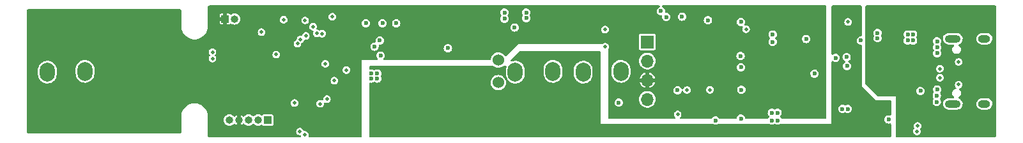
<source format=gbr>
%TF.GenerationSoftware,KiCad,Pcbnew,(7.0.0)*%
%TF.CreationDate,2023-05-08T01:10:33+02:00*%
%TF.ProjectId,Stacja Lutownicza V0.1,53746163-6a61-4204-9c75-746f776e6963,rev?*%
%TF.SameCoordinates,Original*%
%TF.FileFunction,Copper,L2,Inr*%
%TF.FilePolarity,Positive*%
%FSLAX46Y46*%
G04 Gerber Fmt 4.6, Leading zero omitted, Abs format (unit mm)*
G04 Created by KiCad (PCBNEW (7.0.0)) date 2023-05-08 01:10:33*
%MOMM*%
%LPD*%
G01*
G04 APERTURE LIST*
%TA.AperFunction,ComponentPad*%
%ADD10R,1.700000X1.700000*%
%TD*%
%TA.AperFunction,ComponentPad*%
%ADD11O,1.700000X1.700000*%
%TD*%
%TA.AperFunction,ComponentPad*%
%ADD12R,1.000000X1.000000*%
%TD*%
%TA.AperFunction,ComponentPad*%
%ADD13O,1.000000X1.000000*%
%TD*%
%TA.AperFunction,ComponentPad*%
%ADD14C,1.524000*%
%TD*%
%TA.AperFunction,ComponentPad*%
%ADD15O,2.100000X1.000000*%
%TD*%
%TA.AperFunction,ComponentPad*%
%ADD16O,1.600000X1.000000*%
%TD*%
%TA.AperFunction,ComponentPad*%
%ADD17O,2.000000X2.500000*%
%TD*%
%TA.AperFunction,ViaPad*%
%ADD18C,0.500000*%
%TD*%
%TA.AperFunction,ViaPad*%
%ADD19C,0.600000*%
%TD*%
G04 APERTURE END LIST*
D10*
%TO.N,SDA*%
%TO.C,OLED1*%
X178499999Y-87094999D03*
D11*
%TO.N,SCL*%
X178499999Y-89634999D03*
%TO.N,+3V3*%
X178499999Y-92174999D03*
%TO.N,GND*%
X178499999Y-94714999D03*
%TD*%
D12*
%TO.N,+3V3*%
%TO.C,BZ1*%
X122529999Y-84049999D03*
D13*
%TO.N,Net-(BZ1-+)*%
X123799999Y-84049999D03*
%TD*%
D14*
%TO.N,GND*%
%TO.C,SW4*%
X158750000Y-89500000D03*
%TO.N,TILT_SW*%
X158750000Y-92500000D03*
%TD*%
D15*
%TO.N,GND*%
%TO.C,J3*%
X218969999Y-86679999D03*
D16*
X223149999Y-86679999D03*
D15*
X218969999Y-95319999D03*
D16*
X223149999Y-95319999D03*
%TD*%
D17*
%TO.N,GND*%
%TO.C,E1*%
X103999999Y-90999999D03*
X98999999Y-91099999D03*
%TD*%
D12*
%TO.N,SWDIO*%
%TO.C,J1*%
X128199999Y-97449999D03*
D13*
%TO.N,SWCLK*%
X126929999Y-97449999D03*
%TO.N,NRST*%
X125659999Y-97449999D03*
%TO.N,+3V3*%
X124389999Y-97449999D03*
%TO.N,GND*%
X123119999Y-97449999D03*
%TD*%
D17*
%TO.N,T12_V-*%
%TO.C,-P1*%
X160999999Y-91099999D03*
X165999999Y-90999999D03*
%TD*%
%TO.N,T12_V+*%
%TO.C,+P1*%
X174999999Y-90999999D03*
X169999999Y-91099999D03*
%TD*%
D18*
%TO.N,Buzzer*%
X129325000Y-88775000D03*
%TO.N,GND*%
X120875000Y-89300000D03*
X120875000Y-88450000D03*
D19*
X141200000Y-84625000D03*
X143400000Y-84625000D03*
X145225000Y-84625000D03*
X187525000Y-97500000D03*
D18*
%TO.N,VDC*%
X183749500Y-93475000D03*
D19*
%TO.N,GND*%
X142350000Y-87725000D03*
D18*
%TO.N,Buzzer*%
X135825000Y-90000000D03*
%TO.N,GND*%
X127375000Y-85800000D03*
X133150000Y-84250000D03*
X130300000Y-84150000D03*
X131750000Y-95200000D03*
%TO.N,+3V3*%
X131250000Y-94700000D03*
D19*
%TO.N,GND*%
X142700000Y-91950000D03*
X141950000Y-91300000D03*
D18*
X136750000Y-83750000D03*
%TO.N,+3V3*%
X136175000Y-84250000D03*
X139350000Y-92050000D03*
D19*
%TO.N,GND*%
X143150000Y-88900000D03*
X143050000Y-86900000D03*
X141950000Y-91950000D03*
X142700000Y-91275000D03*
D18*
%TO.N,USB_D-*%
X133120000Y-99420000D03*
%TO.N,USB_D+*%
X132463009Y-98982328D03*
%TO.N,NRST*%
X134211673Y-85075000D03*
%TO.N,TILT_SW*%
X138625000Y-90825000D03*
%TO.N,PD_SAFE*%
X137025878Y-92231794D03*
X172900000Y-87725000D03*
X172900000Y-85450000D03*
X191575000Y-85425000D03*
%TO.N,SW_ON{slash}OFF*%
X205100000Y-84450000D03*
%TO.N,FLIP*%
X136048911Y-94680000D03*
%TO.N,INT*%
X135150000Y-95300000D03*
%TO.N,FLIP*%
X182512500Y-96700000D03*
%TO.N,INT*%
X186800000Y-93450000D03*
%TO.N,SCL*%
X135400000Y-86000000D03*
%TO.N,SDA*%
X134700000Y-85950000D03*
%TO.N,SW_NEXT*%
X132136416Y-87325000D03*
%TO.N,SW_BACK*%
X133250000Y-86300000D03*
%TO.N,SW_SELECT*%
X132550000Y-86750000D03*
D19*
%TO.N,VDC*%
X142000000Y-93950000D03*
X142000000Y-92950000D03*
X142850000Y-93950000D03*
X142800000Y-92950000D03*
%TO.N,GND*%
X174700000Y-95150000D03*
%TO.N,+3V3*%
X174750000Y-93250000D03*
%TO.N,GND*%
X162450000Y-83950000D03*
X152075000Y-87925000D03*
%TO.N,+3V3*%
X151025000Y-85250000D03*
%TO.N,GND*%
X159575000Y-84025000D03*
X160900000Y-85175000D03*
X159575000Y-83200000D03*
X162450000Y-83200000D03*
%TO.N,Net-(Q2-G)*%
X206800000Y-86900000D03*
%TO.N,VDC*%
X204350000Y-96800000D03*
%TO.N,GND*%
X204350000Y-95975000D03*
X216850000Y-95050000D03*
X216900000Y-87000000D03*
%TO.N,VBUS*%
X208800000Y-88900000D03*
%TO.N,GND*%
X213700000Y-86900000D03*
X213700000Y-86100000D03*
X213000000Y-86900000D03*
X213000000Y-86100000D03*
X209000000Y-86600000D03*
X209000000Y-85900000D03*
%TO.N,VBUS*%
X209000000Y-85100000D03*
X209000000Y-84200000D03*
%TO.N,GND*%
X195000000Y-97500000D03*
D18*
%TO.N,USB_D-*%
X214234615Y-98947387D03*
%TO.N,USB_D+*%
X214288972Y-98250000D03*
D19*
%TO.N,+3V3*%
X181250000Y-95500000D03*
%TO.N,SDA*%
X182500000Y-93500000D03*
%TO.N,CC2*%
X180300000Y-83000000D03*
%TO.N,CC1*%
X181009583Y-83789722D03*
%TO.N,GND*%
X204900000Y-89100000D03*
X216850000Y-94200000D03*
X183100000Y-83750000D03*
X190850000Y-88950000D03*
X195000000Y-96500000D03*
X195100000Y-86100000D03*
X203450000Y-89200000D03*
X204950000Y-90300000D03*
X195100000Y-87100000D03*
X195750000Y-97500000D03*
X205050000Y-95975000D03*
X190900000Y-84450000D03*
X186525000Y-84225000D03*
X199550000Y-86700000D03*
X190950000Y-93450000D03*
X216900000Y-87800000D03*
X210475000Y-97375000D03*
X190900000Y-97250000D03*
X214687500Y-93600000D03*
X195750000Y-96500000D03*
X200650000Y-91300000D03*
%TO.N,Net-(C21-Pad2)*%
X190900000Y-90450000D03*
%TO.N,Net-(F1-Pad2)*%
X216900000Y-88600000D03*
X216900000Y-93400000D03*
%TO.N,+3V3*%
X185050000Y-83750000D03*
X195100000Y-88000000D03*
X183547382Y-96897382D03*
X187350000Y-96500000D03*
X190750000Y-95700000D03*
X190750000Y-86700000D03*
X199550000Y-88200000D03*
X195100000Y-88800000D03*
D18*
%TO.N,CC1*%
X219750000Y-89750000D03*
%TO.N,Net-(J3-D+-PadA6)*%
X217250000Y-90650500D03*
X217250000Y-91849500D03*
%TO.N,CC2*%
X219750000Y-92750000D03*
D19*
%TO.N,VDC*%
X205050000Y-96800000D03*
X203475000Y-94075000D03*
%TO.N,VBUS*%
X210500000Y-88975000D03*
X211075000Y-92650000D03*
X208200000Y-84200000D03*
%TD*%
%TA.AperFunction,Conductor*%
%TO.N,VBUS*%
G36*
X224509631Y-82252025D02*
G01*
X224557706Y-82259639D01*
X224594595Y-82271625D01*
X224629156Y-82289235D01*
X224660538Y-82312036D01*
X224687963Y-82339461D01*
X224710766Y-82370846D01*
X224728372Y-82405399D01*
X224740361Y-82442297D01*
X224747973Y-82490358D01*
X224749500Y-82509756D01*
X224749500Y-99490244D01*
X224747973Y-99509642D01*
X224740361Y-99557702D01*
X224728372Y-99594600D01*
X224710766Y-99629153D01*
X224687963Y-99660538D01*
X224660538Y-99687963D01*
X224629153Y-99710766D01*
X224594600Y-99728372D01*
X224557702Y-99740361D01*
X224522884Y-99745875D01*
X224509640Y-99747973D01*
X224490244Y-99749500D01*
X211524000Y-99749500D01*
X211462000Y-99732887D01*
X211416613Y-99687500D01*
X211400000Y-99625500D01*
X211400000Y-98947387D01*
X213728968Y-98947387D01*
X213730230Y-98956164D01*
X213748187Y-99081064D01*
X213748188Y-99081068D01*
X213749450Y-99089844D01*
X213809238Y-99220760D01*
X213815045Y-99227462D01*
X213815046Y-99227463D01*
X213897680Y-99322829D01*
X213897682Y-99322831D01*
X213903487Y-99329530D01*
X214024562Y-99407340D01*
X214162654Y-99447887D01*
X214297705Y-99447887D01*
X214306576Y-99447887D01*
X214444668Y-99407340D01*
X214565743Y-99329530D01*
X214659992Y-99220760D01*
X214719780Y-99089844D01*
X214740262Y-98947387D01*
X214719780Y-98804930D01*
X214666806Y-98688934D01*
X214655740Y-98643322D01*
X214662420Y-98596865D01*
X214685886Y-98556220D01*
X214714349Y-98523373D01*
X214774137Y-98392457D01*
X214794619Y-98250000D01*
X214774137Y-98107543D01*
X214714349Y-97976627D01*
X214708540Y-97969923D01*
X214625906Y-97874557D01*
X214625904Y-97874555D01*
X214620100Y-97867857D01*
X214499025Y-97790047D01*
X214422648Y-97767621D01*
X214369445Y-97751999D01*
X214369442Y-97751998D01*
X214360933Y-97749500D01*
X214217011Y-97749500D01*
X214208502Y-97751998D01*
X214208498Y-97751999D01*
X214087433Y-97787547D01*
X214078919Y-97790047D01*
X214071456Y-97794842D01*
X214071456Y-97794843D01*
X213965301Y-97863064D01*
X213965297Y-97863066D01*
X213957844Y-97867857D01*
X213952042Y-97874551D01*
X213952037Y-97874557D01*
X213869403Y-97969923D01*
X213869400Y-97969927D01*
X213863595Y-97976627D01*
X213859913Y-97984689D01*
X213859910Y-97984694D01*
X213807492Y-98099473D01*
X213803807Y-98107543D01*
X213802545Y-98116316D01*
X213802544Y-98116322D01*
X213786092Y-98230754D01*
X213783325Y-98250000D01*
X213784587Y-98258777D01*
X213802544Y-98383677D01*
X213802545Y-98383681D01*
X213803807Y-98392457D01*
X213807491Y-98400525D01*
X213807492Y-98400526D01*
X213856780Y-98508451D01*
X213866724Y-98577608D01*
X213837702Y-98641163D01*
X213815042Y-98667314D01*
X213815037Y-98667320D01*
X213809238Y-98674014D01*
X213805558Y-98682071D01*
X213805554Y-98682078D01*
X213753135Y-98796860D01*
X213749450Y-98804930D01*
X213748188Y-98813703D01*
X213748187Y-98813709D01*
X213731735Y-98928141D01*
X213728968Y-98947387D01*
X211400000Y-98947387D01*
X211400000Y-95050000D01*
X216294750Y-95050000D01*
X216295811Y-95058059D01*
X216302702Y-95110405D01*
X216313670Y-95193709D01*
X216369139Y-95327625D01*
X216457379Y-95442621D01*
X216572375Y-95530861D01*
X216706291Y-95586330D01*
X216850000Y-95605250D01*
X216993709Y-95586330D01*
X217127625Y-95530861D01*
X217242621Y-95442621D01*
X217302999Y-95363935D01*
X217665669Y-95363935D01*
X217696135Y-95536711D01*
X217765623Y-95697804D01*
X217870390Y-95838530D01*
X218004786Y-95951302D01*
X218161567Y-96030040D01*
X218332279Y-96070500D01*
X219560111Y-96070500D01*
X219563709Y-96070500D01*
X219694255Y-96055241D01*
X219859117Y-95995237D01*
X220005696Y-95898830D01*
X220126092Y-95771218D01*
X220213812Y-95619281D01*
X220264130Y-95451210D01*
X220269213Y-95363935D01*
X222095669Y-95363935D01*
X222126135Y-95536711D01*
X222195623Y-95697804D01*
X222300390Y-95838530D01*
X222434786Y-95951302D01*
X222591567Y-96030040D01*
X222762279Y-96070500D01*
X223490111Y-96070500D01*
X223493709Y-96070500D01*
X223624255Y-96055241D01*
X223789117Y-95995237D01*
X223935696Y-95898830D01*
X224056092Y-95771218D01*
X224143812Y-95619281D01*
X224194130Y-95451210D01*
X224204331Y-95276065D01*
X224173865Y-95103289D01*
X224104377Y-94942196D01*
X223999610Y-94801470D01*
X223927747Y-94741170D01*
X223870745Y-94693339D01*
X223870744Y-94693338D01*
X223865214Y-94688698D01*
X223858763Y-94685458D01*
X223714883Y-94613199D01*
X223714880Y-94613198D01*
X223708433Y-94609960D01*
X223701407Y-94608294D01*
X223701405Y-94608294D01*
X223544749Y-94571165D01*
X223544743Y-94571164D01*
X223537721Y-94569500D01*
X222806291Y-94569500D01*
X222802725Y-94569916D01*
X222802721Y-94569917D01*
X222682915Y-94583920D01*
X222682907Y-94583921D01*
X222675745Y-94584759D01*
X222668967Y-94587225D01*
X222668958Y-94587228D01*
X222517674Y-94642291D01*
X222517671Y-94642292D01*
X222510883Y-94644763D01*
X222504850Y-94648730D01*
X222504842Y-94648735D01*
X222370340Y-94737199D01*
X222370334Y-94737203D01*
X222364304Y-94741170D01*
X222359351Y-94746419D01*
X222359346Y-94746424D01*
X222248865Y-94863527D01*
X222248861Y-94863531D01*
X222243908Y-94868782D01*
X222240299Y-94875032D01*
X222240296Y-94875037D01*
X222159799Y-95014463D01*
X222159796Y-95014468D01*
X222156188Y-95020719D01*
X222154117Y-95027634D01*
X222154117Y-95027636D01*
X222107941Y-95181869D01*
X222107939Y-95181877D01*
X222105870Y-95188790D01*
X222105450Y-95195996D01*
X222105449Y-95196004D01*
X222096088Y-95356725D01*
X222096088Y-95356733D01*
X222095669Y-95363935D01*
X220269213Y-95363935D01*
X220274331Y-95276065D01*
X220243865Y-95103289D01*
X220174377Y-94942196D01*
X220069610Y-94801470D01*
X219997747Y-94741170D01*
X219940745Y-94693339D01*
X219940744Y-94693338D01*
X219935214Y-94688698D01*
X219928763Y-94685458D01*
X219784887Y-94613201D01*
X219784884Y-94613200D01*
X219783635Y-94612572D01*
X219783633Y-94612571D01*
X219778433Y-94609960D01*
X219778873Y-94609082D01*
X219728134Y-94571881D01*
X219702980Y-94507200D01*
X219716520Y-94439133D01*
X219760562Y-94393128D01*
X219760233Y-94392698D01*
X219760232Y-94392698D01*
X219880451Y-94300451D01*
X219972698Y-94180233D01*
X220030687Y-94040236D01*
X220050466Y-93890000D01*
X220030687Y-93739764D01*
X219972698Y-93599767D01*
X219967753Y-93593322D01*
X219967751Y-93593319D01*
X219885394Y-93485991D01*
X219880451Y-93479549D01*
X219874008Y-93474605D01*
X219874006Y-93474603D01*
X219842015Y-93450055D01*
X219801712Y-93396047D01*
X219795607Y-93328936D01*
X219825503Y-93268542D01*
X219882564Y-93232705D01*
X219960053Y-93209953D01*
X220081128Y-93132143D01*
X220175377Y-93023373D01*
X220235165Y-92892457D01*
X220255647Y-92750000D01*
X220235165Y-92607543D01*
X220175377Y-92476627D01*
X220081128Y-92367857D01*
X219960053Y-92290047D01*
X219904863Y-92273841D01*
X219830473Y-92251999D01*
X219830470Y-92251998D01*
X219821961Y-92249500D01*
X219678039Y-92249500D01*
X219669530Y-92251998D01*
X219669526Y-92251999D01*
X219548461Y-92287547D01*
X219539947Y-92290047D01*
X219532484Y-92294842D01*
X219532484Y-92294843D01*
X219426329Y-92363064D01*
X219426325Y-92363066D01*
X219418872Y-92367857D01*
X219413070Y-92374551D01*
X219413065Y-92374557D01*
X219330431Y-92469923D01*
X219330428Y-92469927D01*
X219324623Y-92476627D01*
X219320941Y-92484689D01*
X219320938Y-92484694D01*
X219268520Y-92599473D01*
X219264835Y-92607543D01*
X219263573Y-92616316D01*
X219263572Y-92616322D01*
X219258926Y-92648638D01*
X219244353Y-92750000D01*
X219245615Y-92758777D01*
X219263572Y-92883677D01*
X219263573Y-92883681D01*
X219264835Y-92892457D01*
X219268519Y-92900525D01*
X219268520Y-92900526D01*
X219320260Y-93013821D01*
X219324623Y-93023373D01*
X219330430Y-93030075D01*
X219330431Y-93030076D01*
X219411240Y-93123335D01*
X219439622Y-93182882D01*
X219433450Y-93248558D01*
X219394472Y-93301776D01*
X219333718Y-93327475D01*
X219327828Y-93328250D01*
X219327818Y-93328252D01*
X219319764Y-93329313D01*
X219312259Y-93332421D01*
X219312254Y-93332423D01*
X219187276Y-93384191D01*
X219187272Y-93384193D01*
X219179767Y-93387302D01*
X219173328Y-93392242D01*
X219173319Y-93392248D01*
X219065991Y-93474605D01*
X219065987Y-93474608D01*
X219059549Y-93479549D01*
X219054608Y-93485987D01*
X219054605Y-93485991D01*
X218972248Y-93593319D01*
X218972242Y-93593328D01*
X218967302Y-93599767D01*
X218964193Y-93607272D01*
X218964191Y-93607276D01*
X218912423Y-93732254D01*
X218912421Y-93732259D01*
X218909313Y-93739764D01*
X218908252Y-93747815D01*
X218908251Y-93747823D01*
X218900411Y-93807379D01*
X218889534Y-93890000D01*
X218890595Y-93898059D01*
X218908251Y-94032176D01*
X218908252Y-94032182D01*
X218909313Y-94040236D01*
X218912422Y-94047742D01*
X218912423Y-94047745D01*
X218964191Y-94172723D01*
X218967302Y-94180233D01*
X218972245Y-94186674D01*
X218972248Y-94186680D01*
X219031334Y-94263681D01*
X219059549Y-94300451D01*
X219065991Y-94305394D01*
X219120374Y-94347124D01*
X219158167Y-94395065D01*
X219168505Y-94455229D01*
X219148882Y-94513035D01*
X219104055Y-94554473D01*
X219044887Y-94569500D01*
X218376291Y-94569500D01*
X218372725Y-94569916D01*
X218372721Y-94569917D01*
X218252915Y-94583920D01*
X218252907Y-94583921D01*
X218245745Y-94584759D01*
X218238967Y-94587225D01*
X218238958Y-94587228D01*
X218087674Y-94642291D01*
X218087671Y-94642292D01*
X218080883Y-94644763D01*
X218074850Y-94648730D01*
X218074842Y-94648735D01*
X217940340Y-94737199D01*
X217940334Y-94737203D01*
X217934304Y-94741170D01*
X217929351Y-94746419D01*
X217929346Y-94746424D01*
X217818865Y-94863527D01*
X217818861Y-94863531D01*
X217813908Y-94868782D01*
X217810299Y-94875032D01*
X217810296Y-94875037D01*
X217729799Y-95014463D01*
X217729796Y-95014468D01*
X217726188Y-95020719D01*
X217724117Y-95027634D01*
X217724117Y-95027636D01*
X217677941Y-95181869D01*
X217677939Y-95181877D01*
X217675870Y-95188790D01*
X217675450Y-95195996D01*
X217675449Y-95196004D01*
X217666088Y-95356725D01*
X217666088Y-95356733D01*
X217665669Y-95363935D01*
X217302999Y-95363935D01*
X217330861Y-95327625D01*
X217386330Y-95193709D01*
X217405250Y-95050000D01*
X217386330Y-94906291D01*
X217330861Y-94772375D01*
X217275698Y-94700486D01*
X217253014Y-94651839D01*
X217253014Y-94598161D01*
X217275699Y-94549513D01*
X217330861Y-94477625D01*
X217386330Y-94343709D01*
X217405250Y-94200000D01*
X217386330Y-94056291D01*
X217330861Y-93922375D01*
X217319881Y-93908066D01*
X217297197Y-93859418D01*
X217297197Y-93805741D01*
X217319883Y-93757093D01*
X217375911Y-93684076D01*
X217375911Y-93684075D01*
X217380861Y-93677625D01*
X217436330Y-93543709D01*
X217455250Y-93400000D01*
X217436330Y-93256291D01*
X217380861Y-93122375D01*
X217292621Y-93007379D01*
X217177625Y-92919139D01*
X217092011Y-92883677D01*
X217051223Y-92866782D01*
X217051220Y-92866781D01*
X217043709Y-92863670D01*
X217035649Y-92862608D01*
X217035646Y-92862608D01*
X216908059Y-92845811D01*
X216900000Y-92844750D01*
X216891941Y-92845811D01*
X216764353Y-92862608D01*
X216764348Y-92862609D01*
X216756291Y-92863670D01*
X216748781Y-92866780D01*
X216748776Y-92866782D01*
X216629885Y-92916028D01*
X216629883Y-92916029D01*
X216622375Y-92919139D01*
X216615933Y-92924082D01*
X216615928Y-92924085D01*
X216513821Y-93002435D01*
X216513817Y-93002438D01*
X216507379Y-93007379D01*
X216502438Y-93013817D01*
X216502435Y-93013821D01*
X216424085Y-93115928D01*
X216424082Y-93115933D01*
X216419139Y-93122375D01*
X216416029Y-93129883D01*
X216416028Y-93129885D01*
X216366782Y-93248776D01*
X216366780Y-93248781D01*
X216363670Y-93256291D01*
X216362609Y-93264348D01*
X216362608Y-93264353D01*
X216354298Y-93327475D01*
X216344750Y-93400000D01*
X216345811Y-93408059D01*
X216351171Y-93448776D01*
X216363670Y-93543709D01*
X216366781Y-93551220D01*
X216366782Y-93551223D01*
X216386986Y-93600000D01*
X216419139Y-93677625D01*
X216424086Y-93684072D01*
X216424089Y-93684077D01*
X216430120Y-93691937D01*
X216452802Y-93740584D01*
X216452801Y-93794259D01*
X216430117Y-93842905D01*
X216374088Y-93915923D01*
X216374082Y-93915932D01*
X216369139Y-93922375D01*
X216366029Y-93929883D01*
X216366028Y-93929885D01*
X216316782Y-94048776D01*
X216316780Y-94048781D01*
X216313670Y-94056291D01*
X216312609Y-94064348D01*
X216312608Y-94064353D01*
X216298341Y-94172723D01*
X216294750Y-94200000D01*
X216295811Y-94208059D01*
X216310064Y-94316326D01*
X216313670Y-94343709D01*
X216316781Y-94351220D01*
X216316782Y-94351223D01*
X216334140Y-94393128D01*
X216369139Y-94477625D01*
X216374084Y-94484070D01*
X216374088Y-94484076D01*
X216424300Y-94549514D01*
X216446985Y-94598162D01*
X216446985Y-94651838D01*
X216424300Y-94700486D01*
X216374088Y-94765923D01*
X216374082Y-94765932D01*
X216369139Y-94772375D01*
X216366029Y-94779883D01*
X216366028Y-94779885D01*
X216316782Y-94898776D01*
X216316780Y-94898781D01*
X216313670Y-94906291D01*
X216312609Y-94914348D01*
X216312608Y-94914353D01*
X216298605Y-95020719D01*
X216294750Y-95050000D01*
X211400000Y-95050000D01*
X211400000Y-94316326D01*
X211400000Y-94300000D01*
X211383674Y-94300000D01*
X209051362Y-94300000D01*
X209003909Y-94290561D01*
X208963681Y-94263681D01*
X208300000Y-93600000D01*
X214132250Y-93600000D01*
X214133311Y-93608059D01*
X214149661Y-93732254D01*
X214151170Y-93743709D01*
X214154281Y-93751220D01*
X214154282Y-93751223D01*
X214183697Y-93822238D01*
X214206639Y-93877625D01*
X214211584Y-93884069D01*
X214211585Y-93884071D01*
X214229998Y-93908067D01*
X214294879Y-93992621D01*
X214409875Y-94080861D01*
X214543791Y-94136330D01*
X214687500Y-94155250D01*
X214831209Y-94136330D01*
X214965125Y-94080861D01*
X215080121Y-93992621D01*
X215168361Y-93877625D01*
X215223830Y-93743709D01*
X215242750Y-93600000D01*
X215223830Y-93456291D01*
X215168361Y-93322375D01*
X215080121Y-93207379D01*
X214982072Y-93132143D01*
X214971571Y-93124085D01*
X214971569Y-93124084D01*
X214965125Y-93119139D01*
X214929092Y-93104214D01*
X214838723Y-93066782D01*
X214838720Y-93066781D01*
X214831209Y-93063670D01*
X214823149Y-93062608D01*
X214823146Y-93062608D01*
X214695559Y-93045811D01*
X214687500Y-93044750D01*
X214679441Y-93045811D01*
X214551853Y-93062608D01*
X214551848Y-93062609D01*
X214543791Y-93063670D01*
X214536281Y-93066780D01*
X214536276Y-93066782D01*
X214417385Y-93116028D01*
X214417383Y-93116029D01*
X214409875Y-93119139D01*
X214403433Y-93124082D01*
X214403428Y-93124085D01*
X214301321Y-93202435D01*
X214301317Y-93202438D01*
X214294879Y-93207379D01*
X214289938Y-93213817D01*
X214289935Y-93213821D01*
X214211585Y-93315928D01*
X214211582Y-93315933D01*
X214206639Y-93322375D01*
X214203529Y-93329883D01*
X214203528Y-93329885D01*
X214154282Y-93448776D01*
X214154280Y-93448781D01*
X214151170Y-93456291D01*
X214150109Y-93464348D01*
X214150108Y-93464353D01*
X214139661Y-93543709D01*
X214132250Y-93600000D01*
X208300000Y-93600000D01*
X207436319Y-92736319D01*
X207409439Y-92696091D01*
X207400000Y-92648638D01*
X207400000Y-91849500D01*
X216744353Y-91849500D01*
X216745615Y-91858277D01*
X216763572Y-91983177D01*
X216763573Y-91983181D01*
X216764835Y-91991957D01*
X216824623Y-92122873D01*
X216830430Y-92129575D01*
X216830431Y-92129576D01*
X216913065Y-92224942D01*
X216913067Y-92224944D01*
X216918872Y-92231643D01*
X217039947Y-92309453D01*
X217178039Y-92350000D01*
X217313090Y-92350000D01*
X217321961Y-92350000D01*
X217460053Y-92309453D01*
X217581128Y-92231643D01*
X217675377Y-92122873D01*
X217735165Y-91991957D01*
X217755647Y-91849500D01*
X217735165Y-91707043D01*
X217675377Y-91576127D01*
X217581128Y-91467357D01*
X217460053Y-91389547D01*
X217389996Y-91368976D01*
X217336007Y-91336420D01*
X217305005Y-91281523D01*
X217305005Y-91218477D01*
X217336007Y-91163580D01*
X217389997Y-91131023D01*
X217460053Y-91110453D01*
X217581128Y-91032643D01*
X217675377Y-90923873D01*
X217735165Y-90792957D01*
X217755647Y-90650500D01*
X217735165Y-90508043D01*
X217675377Y-90377127D01*
X217581128Y-90268357D01*
X217460053Y-90190547D01*
X217404863Y-90174341D01*
X217330473Y-90152499D01*
X217330470Y-90152498D01*
X217321961Y-90150000D01*
X217178039Y-90150000D01*
X217169530Y-90152498D01*
X217169526Y-90152499D01*
X217048461Y-90188047D01*
X217039947Y-90190547D01*
X217032484Y-90195342D01*
X217032484Y-90195343D01*
X216926329Y-90263564D01*
X216926325Y-90263566D01*
X216918872Y-90268357D01*
X216913070Y-90275051D01*
X216913065Y-90275057D01*
X216830431Y-90370423D01*
X216830428Y-90370427D01*
X216824623Y-90377127D01*
X216820941Y-90385189D01*
X216820938Y-90385194D01*
X216768520Y-90499973D01*
X216764835Y-90508043D01*
X216763573Y-90516816D01*
X216763572Y-90516822D01*
X216747120Y-90631254D01*
X216744353Y-90650500D01*
X216745615Y-90659277D01*
X216763572Y-90784177D01*
X216763573Y-90784181D01*
X216764835Y-90792957D01*
X216824623Y-90923873D01*
X216830430Y-90930575D01*
X216830431Y-90930576D01*
X216913065Y-91025942D01*
X216913067Y-91025944D01*
X216918872Y-91032643D01*
X217039947Y-91110453D01*
X217110003Y-91131023D01*
X217163992Y-91163580D01*
X217194994Y-91218477D01*
X217194994Y-91281523D01*
X217163992Y-91336420D01*
X217110003Y-91368977D01*
X217048459Y-91387047D01*
X217048454Y-91387048D01*
X217039947Y-91389547D01*
X217032484Y-91394342D01*
X217032484Y-91394343D01*
X216926329Y-91462564D01*
X216926325Y-91462566D01*
X216918872Y-91467357D01*
X216913070Y-91474051D01*
X216913065Y-91474057D01*
X216830431Y-91569423D01*
X216830428Y-91569427D01*
X216824623Y-91576127D01*
X216820941Y-91584189D01*
X216820938Y-91584194D01*
X216768520Y-91698973D01*
X216764835Y-91707043D01*
X216763573Y-91715816D01*
X216763572Y-91715822D01*
X216747120Y-91830254D01*
X216744353Y-91849500D01*
X207400000Y-91849500D01*
X207400000Y-89750000D01*
X219244353Y-89750000D01*
X219245615Y-89758777D01*
X219263572Y-89883677D01*
X219263573Y-89883681D01*
X219264835Y-89892457D01*
X219324623Y-90023373D01*
X219330430Y-90030075D01*
X219330431Y-90030076D01*
X219413065Y-90125442D01*
X219413067Y-90125444D01*
X219418872Y-90132143D01*
X219539947Y-90209953D01*
X219678039Y-90250500D01*
X219813090Y-90250500D01*
X219821961Y-90250500D01*
X219960053Y-90209953D01*
X220081128Y-90132143D01*
X220175377Y-90023373D01*
X220235165Y-89892457D01*
X220255647Y-89750000D01*
X220235165Y-89607543D01*
X220175377Y-89476627D01*
X220081128Y-89367857D01*
X219960053Y-89290047D01*
X219904863Y-89273841D01*
X219830473Y-89251999D01*
X219830470Y-89251998D01*
X219821961Y-89249500D01*
X219678039Y-89249500D01*
X219669530Y-89251998D01*
X219669526Y-89251999D01*
X219548461Y-89287547D01*
X219539947Y-89290047D01*
X219532484Y-89294842D01*
X219532484Y-89294843D01*
X219426329Y-89363064D01*
X219426325Y-89363066D01*
X219418872Y-89367857D01*
X219413070Y-89374551D01*
X219413065Y-89374557D01*
X219330431Y-89469923D01*
X219330428Y-89469927D01*
X219324623Y-89476627D01*
X219320941Y-89484689D01*
X219320938Y-89484694D01*
X219268520Y-89599473D01*
X219264835Y-89607543D01*
X219263573Y-89616316D01*
X219263572Y-89616322D01*
X219247120Y-89730754D01*
X219244353Y-89750000D01*
X207400000Y-89750000D01*
X207400000Y-88600000D01*
X216344750Y-88600000D01*
X216345811Y-88608059D01*
X216355936Y-88684970D01*
X216363670Y-88743709D01*
X216419139Y-88877625D01*
X216507379Y-88992621D01*
X216622375Y-89080861D01*
X216756291Y-89136330D01*
X216900000Y-89155250D01*
X217043709Y-89136330D01*
X217177625Y-89080861D01*
X217292621Y-88992621D01*
X217380861Y-88877625D01*
X217436330Y-88743709D01*
X217455250Y-88600000D01*
X217436330Y-88456291D01*
X217380861Y-88322375D01*
X217375913Y-88315927D01*
X217375911Y-88315923D01*
X217344882Y-88275485D01*
X217322197Y-88226837D01*
X217322198Y-88173159D01*
X217344884Y-88124511D01*
X217375910Y-88084077D01*
X217375911Y-88084076D01*
X217380861Y-88077625D01*
X217436330Y-87943709D01*
X217455250Y-87800000D01*
X217436330Y-87656291D01*
X217380861Y-87522375D01*
X217375913Y-87515927D01*
X217375911Y-87515923D01*
X217344882Y-87475485D01*
X217322197Y-87426837D01*
X217322198Y-87373159D01*
X217344884Y-87324511D01*
X217375910Y-87284077D01*
X217375911Y-87284076D01*
X217380861Y-87277625D01*
X217436330Y-87143709D01*
X217455250Y-87000000D01*
X217436330Y-86856291D01*
X217381507Y-86723935D01*
X217665669Y-86723935D01*
X217666923Y-86731046D01*
X217692769Y-86877625D01*
X217696135Y-86896711D01*
X217765623Y-87057804D01*
X217769936Y-87063597D01*
X217769937Y-87063599D01*
X217829577Y-87143709D01*
X217870390Y-87198530D01*
X218004786Y-87311302D01*
X218161567Y-87390040D01*
X218332279Y-87430500D01*
X218339500Y-87430500D01*
X219044887Y-87430500D01*
X219104055Y-87445527D01*
X219148882Y-87486965D01*
X219168505Y-87544771D01*
X219158167Y-87604935D01*
X219120374Y-87652876D01*
X219065991Y-87694605D01*
X219065987Y-87694608D01*
X219059549Y-87699549D01*
X219054608Y-87705987D01*
X219054605Y-87705991D01*
X218972248Y-87813319D01*
X218972242Y-87813328D01*
X218967302Y-87819767D01*
X218964193Y-87827272D01*
X218964191Y-87827276D01*
X218912423Y-87952254D01*
X218912421Y-87952259D01*
X218909313Y-87959764D01*
X218908252Y-87967815D01*
X218908251Y-87967823D01*
X218894785Y-88070114D01*
X218889534Y-88110000D01*
X218890595Y-88118059D01*
X218908251Y-88252176D01*
X218908252Y-88252182D01*
X218909313Y-88260236D01*
X218912422Y-88267742D01*
X218912423Y-88267745D01*
X218964191Y-88392723D01*
X218967302Y-88400233D01*
X218972245Y-88406674D01*
X218972248Y-88406680D01*
X219016503Y-88464353D01*
X219059549Y-88520451D01*
X219065991Y-88525394D01*
X219173319Y-88607751D01*
X219173322Y-88607753D01*
X219179767Y-88612698D01*
X219319764Y-88670687D01*
X219432280Y-88685500D01*
X219503667Y-88685500D01*
X219507720Y-88685500D01*
X219620236Y-88670687D01*
X219760233Y-88612698D01*
X219880451Y-88520451D01*
X219972698Y-88400233D01*
X220030687Y-88260236D01*
X220050466Y-88110000D01*
X220030687Y-87959764D01*
X219972698Y-87819767D01*
X219967753Y-87813322D01*
X219967751Y-87813319D01*
X219885394Y-87705991D01*
X219880451Y-87699549D01*
X219834583Y-87664353D01*
X219766677Y-87612246D01*
X219766673Y-87612243D01*
X219760233Y-87607302D01*
X219757881Y-87606327D01*
X219711691Y-87558077D01*
X219698152Y-87490012D01*
X219723305Y-87425333D01*
X219779271Y-87384298D01*
X219780170Y-87383971D01*
X219859117Y-87355237D01*
X220005696Y-87258830D01*
X220126092Y-87131218D01*
X220213812Y-86979281D01*
X220264130Y-86811210D01*
X220269213Y-86723935D01*
X222095669Y-86723935D01*
X222096923Y-86731046D01*
X222122769Y-86877625D01*
X222126135Y-86896711D01*
X222195623Y-87057804D01*
X222199936Y-87063597D01*
X222199937Y-87063599D01*
X222259577Y-87143709D01*
X222300390Y-87198530D01*
X222434786Y-87311302D01*
X222591567Y-87390040D01*
X222762279Y-87430500D01*
X223490111Y-87430500D01*
X223493709Y-87430500D01*
X223624255Y-87415241D01*
X223789117Y-87355237D01*
X223935696Y-87258830D01*
X224056092Y-87131218D01*
X224143812Y-86979281D01*
X224194130Y-86811210D01*
X224204331Y-86636065D01*
X224173865Y-86463289D01*
X224104377Y-86302196D01*
X223999610Y-86161470D01*
X223935957Y-86108059D01*
X223870745Y-86053339D01*
X223870744Y-86053338D01*
X223865214Y-86048698D01*
X223855280Y-86043709D01*
X223714883Y-85973199D01*
X223714880Y-85973198D01*
X223708433Y-85969960D01*
X223701407Y-85968294D01*
X223701405Y-85968294D01*
X223544749Y-85931165D01*
X223544743Y-85931164D01*
X223537721Y-85929500D01*
X222806291Y-85929500D01*
X222802725Y-85929916D01*
X222802721Y-85929917D01*
X222682915Y-85943920D01*
X222682907Y-85943921D01*
X222675745Y-85944759D01*
X222668967Y-85947225D01*
X222668958Y-85947228D01*
X222517674Y-86002291D01*
X222517671Y-86002292D01*
X222510883Y-86004763D01*
X222504850Y-86008730D01*
X222504842Y-86008735D01*
X222370340Y-86097199D01*
X222370334Y-86097203D01*
X222364304Y-86101170D01*
X222359351Y-86106419D01*
X222359346Y-86106424D01*
X222248865Y-86223527D01*
X222248861Y-86223531D01*
X222243908Y-86228782D01*
X222240299Y-86235032D01*
X222240296Y-86235037D01*
X222159799Y-86374463D01*
X222159796Y-86374468D01*
X222156188Y-86380719D01*
X222154117Y-86387634D01*
X222154117Y-86387636D01*
X222107941Y-86541869D01*
X222107939Y-86541877D01*
X222105870Y-86548790D01*
X222105450Y-86555996D01*
X222105449Y-86556004D01*
X222096088Y-86716725D01*
X222096088Y-86716733D01*
X222095669Y-86723935D01*
X220269213Y-86723935D01*
X220274331Y-86636065D01*
X220243865Y-86463289D01*
X220174377Y-86302196D01*
X220069610Y-86161470D01*
X220005957Y-86108059D01*
X219940745Y-86053339D01*
X219940744Y-86053338D01*
X219935214Y-86048698D01*
X219925280Y-86043709D01*
X219784883Y-85973199D01*
X219784880Y-85973198D01*
X219778433Y-85969960D01*
X219771407Y-85968294D01*
X219771405Y-85968294D01*
X219614749Y-85931165D01*
X219614743Y-85931164D01*
X219607721Y-85929500D01*
X218376291Y-85929500D01*
X218372725Y-85929916D01*
X218372721Y-85929917D01*
X218252915Y-85943920D01*
X218252907Y-85943921D01*
X218245745Y-85944759D01*
X218238967Y-85947225D01*
X218238958Y-85947228D01*
X218087674Y-86002291D01*
X218087671Y-86002292D01*
X218080883Y-86004763D01*
X218074850Y-86008730D01*
X218074842Y-86008735D01*
X217940340Y-86097199D01*
X217940334Y-86097203D01*
X217934304Y-86101170D01*
X217929351Y-86106419D01*
X217929346Y-86106424D01*
X217818865Y-86223527D01*
X217818861Y-86223531D01*
X217813908Y-86228782D01*
X217810299Y-86235032D01*
X217810296Y-86235037D01*
X217729799Y-86374463D01*
X217729796Y-86374468D01*
X217726188Y-86380719D01*
X217724117Y-86387634D01*
X217724117Y-86387636D01*
X217677941Y-86541869D01*
X217677939Y-86541877D01*
X217675870Y-86548790D01*
X217675450Y-86555996D01*
X217675449Y-86556004D01*
X217666088Y-86716725D01*
X217666088Y-86716733D01*
X217665669Y-86723935D01*
X217381507Y-86723935D01*
X217380861Y-86722375D01*
X217292621Y-86607379D01*
X217251059Y-86575487D01*
X217184071Y-86524085D01*
X217184069Y-86524084D01*
X217177625Y-86519139D01*
X217113604Y-86492621D01*
X217051223Y-86466782D01*
X217051220Y-86466781D01*
X217043709Y-86463670D01*
X217035649Y-86462608D01*
X217035646Y-86462608D01*
X216908059Y-86445811D01*
X216900000Y-86444750D01*
X216891941Y-86445811D01*
X216764353Y-86462608D01*
X216764348Y-86462609D01*
X216756291Y-86463670D01*
X216748781Y-86466780D01*
X216748776Y-86466782D01*
X216629885Y-86516028D01*
X216629883Y-86516029D01*
X216622375Y-86519139D01*
X216615933Y-86524082D01*
X216615928Y-86524085D01*
X216513821Y-86602435D01*
X216513817Y-86602438D01*
X216507379Y-86607379D01*
X216502438Y-86613817D01*
X216502435Y-86613821D01*
X216424085Y-86715928D01*
X216424082Y-86715933D01*
X216419139Y-86722375D01*
X216416029Y-86729883D01*
X216416028Y-86729885D01*
X216366782Y-86848776D01*
X216366780Y-86848781D01*
X216363670Y-86856291D01*
X216362609Y-86864348D01*
X216362608Y-86864353D01*
X216347478Y-86979281D01*
X216344750Y-87000000D01*
X216345811Y-87008059D01*
X216362288Y-87133217D01*
X216363670Y-87143709D01*
X216366781Y-87151220D01*
X216366782Y-87151223D01*
X216404214Y-87241592D01*
X216419139Y-87277625D01*
X216424084Y-87284070D01*
X216424088Y-87284076D01*
X216455117Y-87324514D01*
X216477802Y-87373162D01*
X216477802Y-87426838D01*
X216455117Y-87475486D01*
X216424088Y-87515923D01*
X216424082Y-87515932D01*
X216419139Y-87522375D01*
X216416029Y-87529883D01*
X216416028Y-87529885D01*
X216366782Y-87648776D01*
X216366780Y-87648781D01*
X216363670Y-87656291D01*
X216362609Y-87664348D01*
X216362608Y-87664353D01*
X216345811Y-87791941D01*
X216344750Y-87800000D01*
X216345811Y-87808059D01*
X216346503Y-87813319D01*
X216363670Y-87943709D01*
X216419139Y-88077625D01*
X216424084Y-88084070D01*
X216424088Y-88084076D01*
X216455117Y-88124514D01*
X216477802Y-88173162D01*
X216477802Y-88226838D01*
X216455117Y-88275486D01*
X216424088Y-88315923D01*
X216424082Y-88315932D01*
X216419139Y-88322375D01*
X216416029Y-88329883D01*
X216416028Y-88329885D01*
X216366782Y-88448776D01*
X216366780Y-88448781D01*
X216363670Y-88456291D01*
X216362609Y-88464348D01*
X216362608Y-88464353D01*
X216356071Y-88514008D01*
X216344750Y-88600000D01*
X207400000Y-88600000D01*
X207400000Y-86600000D01*
X208444750Y-86600000D01*
X208445811Y-86608059D01*
X208462002Y-86731046D01*
X208463670Y-86743709D01*
X208466781Y-86751220D01*
X208466782Y-86751223D01*
X208472221Y-86764353D01*
X208519139Y-86877625D01*
X208524084Y-86884069D01*
X208524085Y-86884071D01*
X208542492Y-86908059D01*
X208607379Y-86992621D01*
X208722375Y-87080861D01*
X208856291Y-87136330D01*
X209000000Y-87155250D01*
X209143709Y-87136330D01*
X209277625Y-87080861D01*
X209392621Y-86992621D01*
X209463692Y-86900000D01*
X212444750Y-86900000D01*
X212445811Y-86908059D01*
X212458976Y-87008059D01*
X212463670Y-87043709D01*
X212466781Y-87051220D01*
X212466782Y-87051223D01*
X212480347Y-87083971D01*
X212519139Y-87177625D01*
X212524084Y-87184069D01*
X212524085Y-87184071D01*
X212535180Y-87198530D01*
X212607379Y-87292621D01*
X212722375Y-87380861D01*
X212856291Y-87436330D01*
X213000000Y-87455250D01*
X213143709Y-87436330D01*
X213277625Y-87380861D01*
X213284079Y-87375908D01*
X213287998Y-87373646D01*
X213350000Y-87357032D01*
X213412002Y-87373646D01*
X213415921Y-87375908D01*
X213422375Y-87380861D01*
X213556291Y-87436330D01*
X213700000Y-87455250D01*
X213843709Y-87436330D01*
X213977625Y-87380861D01*
X214092621Y-87292621D01*
X214180861Y-87177625D01*
X214236330Y-87043709D01*
X214255250Y-86900000D01*
X214236330Y-86756291D01*
X214180861Y-86622375D01*
X214175913Y-86615927D01*
X214175911Y-86615923D01*
X214144883Y-86575487D01*
X214122197Y-86526839D01*
X214122197Y-86473161D01*
X214144883Y-86424513D01*
X214175911Y-86384076D01*
X214175911Y-86384075D01*
X214180861Y-86377625D01*
X214236330Y-86243709D01*
X214255250Y-86100000D01*
X214236330Y-85956291D01*
X214180861Y-85822375D01*
X214092621Y-85707379D01*
X214008677Y-85642966D01*
X213984071Y-85624085D01*
X213984069Y-85624084D01*
X213977625Y-85619139D01*
X213941592Y-85604214D01*
X213851223Y-85566782D01*
X213851220Y-85566781D01*
X213843709Y-85563670D01*
X213835649Y-85562608D01*
X213835646Y-85562608D01*
X213708059Y-85545811D01*
X213700000Y-85544750D01*
X213691941Y-85545811D01*
X213564353Y-85562608D01*
X213564348Y-85562609D01*
X213556291Y-85563670D01*
X213548781Y-85566780D01*
X213548776Y-85566782D01*
X213429885Y-85616028D01*
X213429883Y-85616029D01*
X213422375Y-85619139D01*
X213415931Y-85624083D01*
X213411993Y-85626357D01*
X213349997Y-85642966D01*
X213288001Y-85626354D01*
X213284070Y-85624084D01*
X213277625Y-85619139D01*
X213270120Y-85616030D01*
X213270116Y-85616028D01*
X213151223Y-85566782D01*
X213151220Y-85566781D01*
X213143709Y-85563670D01*
X213135649Y-85562608D01*
X213135646Y-85562608D01*
X213008059Y-85545811D01*
X213000000Y-85544750D01*
X212991941Y-85545811D01*
X212864353Y-85562608D01*
X212864348Y-85562609D01*
X212856291Y-85563670D01*
X212848781Y-85566780D01*
X212848776Y-85566782D01*
X212729885Y-85616028D01*
X212729883Y-85616029D01*
X212722375Y-85619139D01*
X212715933Y-85624082D01*
X212715928Y-85624085D01*
X212613821Y-85702435D01*
X212613817Y-85702438D01*
X212607379Y-85707379D01*
X212602438Y-85713817D01*
X212602435Y-85713821D01*
X212524085Y-85815928D01*
X212524082Y-85815933D01*
X212519139Y-85822375D01*
X212516029Y-85829883D01*
X212516028Y-85829885D01*
X212466782Y-85948776D01*
X212466780Y-85948781D01*
X212463670Y-85956291D01*
X212462609Y-85964348D01*
X212462608Y-85964353D01*
X212452161Y-86043709D01*
X212444750Y-86100000D01*
X212445811Y-86108059D01*
X212461704Y-86228782D01*
X212463670Y-86243709D01*
X212466781Y-86251220D01*
X212466782Y-86251223D01*
X212491955Y-86311996D01*
X212519139Y-86377625D01*
X212524084Y-86384070D01*
X212524088Y-86384076D01*
X212555117Y-86424514D01*
X212577802Y-86473162D01*
X212577802Y-86526838D01*
X212555117Y-86575486D01*
X212524088Y-86615923D01*
X212524082Y-86615932D01*
X212519139Y-86622375D01*
X212516029Y-86629883D01*
X212516028Y-86629885D01*
X212466782Y-86748776D01*
X212466780Y-86748781D01*
X212463670Y-86756291D01*
X212462609Y-86764348D01*
X212462608Y-86764353D01*
X212449443Y-86864353D01*
X212444750Y-86900000D01*
X209463692Y-86900000D01*
X209480861Y-86877625D01*
X209536330Y-86743709D01*
X209555250Y-86600000D01*
X209536330Y-86456291D01*
X209480861Y-86322375D01*
X209475908Y-86315921D01*
X209473646Y-86312002D01*
X209457032Y-86250000D01*
X209473646Y-86187998D01*
X209475908Y-86184079D01*
X209480861Y-86177625D01*
X209536330Y-86043709D01*
X209555250Y-85900000D01*
X209536330Y-85756291D01*
X209480861Y-85622375D01*
X209392621Y-85507379D01*
X209277625Y-85419139D01*
X209241592Y-85404214D01*
X209151223Y-85366782D01*
X209151220Y-85366781D01*
X209143709Y-85363670D01*
X209135649Y-85362608D01*
X209135646Y-85362608D01*
X209008059Y-85345811D01*
X209000000Y-85344750D01*
X208991941Y-85345811D01*
X208864353Y-85362608D01*
X208864348Y-85362609D01*
X208856291Y-85363670D01*
X208848781Y-85366780D01*
X208848776Y-85366782D01*
X208729885Y-85416028D01*
X208729883Y-85416029D01*
X208722375Y-85419139D01*
X208715933Y-85424082D01*
X208715928Y-85424085D01*
X208613821Y-85502435D01*
X208613817Y-85502438D01*
X208607379Y-85507379D01*
X208602438Y-85513817D01*
X208602435Y-85513821D01*
X208524085Y-85615928D01*
X208524082Y-85615933D01*
X208519139Y-85622375D01*
X208516029Y-85629883D01*
X208516028Y-85629885D01*
X208466782Y-85748776D01*
X208466780Y-85748781D01*
X208463670Y-85756291D01*
X208462609Y-85764348D01*
X208462608Y-85764353D01*
X208453981Y-85829885D01*
X208444750Y-85900000D01*
X208445811Y-85908059D01*
X208459065Y-86008735D01*
X208463670Y-86043709D01*
X208466781Y-86051220D01*
X208466782Y-86051223D01*
X208483648Y-86091941D01*
X208519139Y-86177625D01*
X208524086Y-86184072D01*
X208526356Y-86188004D01*
X208542966Y-86250000D01*
X208526356Y-86311996D01*
X208524085Y-86315927D01*
X208519139Y-86322375D01*
X208516028Y-86329884D01*
X208516027Y-86329887D01*
X208466782Y-86448776D01*
X208466780Y-86448781D01*
X208463670Y-86456291D01*
X208462609Y-86464348D01*
X208462608Y-86464353D01*
X208454382Y-86526838D01*
X208444750Y-86600000D01*
X207400000Y-86600000D01*
X207400000Y-82374500D01*
X207416613Y-82312500D01*
X207462000Y-82267113D01*
X207524000Y-82250500D01*
X224455830Y-82250500D01*
X224490244Y-82250500D01*
X224509631Y-82252025D01*
G37*
%TD.AperFunction*%
%TD*%
%TA.AperFunction,Conductor*%
%TO.N,VDC*%
G36*
X206838000Y-82267113D02*
G01*
X206883387Y-82312500D01*
X206900000Y-82374500D01*
X206900000Y-86222840D01*
X206885989Y-86280097D01*
X206847124Y-86324415D01*
X206792185Y-86345778D01*
X206766604Y-86349146D01*
X206664354Y-86362608D01*
X206664350Y-86362608D01*
X206656291Y-86363670D01*
X206648781Y-86366780D01*
X206648776Y-86366782D01*
X206529885Y-86416028D01*
X206529883Y-86416029D01*
X206522375Y-86419139D01*
X206515933Y-86424082D01*
X206515928Y-86424085D01*
X206413821Y-86502435D01*
X206413817Y-86502438D01*
X206407379Y-86507379D01*
X206402438Y-86513817D01*
X206402435Y-86513821D01*
X206324085Y-86615928D01*
X206324082Y-86615933D01*
X206319139Y-86622375D01*
X206316029Y-86629883D01*
X206316028Y-86629885D01*
X206266782Y-86748776D01*
X206266780Y-86748781D01*
X206263670Y-86756291D01*
X206262609Y-86764348D01*
X206262608Y-86764353D01*
X206252161Y-86843709D01*
X206244750Y-86900000D01*
X206245811Y-86908059D01*
X206254969Y-86977625D01*
X206263670Y-87043709D01*
X206266781Y-87051220D01*
X206266782Y-87051223D01*
X206283930Y-87092621D01*
X206319139Y-87177625D01*
X206324084Y-87184069D01*
X206324085Y-87184071D01*
X206369847Y-87243709D01*
X206407379Y-87292621D01*
X206522375Y-87380861D01*
X206656291Y-87436330D01*
X206792185Y-87454221D01*
X206847124Y-87475585D01*
X206885989Y-87519903D01*
X206900000Y-87577160D01*
X206900000Y-93000000D01*
X208700000Y-94800000D01*
X210676000Y-94800000D01*
X210738000Y-94816613D01*
X210783387Y-94862000D01*
X210800000Y-94924000D01*
X210800000Y-96728184D01*
X210785359Y-96786636D01*
X210744893Y-96831285D01*
X210688158Y-96851587D01*
X210634148Y-96843576D01*
X210634066Y-96843884D01*
X210631397Y-96843169D01*
X210628552Y-96842747D01*
X210626222Y-96841782D01*
X210618709Y-96838670D01*
X210610649Y-96837608D01*
X210610646Y-96837608D01*
X210483059Y-96820811D01*
X210475000Y-96819750D01*
X210466941Y-96820811D01*
X210339353Y-96837608D01*
X210339348Y-96837609D01*
X210331291Y-96838670D01*
X210323781Y-96841780D01*
X210323776Y-96841782D01*
X210204885Y-96891028D01*
X210204883Y-96891029D01*
X210197375Y-96894139D01*
X210190933Y-96899082D01*
X210190928Y-96899085D01*
X210088821Y-96977435D01*
X210088817Y-96977438D01*
X210082379Y-96982379D01*
X210077438Y-96988817D01*
X210077435Y-96988821D01*
X209999085Y-97090928D01*
X209999082Y-97090933D01*
X209994139Y-97097375D01*
X209991029Y-97104883D01*
X209991028Y-97104885D01*
X209941782Y-97223776D01*
X209941780Y-97223781D01*
X209938670Y-97231291D01*
X209937609Y-97239348D01*
X209937608Y-97239353D01*
X209930940Y-97290003D01*
X209919750Y-97375000D01*
X209920811Y-97383059D01*
X209936206Y-97500000D01*
X209938670Y-97518709D01*
X209994139Y-97652625D01*
X210082379Y-97767621D01*
X210197375Y-97855861D01*
X210331291Y-97911330D01*
X210475000Y-97930250D01*
X210618709Y-97911330D01*
X210628551Y-97907253D01*
X210631397Y-97906830D01*
X210634066Y-97906116D01*
X210634148Y-97906423D01*
X210688158Y-97898413D01*
X210744893Y-97918715D01*
X210785359Y-97963364D01*
X210800000Y-98021816D01*
X210800000Y-99625500D01*
X210783387Y-99687500D01*
X210738000Y-99732887D01*
X210676000Y-99749500D01*
X141774000Y-99749500D01*
X141712000Y-99732887D01*
X141666613Y-99687500D01*
X141650000Y-99625500D01*
X141650000Y-92604954D01*
X141662788Y-92550111D01*
X141698513Y-92506579D01*
X141749807Y-92483337D01*
X141803290Y-92485087D01*
X141806291Y-92486330D01*
X141950000Y-92505250D01*
X142093709Y-92486330D01*
X142227625Y-92430861D01*
X142249511Y-92414066D01*
X142298161Y-92391380D01*
X142351839Y-92391380D01*
X142400489Y-92414067D01*
X142415926Y-92425913D01*
X142415928Y-92425914D01*
X142422375Y-92430861D01*
X142556291Y-92486330D01*
X142700000Y-92505250D01*
X142739877Y-92500000D01*
X157732601Y-92500000D01*
X157733198Y-92506061D01*
X157751552Y-92692420D01*
X157751553Y-92692426D01*
X157752150Y-92698485D01*
X157753917Y-92704310D01*
X157753918Y-92704315D01*
X157781036Y-92793709D01*
X157810046Y-92889342D01*
X157812915Y-92894710D01*
X157812917Y-92894714D01*
X157901189Y-93059860D01*
X157901193Y-93059866D01*
X157904064Y-93065237D01*
X157907930Y-93069948D01*
X157907931Y-93069949D01*
X157991989Y-93172375D01*
X158030590Y-93219410D01*
X158184763Y-93345936D01*
X158190135Y-93348807D01*
X158190139Y-93348810D01*
X158334504Y-93425974D01*
X158360658Y-93439954D01*
X158551515Y-93497850D01*
X158750000Y-93517399D01*
X158948485Y-93497850D01*
X159139342Y-93439954D01*
X159315237Y-93345936D01*
X159469410Y-93219410D01*
X159595936Y-93065237D01*
X159689954Y-92889342D01*
X159747850Y-92698485D01*
X159767399Y-92500000D01*
X159747850Y-92301515D01*
X159689954Y-92110658D01*
X159629994Y-91998481D01*
X159598810Y-91940139D01*
X159598807Y-91940135D01*
X159595936Y-91934763D01*
X159469410Y-91780590D01*
X159463512Y-91775750D01*
X159319949Y-91657931D01*
X159319948Y-91657930D01*
X159315237Y-91654064D01*
X159309866Y-91651193D01*
X159309860Y-91651189D01*
X159144714Y-91562917D01*
X159144710Y-91562915D01*
X159139342Y-91560046D01*
X159133514Y-91558278D01*
X158954315Y-91503918D01*
X158954310Y-91503917D01*
X158948485Y-91502150D01*
X158942426Y-91501553D01*
X158942420Y-91501552D01*
X158756061Y-91483198D01*
X158750000Y-91482601D01*
X158743939Y-91483198D01*
X158557579Y-91501552D01*
X158557571Y-91501553D01*
X158551515Y-91502150D01*
X158545691Y-91503916D01*
X158545684Y-91503918D01*
X158366485Y-91558278D01*
X158366481Y-91558279D01*
X158360658Y-91560046D01*
X158355292Y-91562913D01*
X158355285Y-91562917D01*
X158190139Y-91651189D01*
X158190128Y-91651196D01*
X158184763Y-91654064D01*
X158180055Y-91657927D01*
X158180050Y-91657931D01*
X158035296Y-91776727D01*
X158035290Y-91776732D01*
X158030590Y-91780590D01*
X158026732Y-91785290D01*
X158026727Y-91785296D01*
X157907931Y-91930050D01*
X157907927Y-91930055D01*
X157904064Y-91934763D01*
X157901196Y-91940128D01*
X157901189Y-91940139D01*
X157812917Y-92105285D01*
X157812913Y-92105292D01*
X157810046Y-92110658D01*
X157808279Y-92116481D01*
X157808278Y-92116485D01*
X157753918Y-92295684D01*
X157753916Y-92295691D01*
X157752150Y-92301515D01*
X157751553Y-92307571D01*
X157751552Y-92307579D01*
X157736755Y-92457826D01*
X157732601Y-92500000D01*
X142739877Y-92500000D01*
X142843709Y-92486330D01*
X142977625Y-92430861D01*
X143092621Y-92342621D01*
X143180861Y-92227625D01*
X143236330Y-92093709D01*
X143255250Y-91950000D01*
X143236330Y-91806291D01*
X143180861Y-91672375D01*
X143179987Y-91671236D01*
X143164250Y-91612500D01*
X143179987Y-91553763D01*
X143180861Y-91552625D01*
X143236330Y-91418709D01*
X143255250Y-91275000D01*
X143236330Y-91131291D01*
X143180861Y-90997375D01*
X143092621Y-90882379D01*
X143020884Y-90827333D01*
X142984071Y-90799085D01*
X142984069Y-90799084D01*
X142977625Y-90794139D01*
X142933625Y-90775914D01*
X142851223Y-90741782D01*
X142851220Y-90741781D01*
X142843709Y-90738670D01*
X142835649Y-90737608D01*
X142835646Y-90737608D01*
X142708059Y-90720811D01*
X142700000Y-90719750D01*
X142691941Y-90720811D01*
X142564353Y-90737608D01*
X142564348Y-90737609D01*
X142556291Y-90738670D01*
X142548781Y-90741780D01*
X142548776Y-90741782D01*
X142429887Y-90791027D01*
X142429884Y-90791028D01*
X142422375Y-90794139D01*
X142415931Y-90799083D01*
X142415925Y-90799087D01*
X142384193Y-90823436D01*
X142335548Y-90846119D01*
X142281874Y-90846119D01*
X142241583Y-90827333D01*
X142241112Y-90828151D01*
X142234075Y-90824088D01*
X142227625Y-90819139D01*
X142220112Y-90816027D01*
X142101223Y-90766782D01*
X142101220Y-90766781D01*
X142093709Y-90763670D01*
X142085649Y-90762608D01*
X142085646Y-90762608D01*
X141958059Y-90745811D01*
X141950000Y-90744750D01*
X141941941Y-90745811D01*
X141814343Y-90762609D01*
X141814336Y-90762610D01*
X141806291Y-90763670D01*
X141803290Y-90764912D01*
X141749807Y-90766663D01*
X141698513Y-90743421D01*
X141662788Y-90699889D01*
X141650000Y-90645046D01*
X141650000Y-90424000D01*
X141666613Y-90362000D01*
X141712000Y-90316613D01*
X141774000Y-90300000D01*
X158084422Y-90300000D01*
X158126196Y-90307249D01*
X158163086Y-90328146D01*
X158184763Y-90345936D01*
X158190135Y-90348807D01*
X158190139Y-90348810D01*
X158315798Y-90415976D01*
X158360658Y-90439954D01*
X158551515Y-90497850D01*
X158750000Y-90517399D01*
X158948485Y-90497850D01*
X159139342Y-90439954D01*
X159315237Y-90345936D01*
X159336913Y-90328146D01*
X159373804Y-90307249D01*
X159415578Y-90300000D01*
X159587789Y-90300000D01*
X159600000Y-90300000D01*
X159628362Y-90271637D01*
X159686281Y-90238944D01*
X159752766Y-90240883D01*
X159808685Y-90276900D01*
X159837947Y-90336631D01*
X159832134Y-90402890D01*
X159791650Y-90510759D01*
X159791647Y-90510768D01*
X159789693Y-90515976D01*
X159788699Y-90521450D01*
X159788698Y-90521456D01*
X159750495Y-90731969D01*
X159749500Y-90737453D01*
X159749500Y-91406155D01*
X159749747Y-91408903D01*
X159749748Y-91408918D01*
X159764123Y-91568639D01*
X159764124Y-91568645D01*
X159764623Y-91574188D01*
X159766103Y-91579553D01*
X159766105Y-91579560D01*
X159823024Y-91785798D01*
X159824507Y-91791170D01*
X159826925Y-91796191D01*
X159919752Y-91988951D01*
X159919754Y-91988955D01*
X159922171Y-91993973D01*
X159925444Y-91998479D01*
X159925446Y-91998481D01*
X159981824Y-92076078D01*
X160054478Y-92176078D01*
X160058497Y-92179921D01*
X160058501Y-92179925D01*
X160179576Y-92295684D01*
X160217175Y-92331632D01*
X160405032Y-92455635D01*
X160612012Y-92544103D01*
X160831463Y-92594191D01*
X161056330Y-92604290D01*
X161279387Y-92574075D01*
X161493464Y-92504517D01*
X161691681Y-92397852D01*
X161867666Y-92257508D01*
X162015765Y-92087996D01*
X162131215Y-91894764D01*
X162210307Y-91684024D01*
X162250500Y-91462547D01*
X162250500Y-91306155D01*
X164749500Y-91306155D01*
X164749747Y-91308903D01*
X164749748Y-91308918D01*
X164764123Y-91468639D01*
X164764124Y-91468645D01*
X164764623Y-91474188D01*
X164766103Y-91479553D01*
X164766105Y-91479560D01*
X164823024Y-91685798D01*
X164824507Y-91691170D01*
X164826925Y-91696191D01*
X164919752Y-91888951D01*
X164919754Y-91888955D01*
X164922171Y-91893973D01*
X164925444Y-91898479D01*
X164925446Y-91898481D01*
X164957022Y-91941941D01*
X165054478Y-92076078D01*
X165058497Y-92079921D01*
X165058501Y-92079925D01*
X165205128Y-92220114D01*
X165217175Y-92231632D01*
X165405032Y-92355635D01*
X165612012Y-92444103D01*
X165831463Y-92494191D01*
X166056330Y-92504290D01*
X166279387Y-92474075D01*
X166493464Y-92404517D01*
X166691681Y-92297852D01*
X166867666Y-92157508D01*
X167015765Y-91987996D01*
X167131215Y-91794764D01*
X167210307Y-91584024D01*
X167242586Y-91406155D01*
X168749500Y-91406155D01*
X168749747Y-91408903D01*
X168749748Y-91408918D01*
X168764123Y-91568639D01*
X168764124Y-91568645D01*
X168764623Y-91574188D01*
X168766103Y-91579553D01*
X168766105Y-91579560D01*
X168823024Y-91785798D01*
X168824507Y-91791170D01*
X168826925Y-91796191D01*
X168919752Y-91988951D01*
X168919754Y-91988955D01*
X168922171Y-91993973D01*
X168925444Y-91998479D01*
X168925446Y-91998481D01*
X168981824Y-92076078D01*
X169054478Y-92176078D01*
X169058497Y-92179921D01*
X169058501Y-92179925D01*
X169179576Y-92295684D01*
X169217175Y-92331632D01*
X169405032Y-92455635D01*
X169612012Y-92544103D01*
X169831463Y-92594191D01*
X170056330Y-92604290D01*
X170279387Y-92574075D01*
X170493464Y-92504517D01*
X170691681Y-92397852D01*
X170867666Y-92257508D01*
X171015765Y-92087996D01*
X171131215Y-91894764D01*
X171210307Y-91684024D01*
X171250500Y-91462547D01*
X171250500Y-90793845D01*
X171235377Y-90625812D01*
X171175493Y-90408830D01*
X171077829Y-90206027D01*
X170945522Y-90023922D01*
X170941501Y-90020078D01*
X170941498Y-90020074D01*
X170786852Y-89872218D01*
X170786850Y-89872216D01*
X170782825Y-89868368D01*
X170594968Y-89744365D01*
X170589846Y-89742175D01*
X170589841Y-89742173D01*
X170393115Y-89658088D01*
X170393111Y-89658086D01*
X170387988Y-89655897D01*
X170382554Y-89654656D01*
X170382552Y-89654656D01*
X170173970Y-89607049D01*
X170173969Y-89607048D01*
X170168537Y-89605809D01*
X170162979Y-89605559D01*
X170162969Y-89605558D01*
X169949230Y-89595959D01*
X169949222Y-89595959D01*
X169943670Y-89595710D01*
X169938166Y-89596455D01*
X169938155Y-89596456D01*
X169726132Y-89625177D01*
X169726127Y-89625177D01*
X169720613Y-89625925D01*
X169715321Y-89627644D01*
X169715314Y-89627646D01*
X169511832Y-89693761D01*
X169511820Y-89693766D01*
X169506536Y-89695483D01*
X169501636Y-89698119D01*
X169501633Y-89698121D01*
X169313215Y-89799512D01*
X169313203Y-89799519D01*
X169308319Y-89802148D01*
X169303978Y-89805609D01*
X169303970Y-89805615D01*
X169136684Y-89939022D01*
X169136677Y-89939027D01*
X169132334Y-89942492D01*
X169128680Y-89946673D01*
X169128674Y-89946680D01*
X169025094Y-90065237D01*
X168984235Y-90112004D01*
X168981384Y-90116775D01*
X168981378Y-90116784D01*
X168871641Y-90300454D01*
X168871636Y-90300463D01*
X168868785Y-90305236D01*
X168866828Y-90310448D01*
X168866827Y-90310452D01*
X168791650Y-90510760D01*
X168791648Y-90510766D01*
X168789693Y-90515976D01*
X168788699Y-90521450D01*
X168788698Y-90521456D01*
X168750495Y-90731969D01*
X168749500Y-90737453D01*
X168749500Y-91406155D01*
X167242586Y-91406155D01*
X167250500Y-91362547D01*
X167250500Y-90693845D01*
X167235377Y-90525812D01*
X167175493Y-90308830D01*
X167077829Y-90106027D01*
X166945522Y-89923922D01*
X166941501Y-89920078D01*
X166941498Y-89920074D01*
X166786852Y-89772218D01*
X166786850Y-89772216D01*
X166782825Y-89768368D01*
X166610558Y-89654656D01*
X166599619Y-89647435D01*
X166599618Y-89647434D01*
X166594968Y-89644365D01*
X166589846Y-89642175D01*
X166589841Y-89642173D01*
X166393115Y-89558088D01*
X166393111Y-89558086D01*
X166387988Y-89555897D01*
X166382554Y-89554656D01*
X166382552Y-89554656D01*
X166173970Y-89507049D01*
X166173969Y-89507048D01*
X166168537Y-89505809D01*
X166162979Y-89505559D01*
X166162969Y-89505558D01*
X165949230Y-89495959D01*
X165949222Y-89495959D01*
X165943670Y-89495710D01*
X165938166Y-89496455D01*
X165938155Y-89496456D01*
X165726132Y-89525177D01*
X165726127Y-89525177D01*
X165720613Y-89525925D01*
X165715321Y-89527644D01*
X165715314Y-89527646D01*
X165511832Y-89593761D01*
X165511820Y-89593766D01*
X165506536Y-89595483D01*
X165501636Y-89598119D01*
X165501633Y-89598121D01*
X165313215Y-89699512D01*
X165313203Y-89699519D01*
X165308319Y-89702148D01*
X165303978Y-89705609D01*
X165303970Y-89705615D01*
X165136684Y-89839022D01*
X165136677Y-89839027D01*
X165132334Y-89842492D01*
X165128680Y-89846673D01*
X165128674Y-89846680D01*
X165041307Y-89946680D01*
X164984235Y-90012004D01*
X164981384Y-90016775D01*
X164981378Y-90016784D01*
X164871641Y-90200454D01*
X164871636Y-90200463D01*
X164868785Y-90205236D01*
X164866828Y-90210448D01*
X164866827Y-90210452D01*
X164791650Y-90410760D01*
X164791648Y-90410766D01*
X164789693Y-90415976D01*
X164788699Y-90421450D01*
X164788698Y-90421456D01*
X164750606Y-90631360D01*
X164749500Y-90637453D01*
X164749500Y-91306155D01*
X162250500Y-91306155D01*
X162250500Y-90793845D01*
X162235377Y-90625812D01*
X162175493Y-90408830D01*
X162077829Y-90206027D01*
X161945522Y-90023922D01*
X161941501Y-90020078D01*
X161941498Y-90020074D01*
X161786852Y-89872218D01*
X161786850Y-89872216D01*
X161782825Y-89868368D01*
X161594968Y-89744365D01*
X161589846Y-89742175D01*
X161589841Y-89742173D01*
X161393115Y-89658088D01*
X161393111Y-89658086D01*
X161387988Y-89655897D01*
X161382554Y-89654656D01*
X161382552Y-89654656D01*
X161173970Y-89607049D01*
X161173969Y-89607048D01*
X161168537Y-89605809D01*
X161162979Y-89605559D01*
X161162969Y-89605558D01*
X160949230Y-89595959D01*
X160949222Y-89595959D01*
X160943670Y-89595710D01*
X160938166Y-89596455D01*
X160938155Y-89596456D01*
X160726132Y-89625177D01*
X160726127Y-89625177D01*
X160720613Y-89625925D01*
X160715321Y-89627644D01*
X160715314Y-89627646D01*
X160550370Y-89681240D01*
X160485002Y-89684323D01*
X160427168Y-89653701D01*
X160392976Y-89597904D01*
X160391948Y-89532471D01*
X160424369Y-89475630D01*
X161563680Y-88336319D01*
X161603909Y-88309439D01*
X161651362Y-88300000D01*
X172176000Y-88300000D01*
X172238000Y-88316613D01*
X172283387Y-88362000D01*
X172300000Y-88424000D01*
X172300000Y-96600000D01*
X172300000Y-98000000D01*
X172316326Y-98000000D01*
X187268917Y-98000000D01*
X187316369Y-98009439D01*
X187381291Y-98036330D01*
X187525000Y-98055250D01*
X187668709Y-98036330D01*
X187733630Y-98009439D01*
X187781083Y-98000000D01*
X194743917Y-98000000D01*
X194791369Y-98009439D01*
X194856291Y-98036330D01*
X195000000Y-98055250D01*
X195143709Y-98036330D01*
X195208630Y-98009439D01*
X195256083Y-98000000D01*
X195493917Y-98000000D01*
X195541369Y-98009439D01*
X195606291Y-98036330D01*
X195750000Y-98055250D01*
X195893709Y-98036330D01*
X195958630Y-98009439D01*
X196006083Y-98000000D01*
X202883674Y-98000000D01*
X202900000Y-98000000D01*
X202900000Y-96900000D01*
X202900000Y-95975000D01*
X203794750Y-95975000D01*
X203813670Y-96118709D01*
X203869139Y-96252625D01*
X203874084Y-96259069D01*
X203874085Y-96259071D01*
X203937820Y-96342132D01*
X203957379Y-96367621D01*
X204072375Y-96455861D01*
X204206291Y-96511330D01*
X204350000Y-96530250D01*
X204493709Y-96511330D01*
X204627625Y-96455861D01*
X204634079Y-96450908D01*
X204637998Y-96448646D01*
X204700000Y-96432032D01*
X204762002Y-96448646D01*
X204765921Y-96450908D01*
X204772375Y-96455861D01*
X204906291Y-96511330D01*
X205050000Y-96530250D01*
X205193709Y-96511330D01*
X205327625Y-96455861D01*
X205442621Y-96367621D01*
X205530861Y-96252625D01*
X205586330Y-96118709D01*
X205605250Y-95975000D01*
X205586330Y-95831291D01*
X205530861Y-95697375D01*
X205442621Y-95582379D01*
X205358677Y-95517966D01*
X205334071Y-95499085D01*
X205334069Y-95499084D01*
X205327625Y-95494139D01*
X205244189Y-95459579D01*
X205201223Y-95441782D01*
X205201220Y-95441781D01*
X205193709Y-95438670D01*
X205185649Y-95437608D01*
X205185646Y-95437608D01*
X205058059Y-95420811D01*
X205050000Y-95419750D01*
X205041941Y-95420811D01*
X204914353Y-95437608D01*
X204914348Y-95437609D01*
X204906291Y-95438670D01*
X204898781Y-95441780D01*
X204898776Y-95441782D01*
X204779887Y-95491027D01*
X204779884Y-95491028D01*
X204772375Y-95494139D01*
X204765927Y-95499085D01*
X204761996Y-95501356D01*
X204700000Y-95517966D01*
X204638004Y-95501356D01*
X204634072Y-95499086D01*
X204627625Y-95494139D01*
X204544189Y-95459579D01*
X204501223Y-95441782D01*
X204501220Y-95441781D01*
X204493709Y-95438670D01*
X204485649Y-95437608D01*
X204485646Y-95437608D01*
X204358059Y-95420811D01*
X204350000Y-95419750D01*
X204341941Y-95420811D01*
X204214353Y-95437608D01*
X204214348Y-95437609D01*
X204206291Y-95438670D01*
X204198781Y-95441780D01*
X204198776Y-95441782D01*
X204079885Y-95491028D01*
X204079883Y-95491029D01*
X204072375Y-95494139D01*
X204065933Y-95499082D01*
X204065928Y-95499085D01*
X203963821Y-95577435D01*
X203963817Y-95577438D01*
X203957379Y-95582379D01*
X203952438Y-95588817D01*
X203952435Y-95588821D01*
X203874085Y-95690928D01*
X203874082Y-95690933D01*
X203869139Y-95697375D01*
X203866029Y-95704883D01*
X203866028Y-95704885D01*
X203816782Y-95823776D01*
X203816780Y-95823781D01*
X203813670Y-95831291D01*
X203812609Y-95839348D01*
X203812608Y-95839353D01*
X203796242Y-95963670D01*
X203794750Y-95975000D01*
X202900000Y-95975000D01*
X202900000Y-89723308D01*
X202918699Y-89657828D01*
X202969156Y-89612096D01*
X203036154Y-89599905D01*
X203099486Y-89624932D01*
X203165923Y-89675911D01*
X203165927Y-89675913D01*
X203172375Y-89680861D01*
X203306291Y-89736330D01*
X203450000Y-89755250D01*
X203593709Y-89736330D01*
X203727625Y-89680861D01*
X203842621Y-89592621D01*
X203930861Y-89477625D01*
X203986330Y-89343709D01*
X204005250Y-89200000D01*
X203992085Y-89100000D01*
X204344750Y-89100000D01*
X204345811Y-89108059D01*
X204358976Y-89208059D01*
X204363670Y-89243709D01*
X204366781Y-89251220D01*
X204366782Y-89251223D01*
X204383930Y-89292621D01*
X204419139Y-89377625D01*
X204424084Y-89384069D01*
X204424085Y-89384071D01*
X204460799Y-89431917D01*
X204507379Y-89492621D01*
X204622375Y-89580861D01*
X204660724Y-89596745D01*
X204714061Y-89639077D01*
X204737003Y-89703193D01*
X204722628Y-89769756D01*
X204676484Y-89817436D01*
X204672375Y-89819139D01*
X204665937Y-89824078D01*
X204665930Y-89824083D01*
X204563821Y-89902435D01*
X204563817Y-89902438D01*
X204557379Y-89907379D01*
X204552438Y-89913817D01*
X204552435Y-89913821D01*
X204474085Y-90015928D01*
X204474082Y-90015933D01*
X204469139Y-90022375D01*
X204466029Y-90029883D01*
X204466028Y-90029885D01*
X204416782Y-90148776D01*
X204416780Y-90148781D01*
X204413670Y-90156291D01*
X204412609Y-90164348D01*
X204412608Y-90164353D01*
X204407226Y-90205236D01*
X204394750Y-90300000D01*
X204395811Y-90308059D01*
X204410018Y-90415976D01*
X204413670Y-90443709D01*
X204416781Y-90451220D01*
X204416782Y-90451223D01*
X204443946Y-90516802D01*
X204469139Y-90577625D01*
X204474084Y-90584069D01*
X204474085Y-90584071D01*
X204510839Y-90631969D01*
X204557379Y-90692621D01*
X204672375Y-90780861D01*
X204806291Y-90836330D01*
X204950000Y-90855250D01*
X205093709Y-90836330D01*
X205227625Y-90780861D01*
X205342621Y-90692621D01*
X205430861Y-90577625D01*
X205486330Y-90443709D01*
X205505250Y-90300000D01*
X205486330Y-90156291D01*
X205430861Y-90022375D01*
X205342621Y-89907379D01*
X205227625Y-89819139D01*
X205189276Y-89803254D01*
X205135936Y-89760920D01*
X205112995Y-89696801D01*
X205127374Y-89630236D01*
X205173518Y-89582561D01*
X205177625Y-89580861D01*
X205292621Y-89492621D01*
X205380861Y-89377625D01*
X205436330Y-89243709D01*
X205455250Y-89100000D01*
X205436330Y-88956291D01*
X205380861Y-88822375D01*
X205292621Y-88707379D01*
X205223140Y-88654064D01*
X205184071Y-88624085D01*
X205184069Y-88624084D01*
X205177625Y-88619139D01*
X205113604Y-88592621D01*
X205051223Y-88566782D01*
X205051220Y-88566781D01*
X205043709Y-88563670D01*
X205035649Y-88562608D01*
X205035646Y-88562608D01*
X204908059Y-88545811D01*
X204900000Y-88544750D01*
X204891941Y-88545811D01*
X204764353Y-88562608D01*
X204764348Y-88562609D01*
X204756291Y-88563670D01*
X204748781Y-88566780D01*
X204748776Y-88566782D01*
X204629885Y-88616028D01*
X204629883Y-88616029D01*
X204622375Y-88619139D01*
X204615933Y-88624082D01*
X204615928Y-88624085D01*
X204513821Y-88702435D01*
X204513817Y-88702438D01*
X204507379Y-88707379D01*
X204502438Y-88713817D01*
X204502435Y-88713821D01*
X204424085Y-88815928D01*
X204424082Y-88815933D01*
X204419139Y-88822375D01*
X204416029Y-88829883D01*
X204416028Y-88829885D01*
X204366782Y-88948776D01*
X204366780Y-88948781D01*
X204363670Y-88956291D01*
X204362609Y-88964348D01*
X204362608Y-88964353D01*
X204349443Y-89064353D01*
X204344750Y-89100000D01*
X203992085Y-89100000D01*
X203986330Y-89056291D01*
X203930861Y-88922375D01*
X203842621Y-88807379D01*
X203727625Y-88719139D01*
X203675081Y-88697375D01*
X203601223Y-88666782D01*
X203601220Y-88666781D01*
X203593709Y-88663670D01*
X203585649Y-88662608D01*
X203585646Y-88662608D01*
X203458059Y-88645811D01*
X203450000Y-88644750D01*
X203441941Y-88645811D01*
X203314353Y-88662608D01*
X203314348Y-88662609D01*
X203306291Y-88663670D01*
X203298781Y-88666780D01*
X203298776Y-88666782D01*
X203179885Y-88716028D01*
X203179883Y-88716029D01*
X203172375Y-88719139D01*
X203165932Y-88724082D01*
X203165923Y-88724088D01*
X203099486Y-88775068D01*
X203036154Y-88800095D01*
X202969156Y-88787904D01*
X202918699Y-88742172D01*
X202900000Y-88676692D01*
X202900000Y-84450000D01*
X204594353Y-84450000D01*
X204595615Y-84458777D01*
X204613572Y-84583677D01*
X204613573Y-84583681D01*
X204614835Y-84592457D01*
X204618519Y-84600525D01*
X204618520Y-84600526D01*
X204670191Y-84713670D01*
X204674623Y-84723373D01*
X204680430Y-84730075D01*
X204680431Y-84730076D01*
X204763065Y-84825442D01*
X204763067Y-84825444D01*
X204768872Y-84832143D01*
X204889947Y-84909953D01*
X205028039Y-84950500D01*
X205163090Y-84950500D01*
X205171961Y-84950500D01*
X205310053Y-84909953D01*
X205431128Y-84832143D01*
X205525377Y-84723373D01*
X205585165Y-84592457D01*
X205605647Y-84450000D01*
X205585165Y-84307543D01*
X205525377Y-84176627D01*
X205453529Y-84093709D01*
X205436934Y-84074557D01*
X205436932Y-84074555D01*
X205431128Y-84067857D01*
X205310053Y-83990047D01*
X205238846Y-83969139D01*
X205180473Y-83951999D01*
X205180470Y-83951998D01*
X205171961Y-83949500D01*
X205028039Y-83949500D01*
X205019530Y-83951998D01*
X205019526Y-83951999D01*
X204898461Y-83987547D01*
X204889947Y-83990047D01*
X204882484Y-83994842D01*
X204882484Y-83994843D01*
X204776329Y-84063064D01*
X204776325Y-84063066D01*
X204768872Y-84067857D01*
X204763070Y-84074551D01*
X204763065Y-84074557D01*
X204680431Y-84169923D01*
X204680428Y-84169927D01*
X204674623Y-84176627D01*
X204670941Y-84184689D01*
X204670938Y-84184694D01*
X204618520Y-84299473D01*
X204614835Y-84307543D01*
X204613573Y-84316316D01*
X204613572Y-84316322D01*
X204599008Y-84417621D01*
X204594353Y-84450000D01*
X202900000Y-84450000D01*
X202900000Y-82374500D01*
X202916613Y-82312500D01*
X202962000Y-82267113D01*
X203024000Y-82250500D01*
X206776000Y-82250500D01*
X206838000Y-82267113D01*
G37*
%TD.AperFunction*%
%TD*%
%TA.AperFunction,Conductor*%
%TO.N,+3V3*%
G36*
X180112329Y-82268773D02*
G01*
X180158024Y-82318205D01*
X180171157Y-82384229D01*
X180147857Y-82447386D01*
X180094991Y-82489061D01*
X180029885Y-82516028D01*
X180029883Y-82516029D01*
X180022375Y-82519139D01*
X180015933Y-82524082D01*
X180015928Y-82524085D01*
X179913821Y-82602435D01*
X179913817Y-82602438D01*
X179907379Y-82607379D01*
X179902438Y-82613817D01*
X179902435Y-82613821D01*
X179824085Y-82715928D01*
X179824082Y-82715933D01*
X179819139Y-82722375D01*
X179816029Y-82729883D01*
X179816028Y-82729885D01*
X179766782Y-82848776D01*
X179766780Y-82848781D01*
X179763670Y-82856291D01*
X179762609Y-82864348D01*
X179762608Y-82864353D01*
X179753981Y-82929885D01*
X179744750Y-83000000D01*
X179745811Y-83008059D01*
X179757792Y-83099066D01*
X179763670Y-83143709D01*
X179766781Y-83151220D01*
X179766782Y-83151223D01*
X179790324Y-83208059D01*
X179819139Y-83277625D01*
X179824084Y-83284069D01*
X179824085Y-83284071D01*
X179875587Y-83351189D01*
X179907379Y-83392621D01*
X180022375Y-83480861D01*
X180156291Y-83536330D01*
X180300000Y-83555250D01*
X180328251Y-83551530D01*
X180384292Y-83557049D01*
X180432116Y-83586786D01*
X180461855Y-83634609D01*
X180467375Y-83690654D01*
X180455394Y-83781662D01*
X180454333Y-83789722D01*
X180455394Y-83797781D01*
X180470511Y-83912608D01*
X180473253Y-83933431D01*
X180476364Y-83940942D01*
X180476365Y-83940945D01*
X180500608Y-83999473D01*
X180528722Y-84067347D01*
X180533667Y-84073791D01*
X180533668Y-84073793D01*
X180566302Y-84116322D01*
X180616962Y-84182343D01*
X180731958Y-84270583D01*
X180865874Y-84326052D01*
X181009583Y-84344972D01*
X181153292Y-84326052D01*
X181287208Y-84270583D01*
X181402204Y-84182343D01*
X181490444Y-84067347D01*
X181545913Y-83933431D01*
X181564833Y-83789722D01*
X181559603Y-83750000D01*
X182544750Y-83750000D01*
X182545811Y-83758059D01*
X182562120Y-83881941D01*
X182563670Y-83893709D01*
X182566781Y-83901220D01*
X182566782Y-83901223D01*
X182590324Y-83958059D01*
X182619139Y-84027625D01*
X182624084Y-84034069D01*
X182624085Y-84034071D01*
X182687199Y-84116322D01*
X182707379Y-84142621D01*
X182822375Y-84230861D01*
X182956291Y-84286330D01*
X183100000Y-84305250D01*
X183243709Y-84286330D01*
X183377625Y-84230861D01*
X183385263Y-84225000D01*
X185969750Y-84225000D01*
X185970811Y-84233059D01*
X185985544Y-84344972D01*
X185988670Y-84368709D01*
X185991781Y-84376220D01*
X185991782Y-84376223D01*
X186001849Y-84400526D01*
X186044139Y-84502625D01*
X186049084Y-84509069D01*
X186049085Y-84509071D01*
X186119796Y-84601223D01*
X186132379Y-84617621D01*
X186247375Y-84705861D01*
X186381291Y-84761330D01*
X186525000Y-84780250D01*
X186668709Y-84761330D01*
X186802625Y-84705861D01*
X186917621Y-84617621D01*
X187005861Y-84502625D01*
X187027659Y-84450000D01*
X190344750Y-84450000D01*
X190345811Y-84458059D01*
X190359546Y-84562391D01*
X190363670Y-84593709D01*
X190366781Y-84601220D01*
X190366782Y-84601223D01*
X190383582Y-84641782D01*
X190419139Y-84727625D01*
X190424084Y-84734069D01*
X190424085Y-84734071D01*
X190470779Y-84794923D01*
X190507379Y-84842621D01*
X190622375Y-84930861D01*
X190756291Y-84986330D01*
X190900000Y-85005250D01*
X191014721Y-84990146D01*
X191079378Y-84998952D01*
X191130612Y-85039366D01*
X191154233Y-85100197D01*
X191143699Y-85164596D01*
X191093520Y-85274470D01*
X191093516Y-85274481D01*
X191089835Y-85282543D01*
X191088573Y-85291316D01*
X191088572Y-85291322D01*
X191080370Y-85348373D01*
X191069353Y-85425000D01*
X191072245Y-85445114D01*
X191088572Y-85558677D01*
X191088573Y-85558681D01*
X191089835Y-85567457D01*
X191093519Y-85575525D01*
X191093520Y-85575526D01*
X191139691Y-85676627D01*
X191149623Y-85698373D01*
X191155430Y-85705075D01*
X191155431Y-85705076D01*
X191238065Y-85800442D01*
X191238067Y-85800444D01*
X191243872Y-85807143D01*
X191364947Y-85884953D01*
X191503039Y-85925500D01*
X191638090Y-85925500D01*
X191646961Y-85925500D01*
X191785053Y-85884953D01*
X191906128Y-85807143D01*
X192000377Y-85698373D01*
X192060165Y-85567457D01*
X192080647Y-85425000D01*
X192060165Y-85282543D01*
X192000377Y-85151627D01*
X191933596Y-85074557D01*
X191911934Y-85049557D01*
X191911932Y-85049555D01*
X191906128Y-85042857D01*
X191785053Y-84965047D01*
X191729863Y-84948841D01*
X191655473Y-84926999D01*
X191655470Y-84926998D01*
X191646961Y-84924500D01*
X191503039Y-84924500D01*
X191495546Y-84926700D01*
X191438246Y-84921293D01*
X191389184Y-84889998D01*
X191359802Y-84839768D01*
X191356570Y-84781665D01*
X191374028Y-84742374D01*
X191371848Y-84741115D01*
X191375912Y-84734074D01*
X191380861Y-84727625D01*
X191436330Y-84593709D01*
X191455250Y-84450000D01*
X191436330Y-84306291D01*
X191380861Y-84172375D01*
X191292621Y-84057379D01*
X191283005Y-84050000D01*
X191184071Y-83974085D01*
X191184069Y-83974084D01*
X191177625Y-83969139D01*
X191125081Y-83947375D01*
X191051223Y-83916782D01*
X191051220Y-83916781D01*
X191043709Y-83913670D01*
X191035649Y-83912608D01*
X191035646Y-83912608D01*
X190908059Y-83895811D01*
X190900000Y-83894750D01*
X190891941Y-83895811D01*
X190764353Y-83912608D01*
X190764348Y-83912609D01*
X190756291Y-83913670D01*
X190748781Y-83916780D01*
X190748776Y-83916782D01*
X190629885Y-83966028D01*
X190629883Y-83966029D01*
X190622375Y-83969139D01*
X190615933Y-83974082D01*
X190615928Y-83974085D01*
X190513821Y-84052435D01*
X190513817Y-84052438D01*
X190507379Y-84057379D01*
X190502438Y-84063817D01*
X190502435Y-84063821D01*
X190424085Y-84165928D01*
X190424082Y-84165933D01*
X190419139Y-84172375D01*
X190416029Y-84179883D01*
X190416028Y-84179885D01*
X190366782Y-84298776D01*
X190366780Y-84298781D01*
X190363670Y-84306291D01*
X190362609Y-84314348D01*
X190362608Y-84314353D01*
X190347921Y-84425914D01*
X190344750Y-84450000D01*
X187027659Y-84450000D01*
X187061330Y-84368709D01*
X187080250Y-84225000D01*
X187061330Y-84081291D01*
X187005861Y-83947375D01*
X186917621Y-83832379D01*
X186870927Y-83796549D01*
X186809071Y-83749085D01*
X186809069Y-83749084D01*
X186802625Y-83744139D01*
X186765781Y-83728878D01*
X186676223Y-83691782D01*
X186676220Y-83691781D01*
X186668709Y-83688670D01*
X186660649Y-83687608D01*
X186660646Y-83687608D01*
X186533059Y-83670811D01*
X186525000Y-83669750D01*
X186516941Y-83670811D01*
X186389353Y-83687608D01*
X186389348Y-83687609D01*
X186381291Y-83688670D01*
X186373781Y-83691780D01*
X186373776Y-83691782D01*
X186254885Y-83741028D01*
X186254883Y-83741029D01*
X186247375Y-83744139D01*
X186240933Y-83749082D01*
X186240928Y-83749085D01*
X186138821Y-83827435D01*
X186138817Y-83827438D01*
X186132379Y-83832379D01*
X186127438Y-83838817D01*
X186127435Y-83838821D01*
X186049085Y-83940928D01*
X186049082Y-83940933D01*
X186044139Y-83947375D01*
X186041029Y-83954883D01*
X186041028Y-83954885D01*
X185991782Y-84073776D01*
X185991780Y-84073781D01*
X185988670Y-84081291D01*
X185987609Y-84089348D01*
X185987608Y-84089353D01*
X185971731Y-84209953D01*
X185969750Y-84225000D01*
X183385263Y-84225000D01*
X183492621Y-84142621D01*
X183580861Y-84027625D01*
X183636330Y-83893709D01*
X183655250Y-83750000D01*
X183636330Y-83606291D01*
X183580861Y-83472375D01*
X183492621Y-83357379D01*
X183486178Y-83352435D01*
X183384071Y-83274085D01*
X183384069Y-83274084D01*
X183377625Y-83269139D01*
X183296492Y-83235533D01*
X183251223Y-83216782D01*
X183251220Y-83216781D01*
X183243709Y-83213670D01*
X183235649Y-83212608D01*
X183235646Y-83212608D01*
X183108059Y-83195811D01*
X183100000Y-83194750D01*
X183091941Y-83195811D01*
X182964353Y-83212608D01*
X182964348Y-83212609D01*
X182956291Y-83213670D01*
X182948781Y-83216780D01*
X182948776Y-83216782D01*
X182829885Y-83266028D01*
X182829883Y-83266029D01*
X182822375Y-83269139D01*
X182815933Y-83274082D01*
X182815928Y-83274085D01*
X182713821Y-83352435D01*
X182713817Y-83352438D01*
X182707379Y-83357379D01*
X182702438Y-83363817D01*
X182702435Y-83363821D01*
X182624085Y-83465928D01*
X182624082Y-83465933D01*
X182619139Y-83472375D01*
X182616029Y-83479883D01*
X182616028Y-83479885D01*
X182566782Y-83598776D01*
X182566780Y-83598781D01*
X182563670Y-83606291D01*
X182562609Y-83614348D01*
X182562608Y-83614353D01*
X182547531Y-83728878D01*
X182544750Y-83750000D01*
X181559603Y-83750000D01*
X181545913Y-83646013D01*
X181490444Y-83512097D01*
X181402204Y-83397101D01*
X181363295Y-83367245D01*
X181293654Y-83313807D01*
X181293652Y-83313806D01*
X181287208Y-83308861D01*
X181211797Y-83277625D01*
X181160806Y-83256504D01*
X181160803Y-83256503D01*
X181153292Y-83253392D01*
X181145232Y-83252330D01*
X181145229Y-83252330D01*
X181017642Y-83235533D01*
X181009583Y-83234472D01*
X181001524Y-83235533D01*
X181001521Y-83235533D01*
X180981330Y-83238191D01*
X180925286Y-83232671D01*
X180877464Y-83202932D01*
X180847726Y-83155110D01*
X180842207Y-83099066D01*
X180846778Y-83064353D01*
X180855250Y-83000000D01*
X180836330Y-82856291D01*
X180780861Y-82722375D01*
X180692621Y-82607379D01*
X180577625Y-82519139D01*
X180505008Y-82489060D01*
X180452143Y-82447386D01*
X180428843Y-82384229D01*
X180441976Y-82318205D01*
X180487671Y-82268773D01*
X180552461Y-82250500D01*
X202076000Y-82250500D01*
X202138000Y-82267113D01*
X202183387Y-82312500D01*
X202200000Y-82374500D01*
X202200000Y-97176000D01*
X202183387Y-97238000D01*
X202138000Y-97283387D01*
X202076000Y-97300000D01*
X196345868Y-97300000D01*
X196298412Y-97290560D01*
X196258182Y-97263676D01*
X196239673Y-97235972D01*
X196238033Y-97236920D01*
X196233971Y-97229885D01*
X196230861Y-97222375D01*
X196142621Y-97107379D01*
X196136178Y-97102435D01*
X196136172Y-97102429D01*
X196130884Y-97098371D01*
X196095160Y-97054837D01*
X196082375Y-96999992D01*
X196095166Y-96945149D01*
X196130892Y-96901620D01*
X196142621Y-96892621D01*
X196230861Y-96777625D01*
X196286330Y-96643709D01*
X196305250Y-96500000D01*
X196286330Y-96356291D01*
X196230861Y-96222375D01*
X196142621Y-96107379D01*
X196124999Y-96093857D01*
X196034071Y-96024085D01*
X196034069Y-96024084D01*
X196027625Y-96019139D01*
X195991592Y-96004214D01*
X195901223Y-95966782D01*
X195901220Y-95966781D01*
X195893709Y-95963670D01*
X195885649Y-95962608D01*
X195885646Y-95962608D01*
X195758059Y-95945811D01*
X195750000Y-95944750D01*
X195741941Y-95945811D01*
X195614353Y-95962608D01*
X195614348Y-95962609D01*
X195606291Y-95963670D01*
X195598781Y-95966780D01*
X195598776Y-95966782D01*
X195479887Y-96016027D01*
X195479884Y-96016028D01*
X195472375Y-96019139D01*
X195465931Y-96024083D01*
X195465925Y-96024087D01*
X195450484Y-96035936D01*
X195401837Y-96058619D01*
X195348163Y-96058619D01*
X195299516Y-96035936D01*
X195284074Y-96024087D01*
X195284071Y-96024085D01*
X195277625Y-96019139D01*
X195270112Y-96016027D01*
X195151223Y-95966782D01*
X195151220Y-95966781D01*
X195143709Y-95963670D01*
X195135649Y-95962608D01*
X195135646Y-95962608D01*
X195008059Y-95945811D01*
X195000000Y-95944750D01*
X194991941Y-95945811D01*
X194864353Y-95962608D01*
X194864348Y-95962609D01*
X194856291Y-95963670D01*
X194848781Y-95966780D01*
X194848776Y-95966782D01*
X194729885Y-96016028D01*
X194729883Y-96016029D01*
X194722375Y-96019139D01*
X194715933Y-96024082D01*
X194715928Y-96024085D01*
X194613821Y-96102435D01*
X194613817Y-96102438D01*
X194607379Y-96107379D01*
X194602438Y-96113817D01*
X194602435Y-96113821D01*
X194524085Y-96215928D01*
X194524082Y-96215933D01*
X194519139Y-96222375D01*
X194516029Y-96229883D01*
X194516028Y-96229885D01*
X194466782Y-96348776D01*
X194466780Y-96348781D01*
X194463670Y-96356291D01*
X194462609Y-96364348D01*
X194462608Y-96364353D01*
X194454410Y-96426627D01*
X194444750Y-96500000D01*
X194445811Y-96508059D01*
X194460903Y-96622696D01*
X194463670Y-96643709D01*
X194466781Y-96651220D01*
X194466782Y-96651223D01*
X194490622Y-96708777D01*
X194519139Y-96777625D01*
X194524084Y-96784069D01*
X194524085Y-96784071D01*
X194593706Y-96874802D01*
X194607379Y-96892621D01*
X194613821Y-96897564D01*
X194613823Y-96897566D01*
X194619109Y-96901622D01*
X194654834Y-96945151D01*
X194667624Y-96999992D01*
X194654840Y-97054835D01*
X194619119Y-97098368D01*
X194613829Y-97102427D01*
X194613817Y-97102438D01*
X194607379Y-97107379D01*
X194602438Y-97113817D01*
X194602435Y-97113821D01*
X194524085Y-97215928D01*
X194524082Y-97215933D01*
X194519139Y-97222375D01*
X194516028Y-97229883D01*
X194511967Y-97236920D01*
X194510326Y-97235972D01*
X194491818Y-97263676D01*
X194451588Y-97290560D01*
X194404132Y-97300000D01*
X191570578Y-97300000D01*
X191513321Y-97285989D01*
X191469004Y-97247124D01*
X191447639Y-97192186D01*
X191439585Y-97131014D01*
X191436330Y-97106291D01*
X191380861Y-96972375D01*
X191292621Y-96857379D01*
X191283690Y-96850526D01*
X191184071Y-96774085D01*
X191184069Y-96774084D01*
X191177625Y-96769139D01*
X191141592Y-96754214D01*
X191051223Y-96716782D01*
X191051220Y-96716781D01*
X191043709Y-96713670D01*
X191035649Y-96712608D01*
X191035646Y-96712608D01*
X190908059Y-96695811D01*
X190900000Y-96694750D01*
X190891941Y-96695811D01*
X190764353Y-96712608D01*
X190764348Y-96712609D01*
X190756291Y-96713670D01*
X190748781Y-96716780D01*
X190748776Y-96716782D01*
X190629885Y-96766028D01*
X190629883Y-96766029D01*
X190622375Y-96769139D01*
X190615933Y-96774082D01*
X190615928Y-96774085D01*
X190513821Y-96852435D01*
X190513817Y-96852438D01*
X190507379Y-96857379D01*
X190502438Y-96863817D01*
X190502435Y-96863821D01*
X190424085Y-96965928D01*
X190424082Y-96965933D01*
X190419139Y-96972375D01*
X190416029Y-96979883D01*
X190416028Y-96979885D01*
X190366782Y-97098776D01*
X190366780Y-97098781D01*
X190363670Y-97106291D01*
X190362609Y-97114348D01*
X190362608Y-97114353D01*
X190352361Y-97192186D01*
X190330996Y-97247124D01*
X190286679Y-97285989D01*
X190229422Y-97300000D01*
X188120868Y-97300000D01*
X188073412Y-97290560D01*
X188033182Y-97263676D01*
X188014673Y-97235972D01*
X188013033Y-97236920D01*
X188008971Y-97229885D01*
X188005861Y-97222375D01*
X187917621Y-97107379D01*
X187911170Y-97102429D01*
X187809071Y-97024085D01*
X187809069Y-97024084D01*
X187802625Y-97019139D01*
X187756399Y-96999992D01*
X187676223Y-96966782D01*
X187676220Y-96966781D01*
X187668709Y-96963670D01*
X187660649Y-96962608D01*
X187660646Y-96962608D01*
X187533059Y-96945811D01*
X187525000Y-96944750D01*
X187516941Y-96945811D01*
X187389353Y-96962608D01*
X187389348Y-96962609D01*
X187381291Y-96963670D01*
X187373781Y-96966780D01*
X187373776Y-96966782D01*
X187254885Y-97016028D01*
X187254883Y-97016029D01*
X187247375Y-97019139D01*
X187240933Y-97024082D01*
X187240928Y-97024085D01*
X187138821Y-97102435D01*
X187138817Y-97102438D01*
X187132379Y-97107379D01*
X187127438Y-97113817D01*
X187127435Y-97113821D01*
X187049085Y-97215928D01*
X187049082Y-97215933D01*
X187044139Y-97222375D01*
X187041028Y-97229883D01*
X187036967Y-97236920D01*
X187035326Y-97235972D01*
X187016818Y-97263676D01*
X186976588Y-97290560D01*
X186929132Y-97300000D01*
X182922737Y-97300000D01*
X182864871Y-97285670D01*
X182820379Y-97245992D01*
X182799545Y-97190137D01*
X182807185Y-97131014D01*
X182839984Y-97084484D01*
X182843628Y-97082143D01*
X182937877Y-96973373D01*
X182997665Y-96842457D01*
X183018147Y-96700000D01*
X182997665Y-96557543D01*
X182937877Y-96426627D01*
X182876931Y-96356291D01*
X182849434Y-96324557D01*
X182849432Y-96324555D01*
X182843628Y-96317857D01*
X182722553Y-96240047D01*
X182662367Y-96222375D01*
X182592973Y-96201999D01*
X182592970Y-96201998D01*
X182584461Y-96199500D01*
X182440539Y-96199500D01*
X182432030Y-96201998D01*
X182432026Y-96201999D01*
X182328010Y-96232541D01*
X182302447Y-96240047D01*
X182294984Y-96244842D01*
X182294984Y-96244843D01*
X182188829Y-96313064D01*
X182188825Y-96313066D01*
X182181372Y-96317857D01*
X182175570Y-96324551D01*
X182175565Y-96324557D01*
X182092931Y-96419923D01*
X182092928Y-96419927D01*
X182087123Y-96426627D01*
X182083441Y-96434689D01*
X182083438Y-96434694D01*
X182031020Y-96549473D01*
X182027335Y-96557543D01*
X182026073Y-96566316D01*
X182026072Y-96566322D01*
X182014946Y-96643709D01*
X182006853Y-96700000D01*
X182008115Y-96708777D01*
X182026072Y-96833677D01*
X182026073Y-96833681D01*
X182027335Y-96842457D01*
X182031019Y-96850525D01*
X182031020Y-96850526D01*
X182082691Y-96963670D01*
X182087123Y-96973373D01*
X182092930Y-96980075D01*
X182092931Y-96980076D01*
X182157710Y-97054835D01*
X182181372Y-97082143D01*
X182185015Y-97084484D01*
X182217815Y-97131014D01*
X182225455Y-97190137D01*
X182204621Y-97245992D01*
X182160129Y-97285670D01*
X182102263Y-97300000D01*
X173424000Y-97300000D01*
X173362000Y-97283387D01*
X173316613Y-97238000D01*
X173300000Y-97176000D01*
X173300000Y-95150000D01*
X174144750Y-95150000D01*
X174145811Y-95158059D01*
X174157849Y-95249500D01*
X174163670Y-95293709D01*
X174166781Y-95301220D01*
X174166782Y-95301223D01*
X174204214Y-95391592D01*
X174219139Y-95427625D01*
X174224084Y-95434069D01*
X174224085Y-95434071D01*
X174240145Y-95455001D01*
X174307379Y-95542621D01*
X174422375Y-95630861D01*
X174556291Y-95686330D01*
X174700000Y-95705250D01*
X174843709Y-95686330D01*
X174977625Y-95630861D01*
X175092621Y-95542621D01*
X175180861Y-95427625D01*
X175236330Y-95293709D01*
X175255250Y-95150000D01*
X175236330Y-95006291D01*
X175180861Y-94872375D01*
X175092621Y-94757379D01*
X175044832Y-94720709D01*
X175037392Y-94715000D01*
X177394785Y-94715000D01*
X177395314Y-94720709D01*
X177410063Y-94879885D01*
X177413603Y-94918083D01*
X177415171Y-94923594D01*
X177415173Y-94923604D01*
X177467847Y-95108731D01*
X177467849Y-95108737D01*
X177469418Y-95114250D01*
X177486957Y-95149473D01*
X177557539Y-95291223D01*
X177560327Y-95296821D01*
X177563779Y-95301392D01*
X177679778Y-95455001D01*
X177679783Y-95455006D01*
X177683236Y-95459579D01*
X177687472Y-95463440D01*
X177687476Y-95463445D01*
X177698367Y-95473373D01*
X177833959Y-95596981D01*
X178007363Y-95704348D01*
X178197544Y-95778024D01*
X178398024Y-95815500D01*
X178596247Y-95815500D01*
X178601976Y-95815500D01*
X178802456Y-95778024D01*
X178992637Y-95704348D01*
X179166041Y-95596981D01*
X179316764Y-95459579D01*
X179439673Y-95296821D01*
X179530582Y-95114250D01*
X179586397Y-94918083D01*
X179605215Y-94715000D01*
X179586397Y-94511917D01*
X179530582Y-94315750D01*
X179439673Y-94133179D01*
X179380023Y-94054189D01*
X179320221Y-93974998D01*
X179320217Y-93974994D01*
X179316764Y-93970421D01*
X179312527Y-93966558D01*
X179312523Y-93966554D01*
X179176574Y-93842621D01*
X179166041Y-93833019D01*
X179161171Y-93830004D01*
X179161169Y-93830002D01*
X178997511Y-93728670D01*
X178997512Y-93728670D01*
X178992637Y-93725652D01*
X178987294Y-93723582D01*
X178807803Y-93654047D01*
X178807798Y-93654045D01*
X178802456Y-93651976D01*
X178760810Y-93644191D01*
X178607605Y-93615552D01*
X178607602Y-93615551D01*
X178601976Y-93614500D01*
X178398024Y-93614500D01*
X178392398Y-93615551D01*
X178392394Y-93615552D01*
X178203181Y-93650922D01*
X178203178Y-93650922D01*
X178197544Y-93651976D01*
X178192203Y-93654044D01*
X178192196Y-93654047D01*
X178012705Y-93723582D01*
X178012700Y-93723584D01*
X178007363Y-93725652D01*
X178002491Y-93728668D01*
X178002488Y-93728670D01*
X177838830Y-93830002D01*
X177838822Y-93830007D01*
X177833959Y-93833019D01*
X177829728Y-93836875D01*
X177829724Y-93836879D01*
X177687476Y-93966554D01*
X177687466Y-93966564D01*
X177683236Y-93970421D01*
X177679787Y-93974987D01*
X177679778Y-93974998D01*
X177563779Y-94128607D01*
X177563776Y-94128611D01*
X177560327Y-94133179D01*
X177557774Y-94138304D01*
X177557772Y-94138309D01*
X177477049Y-94300424D01*
X177469418Y-94315750D01*
X177467850Y-94321258D01*
X177467847Y-94321268D01*
X177415173Y-94506395D01*
X177415170Y-94506406D01*
X177413603Y-94511917D01*
X177413073Y-94517627D01*
X177413073Y-94517632D01*
X177398841Y-94671223D01*
X177394785Y-94715000D01*
X175037392Y-94715000D01*
X174984071Y-94674085D01*
X174984069Y-94674084D01*
X174977625Y-94669139D01*
X174941592Y-94654214D01*
X174851223Y-94616782D01*
X174851220Y-94616781D01*
X174843709Y-94613670D01*
X174835649Y-94612608D01*
X174835646Y-94612608D01*
X174708059Y-94595811D01*
X174700000Y-94594750D01*
X174691941Y-94595811D01*
X174564353Y-94612608D01*
X174564348Y-94612609D01*
X174556291Y-94613670D01*
X174548781Y-94616780D01*
X174548776Y-94616782D01*
X174429885Y-94666028D01*
X174429883Y-94666029D01*
X174422375Y-94669139D01*
X174415933Y-94674082D01*
X174415928Y-94674085D01*
X174313821Y-94752435D01*
X174313817Y-94752438D01*
X174307379Y-94757379D01*
X174302438Y-94763817D01*
X174302435Y-94763821D01*
X174224085Y-94865928D01*
X174224082Y-94865933D01*
X174219139Y-94872375D01*
X174216029Y-94879883D01*
X174216028Y-94879885D01*
X174166782Y-94998776D01*
X174166780Y-94998781D01*
X174163670Y-95006291D01*
X174162609Y-95014348D01*
X174162608Y-95014353D01*
X174155686Y-95066935D01*
X174144750Y-95150000D01*
X173300000Y-95150000D01*
X173300000Y-93500000D01*
X181944750Y-93500000D01*
X181945811Y-93508059D01*
X181960213Y-93617457D01*
X181963670Y-93643709D01*
X181966781Y-93651220D01*
X181966782Y-93651223D01*
X181996667Y-93723373D01*
X182019139Y-93777625D01*
X182024084Y-93784069D01*
X182024085Y-93784071D01*
X182064606Y-93836879D01*
X182107379Y-93892621D01*
X182222375Y-93980861D01*
X182356291Y-94036330D01*
X182500000Y-94055250D01*
X182643709Y-94036330D01*
X182777625Y-93980861D01*
X182892621Y-93892621D01*
X182980861Y-93777625D01*
X183036330Y-93643709D01*
X183036628Y-93641439D01*
X183064320Y-93591571D01*
X183114875Y-93558908D01*
X183174855Y-93553898D01*
X183230128Y-93577721D01*
X183267672Y-93624765D01*
X183315767Y-93730076D01*
X183324123Y-93748373D01*
X183329930Y-93755075D01*
X183329931Y-93755076D01*
X183412565Y-93850442D01*
X183412567Y-93850444D01*
X183418372Y-93857143D01*
X183539447Y-93934953D01*
X183677539Y-93975500D01*
X183812590Y-93975500D01*
X183821461Y-93975500D01*
X183959553Y-93934953D01*
X184080628Y-93857143D01*
X184174877Y-93748373D01*
X184234665Y-93617457D01*
X184255147Y-93475000D01*
X184251553Y-93450000D01*
X186294353Y-93450000D01*
X186297105Y-93469139D01*
X186313572Y-93583677D01*
X186313573Y-93583681D01*
X186314835Y-93592457D01*
X186318519Y-93600525D01*
X186318520Y-93600526D01*
X186351332Y-93672375D01*
X186374623Y-93723373D01*
X186380430Y-93730075D01*
X186380431Y-93730076D01*
X186463065Y-93825442D01*
X186463067Y-93825444D01*
X186468872Y-93832143D01*
X186589947Y-93909953D01*
X186728039Y-93950500D01*
X186863090Y-93950500D01*
X186871961Y-93950500D01*
X187010053Y-93909953D01*
X187131128Y-93832143D01*
X187225377Y-93723373D01*
X187285165Y-93592457D01*
X187305647Y-93450000D01*
X190394750Y-93450000D01*
X190395811Y-93458059D01*
X190408428Y-93553898D01*
X190413670Y-93593709D01*
X190416781Y-93601220D01*
X190416782Y-93601223D01*
X190438662Y-93654047D01*
X190469139Y-93727625D01*
X190474084Y-93734069D01*
X190474085Y-93734071D01*
X190512452Y-93784071D01*
X190557379Y-93842621D01*
X190672375Y-93930861D01*
X190806291Y-93986330D01*
X190950000Y-94005250D01*
X191093709Y-93986330D01*
X191227625Y-93930861D01*
X191342621Y-93842621D01*
X191430861Y-93727625D01*
X191486330Y-93593709D01*
X191505250Y-93450000D01*
X191486330Y-93306291D01*
X191430861Y-93172375D01*
X191342621Y-93057379D01*
X191336178Y-93052435D01*
X191234071Y-92974085D01*
X191234069Y-92974084D01*
X191227625Y-92969139D01*
X191180212Y-92949500D01*
X191101223Y-92916782D01*
X191101220Y-92916781D01*
X191093709Y-92913670D01*
X191085649Y-92912608D01*
X191085646Y-92912608D01*
X190958059Y-92895811D01*
X190950000Y-92894750D01*
X190941941Y-92895811D01*
X190814353Y-92912608D01*
X190814348Y-92912609D01*
X190806291Y-92913670D01*
X190798781Y-92916780D01*
X190798776Y-92916782D01*
X190679885Y-92966028D01*
X190679883Y-92966029D01*
X190672375Y-92969139D01*
X190665933Y-92974082D01*
X190665928Y-92974085D01*
X190563821Y-93052435D01*
X190563817Y-93052438D01*
X190557379Y-93057379D01*
X190552438Y-93063817D01*
X190552435Y-93063821D01*
X190474085Y-93165928D01*
X190474082Y-93165933D01*
X190469139Y-93172375D01*
X190466029Y-93179883D01*
X190466028Y-93179885D01*
X190416782Y-93298776D01*
X190416780Y-93298781D01*
X190413670Y-93306291D01*
X190412609Y-93314348D01*
X190412608Y-93314353D01*
X190399136Y-93416688D01*
X190394750Y-93450000D01*
X187305647Y-93450000D01*
X187285165Y-93307543D01*
X187225377Y-93176627D01*
X187153529Y-93093709D01*
X187136934Y-93074557D01*
X187136932Y-93074555D01*
X187131128Y-93067857D01*
X187010053Y-92990047D01*
X186928251Y-92966028D01*
X186880473Y-92951999D01*
X186880470Y-92951998D01*
X186871961Y-92949500D01*
X186728039Y-92949500D01*
X186719530Y-92951998D01*
X186719526Y-92951999D01*
X186598461Y-92987547D01*
X186589947Y-92990047D01*
X186582484Y-92994842D01*
X186582484Y-92994843D01*
X186476329Y-93063064D01*
X186476325Y-93063066D01*
X186468872Y-93067857D01*
X186463070Y-93074551D01*
X186463065Y-93074557D01*
X186380431Y-93169923D01*
X186380428Y-93169927D01*
X186374623Y-93176627D01*
X186370941Y-93184689D01*
X186370938Y-93184694D01*
X186318520Y-93299473D01*
X186314835Y-93307543D01*
X186313573Y-93316316D01*
X186313572Y-93316322D01*
X186299142Y-93416688D01*
X186294353Y-93450000D01*
X184251553Y-93450000D01*
X184234665Y-93332543D01*
X184174877Y-93201627D01*
X184143944Y-93165928D01*
X184086434Y-93099557D01*
X184086432Y-93099555D01*
X184080628Y-93092857D01*
X183959553Y-93015047D01*
X183865896Y-92987547D01*
X183829973Y-92976999D01*
X183829970Y-92976998D01*
X183821461Y-92974500D01*
X183677539Y-92974500D01*
X183669030Y-92976998D01*
X183669026Y-92976999D01*
X183547961Y-93012547D01*
X183539447Y-93015047D01*
X183531984Y-93019842D01*
X183531984Y-93019843D01*
X183425829Y-93088064D01*
X183425825Y-93088066D01*
X183418372Y-93092857D01*
X183412570Y-93099551D01*
X183412565Y-93099557D01*
X183329931Y-93194923D01*
X183329928Y-93194927D01*
X183324123Y-93201627D01*
X183320441Y-93209689D01*
X183320438Y-93209694D01*
X183268018Y-93324477D01*
X183268016Y-93324481D01*
X183264335Y-93332543D01*
X183263851Y-93335907D01*
X183234796Y-93385276D01*
X183183121Y-93416688D01*
X183122734Y-93419924D01*
X183067999Y-93394214D01*
X183031932Y-93345673D01*
X183023151Y-93324473D01*
X182980861Y-93222375D01*
X182892621Y-93107379D01*
X182837701Y-93065237D01*
X182784071Y-93024085D01*
X182784069Y-93024084D01*
X182777625Y-93019139D01*
X182741592Y-93004214D01*
X182651223Y-92966782D01*
X182651220Y-92966781D01*
X182643709Y-92963670D01*
X182635649Y-92962608D01*
X182635646Y-92962608D01*
X182508059Y-92945811D01*
X182500000Y-92944750D01*
X182491941Y-92945811D01*
X182364353Y-92962608D01*
X182364348Y-92962609D01*
X182356291Y-92963670D01*
X182348781Y-92966780D01*
X182348776Y-92966782D01*
X182229885Y-93016028D01*
X182229883Y-93016029D01*
X182222375Y-93019139D01*
X182215933Y-93024082D01*
X182215928Y-93024085D01*
X182113821Y-93102435D01*
X182113817Y-93102438D01*
X182107379Y-93107379D01*
X182102438Y-93113817D01*
X182102435Y-93113821D01*
X182024085Y-93215928D01*
X182024082Y-93215933D01*
X182019139Y-93222375D01*
X182016029Y-93229883D01*
X182016028Y-93229885D01*
X181966782Y-93348776D01*
X181966780Y-93348781D01*
X181963670Y-93356291D01*
X181962609Y-93364348D01*
X181962608Y-93364353D01*
X181958677Y-93394214D01*
X181944750Y-93500000D01*
X173300000Y-93500000D01*
X173300000Y-91306155D01*
X173749500Y-91306155D01*
X173749747Y-91308903D01*
X173749748Y-91308918D01*
X173764123Y-91468639D01*
X173764124Y-91468645D01*
X173764623Y-91474188D01*
X173766103Y-91479553D01*
X173766105Y-91479560D01*
X173823024Y-91685798D01*
X173824507Y-91691170D01*
X173826925Y-91696191D01*
X173919752Y-91888951D01*
X173919754Y-91888955D01*
X173922171Y-91893973D01*
X174054478Y-92076078D01*
X174058497Y-92079921D01*
X174058501Y-92079925D01*
X174208164Y-92223017D01*
X174217175Y-92231632D01*
X174405032Y-92355635D01*
X174612012Y-92444103D01*
X174831463Y-92494191D01*
X175056330Y-92504290D01*
X175279387Y-92474075D01*
X175422385Y-92427612D01*
X177482111Y-92427612D01*
X177482804Y-92438897D01*
X177523464Y-92572934D01*
X177528103Y-92584134D01*
X177619857Y-92755795D01*
X177626599Y-92765884D01*
X177750082Y-92916348D01*
X177758651Y-92924917D01*
X177909115Y-93048400D01*
X177919204Y-93055142D01*
X178090865Y-93146896D01*
X178102065Y-93151535D01*
X178236102Y-93192195D01*
X178247387Y-93192888D01*
X178250000Y-93181887D01*
X178750000Y-93181887D01*
X178752612Y-93192888D01*
X178763897Y-93192195D01*
X178897934Y-93151535D01*
X178909134Y-93146896D01*
X179080795Y-93055142D01*
X179090884Y-93048400D01*
X179241348Y-92924917D01*
X179249917Y-92916348D01*
X179373400Y-92765884D01*
X179380142Y-92755795D01*
X179471896Y-92584134D01*
X179476535Y-92572934D01*
X179517195Y-92438897D01*
X179517888Y-92427612D01*
X179506887Y-92425000D01*
X178766326Y-92425000D01*
X178753450Y-92428450D01*
X178750000Y-92441326D01*
X178750000Y-93181887D01*
X178250000Y-93181887D01*
X178250000Y-92441326D01*
X178246549Y-92428450D01*
X178233674Y-92425000D01*
X177493113Y-92425000D01*
X177482111Y-92427612D01*
X175422385Y-92427612D01*
X175493464Y-92404517D01*
X175691681Y-92297852D01*
X175867666Y-92157508D01*
X176015765Y-91987996D01*
X176054964Y-91922387D01*
X177482111Y-91922387D01*
X177493113Y-91925000D01*
X178233674Y-91925000D01*
X178246549Y-91921549D01*
X178250000Y-91908674D01*
X178750000Y-91908674D01*
X178753450Y-91921549D01*
X178766326Y-91925000D01*
X179506887Y-91925000D01*
X179517888Y-91922387D01*
X179517195Y-91911102D01*
X179476535Y-91777065D01*
X179471896Y-91765865D01*
X179380142Y-91594204D01*
X179373400Y-91584115D01*
X179249917Y-91433651D01*
X179241348Y-91425082D01*
X179090884Y-91301599D01*
X179088491Y-91300000D01*
X200094750Y-91300000D01*
X200095811Y-91308059D01*
X200112345Y-91433651D01*
X200113670Y-91443709D01*
X200116781Y-91451220D01*
X200116782Y-91451223D01*
X200128520Y-91479560D01*
X200169139Y-91577625D01*
X200174084Y-91584069D01*
X200174085Y-91584071D01*
X200252435Y-91686178D01*
X200257379Y-91692621D01*
X200372375Y-91780861D01*
X200506291Y-91836330D01*
X200650000Y-91855250D01*
X200793709Y-91836330D01*
X200927625Y-91780861D01*
X201042621Y-91692621D01*
X201130861Y-91577625D01*
X201186330Y-91443709D01*
X201205250Y-91300000D01*
X201186330Y-91156291D01*
X201130861Y-91022375D01*
X201042621Y-90907379D01*
X200927625Y-90819139D01*
X200891592Y-90804214D01*
X200801223Y-90766782D01*
X200801220Y-90766781D01*
X200793709Y-90763670D01*
X200785649Y-90762608D01*
X200785646Y-90762608D01*
X200658059Y-90745811D01*
X200650000Y-90744750D01*
X200641941Y-90745811D01*
X200514353Y-90762608D01*
X200514348Y-90762609D01*
X200506291Y-90763670D01*
X200498781Y-90766780D01*
X200498776Y-90766782D01*
X200379885Y-90816028D01*
X200379883Y-90816029D01*
X200372375Y-90819139D01*
X200365933Y-90824082D01*
X200365928Y-90824085D01*
X200263821Y-90902435D01*
X200263817Y-90902438D01*
X200257379Y-90907379D01*
X200252438Y-90913817D01*
X200252435Y-90913821D01*
X200174085Y-91015928D01*
X200174082Y-91015933D01*
X200169139Y-91022375D01*
X200166029Y-91029883D01*
X200166028Y-91029885D01*
X200116782Y-91148776D01*
X200116780Y-91148781D01*
X200113670Y-91156291D01*
X200112609Y-91164348D01*
X200112608Y-91164353D01*
X200096731Y-91284953D01*
X200094750Y-91300000D01*
X179088491Y-91300000D01*
X179080795Y-91294857D01*
X178909134Y-91203103D01*
X178897934Y-91198464D01*
X178763897Y-91157804D01*
X178752612Y-91157111D01*
X178750000Y-91168113D01*
X178750000Y-91908674D01*
X178250000Y-91908674D01*
X178250000Y-91168113D01*
X178247387Y-91157111D01*
X178236102Y-91157804D01*
X178102065Y-91198464D01*
X178090865Y-91203103D01*
X177919204Y-91294857D01*
X177909115Y-91301599D01*
X177758651Y-91425082D01*
X177750082Y-91433651D01*
X177626599Y-91584115D01*
X177619857Y-91594204D01*
X177528103Y-91765865D01*
X177523464Y-91777065D01*
X177482804Y-91911102D01*
X177482111Y-91922387D01*
X176054964Y-91922387D01*
X176131215Y-91794764D01*
X176210307Y-91584024D01*
X176250500Y-91362547D01*
X176250500Y-90693845D01*
X176235377Y-90525812D01*
X176175493Y-90308830D01*
X176077829Y-90106027D01*
X175945522Y-89923922D01*
X175941501Y-89920078D01*
X175941498Y-89920074D01*
X175786852Y-89772218D01*
X175786850Y-89772216D01*
X175782825Y-89768368D01*
X175594968Y-89644365D01*
X175589846Y-89642175D01*
X175589841Y-89642173D01*
X175573059Y-89635000D01*
X177394785Y-89635000D01*
X177413603Y-89838083D01*
X177415171Y-89843594D01*
X177415173Y-89843604D01*
X177467847Y-90028731D01*
X177467849Y-90028737D01*
X177469418Y-90034250D01*
X177560327Y-90216821D01*
X177563779Y-90221392D01*
X177679778Y-90375001D01*
X177679783Y-90375006D01*
X177683236Y-90379579D01*
X177687472Y-90383440D01*
X177687476Y-90383445D01*
X177771402Y-90459953D01*
X177833959Y-90516981D01*
X178007363Y-90624348D01*
X178197544Y-90698024D01*
X178398024Y-90735500D01*
X178596247Y-90735500D01*
X178601976Y-90735500D01*
X178802456Y-90698024D01*
X178992637Y-90624348D01*
X179166041Y-90516981D01*
X179239516Y-90450000D01*
X190344750Y-90450000D01*
X190345811Y-90458059D01*
X190359191Y-90559694D01*
X190363670Y-90593709D01*
X190366781Y-90601220D01*
X190366782Y-90601223D01*
X190381789Y-90637453D01*
X190419139Y-90727625D01*
X190424084Y-90734069D01*
X190424085Y-90734071D01*
X190493156Y-90824085D01*
X190507379Y-90842621D01*
X190622375Y-90930861D01*
X190756291Y-90986330D01*
X190900000Y-91005250D01*
X191043709Y-90986330D01*
X191177625Y-90930861D01*
X191292621Y-90842621D01*
X191380861Y-90727625D01*
X191436330Y-90593709D01*
X191455250Y-90450000D01*
X191436330Y-90306291D01*
X191380861Y-90172375D01*
X191292621Y-90057379D01*
X191286178Y-90052435D01*
X191184071Y-89974085D01*
X191184069Y-89974084D01*
X191177625Y-89969139D01*
X191141592Y-89954214D01*
X191051223Y-89916782D01*
X191051220Y-89916781D01*
X191043709Y-89913670D01*
X191035649Y-89912608D01*
X191035646Y-89912608D01*
X190908059Y-89895811D01*
X190900000Y-89894750D01*
X190891941Y-89895811D01*
X190764353Y-89912608D01*
X190764348Y-89912609D01*
X190756291Y-89913670D01*
X190748781Y-89916780D01*
X190748776Y-89916782D01*
X190629885Y-89966028D01*
X190629883Y-89966029D01*
X190622375Y-89969139D01*
X190615933Y-89974082D01*
X190615928Y-89974085D01*
X190513821Y-90052435D01*
X190513817Y-90052438D01*
X190507379Y-90057379D01*
X190502438Y-90063817D01*
X190502435Y-90063821D01*
X190424085Y-90165928D01*
X190424082Y-90165933D01*
X190419139Y-90172375D01*
X190416029Y-90179883D01*
X190416028Y-90179885D01*
X190366782Y-90298776D01*
X190366780Y-90298781D01*
X190363670Y-90306291D01*
X190362609Y-90314348D01*
X190362608Y-90314353D01*
X190353512Y-90383445D01*
X190344750Y-90450000D01*
X179239516Y-90450000D01*
X179316764Y-90379579D01*
X179439673Y-90216821D01*
X179530582Y-90034250D01*
X179586397Y-89838083D01*
X179605215Y-89635000D01*
X179586397Y-89431917D01*
X179530582Y-89235750D01*
X179439673Y-89053179D01*
X179366440Y-88956203D01*
X179361756Y-88950000D01*
X190294750Y-88950000D01*
X190295811Y-88958059D01*
X190308583Y-89055076D01*
X190313670Y-89093709D01*
X190316781Y-89101220D01*
X190316782Y-89101223D01*
X190348429Y-89177625D01*
X190369139Y-89227625D01*
X190374084Y-89234069D01*
X190374085Y-89234071D01*
X190425837Y-89301515D01*
X190457379Y-89342621D01*
X190572375Y-89430861D01*
X190706291Y-89486330D01*
X190850000Y-89505250D01*
X190993709Y-89486330D01*
X191127625Y-89430861D01*
X191242621Y-89342621D01*
X191330861Y-89227625D01*
X191386330Y-89093709D01*
X191405250Y-88950000D01*
X191386330Y-88806291D01*
X191330861Y-88672375D01*
X191242621Y-88557379D01*
X191212805Y-88534500D01*
X191134071Y-88474085D01*
X191134069Y-88474084D01*
X191127625Y-88469139D01*
X191060229Y-88441223D01*
X191001223Y-88416782D01*
X191001220Y-88416781D01*
X190993709Y-88413670D01*
X190985649Y-88412608D01*
X190985646Y-88412608D01*
X190858059Y-88395811D01*
X190850000Y-88394750D01*
X190841941Y-88395811D01*
X190714353Y-88412608D01*
X190714348Y-88412609D01*
X190706291Y-88413670D01*
X190698781Y-88416780D01*
X190698776Y-88416782D01*
X190579885Y-88466028D01*
X190579883Y-88466029D01*
X190572375Y-88469139D01*
X190565933Y-88474082D01*
X190565928Y-88474085D01*
X190463821Y-88552435D01*
X190463817Y-88552438D01*
X190457379Y-88557379D01*
X190452438Y-88563817D01*
X190452435Y-88563821D01*
X190374085Y-88665928D01*
X190374082Y-88665933D01*
X190369139Y-88672375D01*
X190366029Y-88679883D01*
X190366028Y-88679885D01*
X190316782Y-88798776D01*
X190316780Y-88798781D01*
X190313670Y-88806291D01*
X190312609Y-88814348D01*
X190312608Y-88814353D01*
X190296756Y-88934763D01*
X190294750Y-88950000D01*
X179361756Y-88950000D01*
X179320221Y-88894998D01*
X179320217Y-88894994D01*
X179316764Y-88890421D01*
X179312527Y-88886558D01*
X179312523Y-88886554D01*
X179170275Y-88756879D01*
X179170276Y-88756879D01*
X179166041Y-88753019D01*
X179161171Y-88750004D01*
X179161169Y-88750002D01*
X179006223Y-88654064D01*
X178992637Y-88645652D01*
X178958799Y-88632543D01*
X178807803Y-88574047D01*
X178807798Y-88574045D01*
X178802456Y-88571976D01*
X178796818Y-88570922D01*
X178607605Y-88535552D01*
X178607602Y-88535551D01*
X178601976Y-88534500D01*
X178398024Y-88534500D01*
X178392398Y-88535551D01*
X178392394Y-88535552D01*
X178203181Y-88570922D01*
X178203178Y-88570922D01*
X178197544Y-88571976D01*
X178192203Y-88574044D01*
X178192196Y-88574047D01*
X178012705Y-88643582D01*
X178012700Y-88643584D01*
X178007363Y-88645652D01*
X178002491Y-88648668D01*
X178002488Y-88648670D01*
X177838830Y-88750002D01*
X177838822Y-88750007D01*
X177833959Y-88753019D01*
X177829728Y-88756875D01*
X177829724Y-88756879D01*
X177687476Y-88886554D01*
X177687466Y-88886564D01*
X177683236Y-88890421D01*
X177679787Y-88894987D01*
X177679778Y-88894998D01*
X177563779Y-89048607D01*
X177563776Y-89048611D01*
X177560327Y-89053179D01*
X177557774Y-89058304D01*
X177557772Y-89058309D01*
X177472203Y-89230156D01*
X177469418Y-89235750D01*
X177467850Y-89241258D01*
X177467847Y-89241268D01*
X177415173Y-89426395D01*
X177415170Y-89426406D01*
X177413603Y-89431917D01*
X177413073Y-89437627D01*
X177413073Y-89437632D01*
X177398202Y-89598121D01*
X177394785Y-89635000D01*
X175573059Y-89635000D01*
X175393115Y-89558088D01*
X175393111Y-89558086D01*
X175387988Y-89555897D01*
X175382554Y-89554656D01*
X175382552Y-89554656D01*
X175173970Y-89507049D01*
X175173969Y-89507048D01*
X175168537Y-89505809D01*
X175162979Y-89505559D01*
X175162969Y-89505558D01*
X174949230Y-89495959D01*
X174949222Y-89495959D01*
X174943670Y-89495710D01*
X174938166Y-89496455D01*
X174938155Y-89496456D01*
X174726132Y-89525177D01*
X174726127Y-89525177D01*
X174720613Y-89525925D01*
X174715321Y-89527644D01*
X174715314Y-89527646D01*
X174511832Y-89593761D01*
X174511820Y-89593766D01*
X174506536Y-89595483D01*
X174501636Y-89598119D01*
X174501633Y-89598121D01*
X174313215Y-89699512D01*
X174313203Y-89699519D01*
X174308319Y-89702148D01*
X174303978Y-89705609D01*
X174303970Y-89705615D01*
X174136684Y-89839022D01*
X174136677Y-89839027D01*
X174132334Y-89842492D01*
X174128680Y-89846673D01*
X174128674Y-89846680D01*
X173987897Y-90007812D01*
X173984235Y-90012004D01*
X173981384Y-90016775D01*
X173981378Y-90016784D01*
X173871641Y-90200454D01*
X173871636Y-90200463D01*
X173868785Y-90205236D01*
X173866828Y-90210448D01*
X173866827Y-90210452D01*
X173791650Y-90410760D01*
X173791648Y-90410766D01*
X173789693Y-90415976D01*
X173788699Y-90421450D01*
X173788698Y-90421456D01*
X173751503Y-90626417D01*
X173749500Y-90637453D01*
X173749500Y-91306155D01*
X173300000Y-91306155D01*
X173300000Y-88071935D01*
X173305023Y-88037000D01*
X173319638Y-88004995D01*
X173325377Y-87998373D01*
X173338484Y-87969674D01*
X177399500Y-87969674D01*
X177400688Y-87975649D01*
X177400689Y-87975653D01*
X177411650Y-88030759D01*
X177411651Y-88030762D01*
X177414034Y-88042740D01*
X177469399Y-88125601D01*
X177552260Y-88180966D01*
X177625326Y-88195500D01*
X179368579Y-88195500D01*
X179374674Y-88195500D01*
X179447740Y-88180966D01*
X179530601Y-88125601D01*
X179585966Y-88042740D01*
X179600500Y-87969674D01*
X179600500Y-87100000D01*
X194544750Y-87100000D01*
X194545811Y-87108059D01*
X194562288Y-87233217D01*
X194563670Y-87243709D01*
X194566781Y-87251220D01*
X194566782Y-87251223D01*
X194583930Y-87292621D01*
X194619139Y-87377625D01*
X194624084Y-87384069D01*
X194624085Y-87384071D01*
X194677889Y-87454189D01*
X194707379Y-87492621D01*
X194822375Y-87580861D01*
X194956291Y-87636330D01*
X195100000Y-87655250D01*
X195243709Y-87636330D01*
X195377625Y-87580861D01*
X195492621Y-87492621D01*
X195580861Y-87377625D01*
X195636330Y-87243709D01*
X195655250Y-87100000D01*
X195636330Y-86956291D01*
X195580861Y-86822375D01*
X195492621Y-86707379D01*
X195486178Y-86702435D01*
X195486172Y-86702429D01*
X195483007Y-86700000D01*
X198994750Y-86700000D01*
X198995811Y-86708059D01*
X199002011Y-86755156D01*
X199013670Y-86843709D01*
X199016781Y-86851220D01*
X199016782Y-86851223D01*
X199040324Y-86908059D01*
X199069139Y-86977625D01*
X199157379Y-87092621D01*
X199272375Y-87180861D01*
X199406291Y-87236330D01*
X199550000Y-87255250D01*
X199693709Y-87236330D01*
X199827625Y-87180861D01*
X199942621Y-87092621D01*
X200030861Y-86977625D01*
X200086330Y-86843709D01*
X200105250Y-86700000D01*
X200086330Y-86556291D01*
X200030861Y-86422375D01*
X199942621Y-86307379D01*
X199898304Y-86273373D01*
X199834071Y-86224085D01*
X199834069Y-86224084D01*
X199827625Y-86219139D01*
X199749877Y-86186935D01*
X199701223Y-86166782D01*
X199701220Y-86166781D01*
X199693709Y-86163670D01*
X199685649Y-86162608D01*
X199685646Y-86162608D01*
X199558059Y-86145811D01*
X199550000Y-86144750D01*
X199541941Y-86145811D01*
X199414353Y-86162608D01*
X199414348Y-86162609D01*
X199406291Y-86163670D01*
X199398781Y-86166780D01*
X199398776Y-86166782D01*
X199279885Y-86216028D01*
X199279883Y-86216029D01*
X199272375Y-86219139D01*
X199265933Y-86224082D01*
X199265928Y-86224085D01*
X199163821Y-86302435D01*
X199163817Y-86302438D01*
X199157379Y-86307379D01*
X199152438Y-86313817D01*
X199152435Y-86313821D01*
X199074085Y-86415928D01*
X199074082Y-86415933D01*
X199069139Y-86422375D01*
X199066029Y-86429883D01*
X199066028Y-86429885D01*
X199016782Y-86548776D01*
X199016780Y-86548781D01*
X199013670Y-86556291D01*
X199012609Y-86564348D01*
X199012608Y-86564353D01*
X199001916Y-86645567D01*
X198994750Y-86700000D01*
X195483007Y-86700000D01*
X195480884Y-86698371D01*
X195445160Y-86654837D01*
X195432375Y-86599992D01*
X195445166Y-86545149D01*
X195480892Y-86501620D01*
X195492621Y-86492621D01*
X195580861Y-86377625D01*
X195636330Y-86243709D01*
X195655250Y-86100000D01*
X195636330Y-85956291D01*
X195580861Y-85822375D01*
X195492621Y-85707379D01*
X195480884Y-85698373D01*
X195384071Y-85624085D01*
X195384069Y-85624084D01*
X195377625Y-85619139D01*
X195332689Y-85600526D01*
X195251223Y-85566782D01*
X195251220Y-85566781D01*
X195243709Y-85563670D01*
X195235649Y-85562608D01*
X195235646Y-85562608D01*
X195108059Y-85545811D01*
X195100000Y-85544750D01*
X195091941Y-85545811D01*
X194964353Y-85562608D01*
X194964348Y-85562609D01*
X194956291Y-85563670D01*
X194948781Y-85566780D01*
X194948776Y-85566782D01*
X194829885Y-85616028D01*
X194829883Y-85616029D01*
X194822375Y-85619139D01*
X194815933Y-85624082D01*
X194815928Y-85624085D01*
X194713821Y-85702435D01*
X194713817Y-85702438D01*
X194707379Y-85707379D01*
X194702438Y-85713817D01*
X194702435Y-85713821D01*
X194624085Y-85815928D01*
X194624082Y-85815933D01*
X194619139Y-85822375D01*
X194616029Y-85829883D01*
X194616028Y-85829885D01*
X194566782Y-85948776D01*
X194566780Y-85948781D01*
X194563670Y-85956291D01*
X194562609Y-85964348D01*
X194562608Y-85964353D01*
X194548100Y-86074551D01*
X194544750Y-86100000D01*
X194545811Y-86108059D01*
X194560992Y-86223373D01*
X194563670Y-86243709D01*
X194566781Y-86251220D01*
X194566782Y-86251223D01*
X194590622Y-86308777D01*
X194619139Y-86377625D01*
X194624084Y-86384069D01*
X194624085Y-86384071D01*
X194673140Y-86448000D01*
X194707379Y-86492621D01*
X194713821Y-86497564D01*
X194713823Y-86497566D01*
X194719109Y-86501622D01*
X194754834Y-86545151D01*
X194767624Y-86599992D01*
X194754840Y-86654835D01*
X194719119Y-86698368D01*
X194713829Y-86702427D01*
X194713817Y-86702438D01*
X194707379Y-86707379D01*
X194702438Y-86713817D01*
X194702435Y-86713821D01*
X194624085Y-86815928D01*
X194624082Y-86815933D01*
X194619139Y-86822375D01*
X194616029Y-86829883D01*
X194616028Y-86829885D01*
X194566782Y-86948776D01*
X194566780Y-86948781D01*
X194563670Y-86956291D01*
X194562609Y-86964348D01*
X194562608Y-86964353D01*
X194550056Y-87059694D01*
X194544750Y-87100000D01*
X179600500Y-87100000D01*
X179600500Y-86220326D01*
X179585966Y-86147260D01*
X179530601Y-86064399D01*
X179447740Y-86009034D01*
X179435762Y-86006651D01*
X179435759Y-86006650D01*
X179380653Y-85995689D01*
X179380649Y-85995688D01*
X179374674Y-85994500D01*
X177625326Y-85994500D01*
X177619351Y-85995688D01*
X177619346Y-85995689D01*
X177564240Y-86006650D01*
X177564235Y-86006651D01*
X177552260Y-86009034D01*
X177542105Y-86015819D01*
X177542103Y-86015820D01*
X177479551Y-86057615D01*
X177479548Y-86057617D01*
X177469399Y-86064399D01*
X177462617Y-86074548D01*
X177462615Y-86074551D01*
X177420820Y-86137103D01*
X177420819Y-86137105D01*
X177414034Y-86147260D01*
X177411651Y-86159235D01*
X177411650Y-86159240D01*
X177400689Y-86214346D01*
X177400688Y-86214351D01*
X177399500Y-86220326D01*
X177399500Y-87969674D01*
X173338484Y-87969674D01*
X173385165Y-87867457D01*
X173405647Y-87725000D01*
X173385165Y-87582543D01*
X173325377Y-87451627D01*
X173319568Y-87444923D01*
X173314775Y-87437465D01*
X173315815Y-87436796D01*
X173300000Y-87406996D01*
X173300000Y-87400000D01*
X173294025Y-87400000D01*
X173292290Y-87398265D01*
X173282745Y-87394110D01*
X173254829Y-87370209D01*
X173236936Y-87349560D01*
X173231128Y-87342857D01*
X173223668Y-87338062D01*
X173223666Y-87338061D01*
X173170590Y-87303951D01*
X173110053Y-87265047D01*
X173023442Y-87239616D01*
X172980473Y-87226999D01*
X172980470Y-87226998D01*
X172971961Y-87224500D01*
X172828039Y-87224500D01*
X172819530Y-87226998D01*
X172819526Y-87226999D01*
X172698461Y-87262547D01*
X172689947Y-87265047D01*
X172682484Y-87269842D01*
X172682484Y-87269843D01*
X172576333Y-87338061D01*
X172576328Y-87338065D01*
X172568872Y-87342857D01*
X172563066Y-87349556D01*
X172563063Y-87349560D01*
X172556441Y-87357203D01*
X172514239Y-87388794D01*
X172462728Y-87400000D01*
X161412211Y-87400000D01*
X161400000Y-87400000D01*
X161391364Y-87408635D01*
X161391361Y-87408638D01*
X159807964Y-88992034D01*
X159759179Y-89022095D01*
X159702088Y-89027011D01*
X159648882Y-89005733D01*
X159610925Y-88962807D01*
X159595936Y-88934763D01*
X159469410Y-88780590D01*
X159439801Y-88756291D01*
X159319949Y-88657931D01*
X159319948Y-88657930D01*
X159315237Y-88654064D01*
X159309866Y-88651193D01*
X159309860Y-88651189D01*
X159144714Y-88562917D01*
X159144710Y-88562915D01*
X159139342Y-88560046D01*
X159114252Y-88552435D01*
X158954315Y-88503918D01*
X158954310Y-88503917D01*
X158948485Y-88502150D01*
X158942426Y-88501553D01*
X158942420Y-88501552D01*
X158756061Y-88483198D01*
X158750000Y-88482601D01*
X158743939Y-88483198D01*
X158557579Y-88501552D01*
X158557571Y-88501553D01*
X158551515Y-88502150D01*
X158545691Y-88503916D01*
X158545684Y-88503918D01*
X158366485Y-88558278D01*
X158366481Y-88558279D01*
X158360658Y-88560046D01*
X158355292Y-88562913D01*
X158355285Y-88562917D01*
X158190139Y-88651189D01*
X158190128Y-88651196D01*
X158184763Y-88654064D01*
X158180055Y-88657927D01*
X158180050Y-88657931D01*
X158035296Y-88776727D01*
X158035290Y-88776732D01*
X158030590Y-88780590D01*
X158026732Y-88785290D01*
X158026727Y-88785296D01*
X157907931Y-88930050D01*
X157907927Y-88930055D01*
X157904064Y-88934763D01*
X157901196Y-88940128D01*
X157901189Y-88940139D01*
X157812917Y-89105285D01*
X157812913Y-89105292D01*
X157810046Y-89110658D01*
X157808279Y-89116481D01*
X157808278Y-89116485D01*
X157753918Y-89295684D01*
X157753916Y-89295691D01*
X157752150Y-89301515D01*
X157751553Y-89307571D01*
X157751552Y-89307579D01*
X157743617Y-89388154D01*
X157723316Y-89444891D01*
X157678667Y-89485358D01*
X157620214Y-89500000D01*
X143633105Y-89500000D01*
X143576810Y-89486485D01*
X143532787Y-89448885D01*
X143510632Y-89395398D01*
X143515174Y-89337682D01*
X143542734Y-89292708D01*
X143542621Y-89292621D01*
X143542620Y-89292621D01*
X143630861Y-89177625D01*
X143686330Y-89043709D01*
X143705250Y-88900000D01*
X143686330Y-88756291D01*
X143630861Y-88622375D01*
X143542621Y-88507379D01*
X143536178Y-88502435D01*
X143434071Y-88424085D01*
X143434069Y-88424084D01*
X143427625Y-88419139D01*
X143380349Y-88399557D01*
X143301223Y-88366782D01*
X143301220Y-88366781D01*
X143293709Y-88363670D01*
X143285649Y-88362608D01*
X143285646Y-88362608D01*
X143158059Y-88345811D01*
X143150000Y-88344750D01*
X143141941Y-88345811D01*
X143014353Y-88362608D01*
X143014348Y-88362609D01*
X143006291Y-88363670D01*
X142998781Y-88366780D01*
X142998776Y-88366782D01*
X142879885Y-88416028D01*
X142879883Y-88416029D01*
X142872375Y-88419139D01*
X142865933Y-88424082D01*
X142865928Y-88424085D01*
X142763821Y-88502435D01*
X142763817Y-88502438D01*
X142757379Y-88507379D01*
X142752438Y-88513817D01*
X142752435Y-88513821D01*
X142674085Y-88615928D01*
X142674082Y-88615933D01*
X142669139Y-88622375D01*
X142666029Y-88629883D01*
X142666028Y-88629885D01*
X142616782Y-88748776D01*
X142616780Y-88748781D01*
X142613670Y-88756291D01*
X142612609Y-88764348D01*
X142612608Y-88764353D01*
X142601890Y-88845766D01*
X142594750Y-88900000D01*
X142595811Y-88908059D01*
X142611471Y-89027011D01*
X142613670Y-89043709D01*
X142616781Y-89051220D01*
X142616782Y-89051223D01*
X142634380Y-89093709D01*
X142669139Y-89177625D01*
X142674084Y-89184069D01*
X142674085Y-89184071D01*
X142752435Y-89286178D01*
X142756550Y-89291541D01*
X142756551Y-89291542D01*
X142757379Y-89292621D01*
X142757265Y-89292708D01*
X142784826Y-89337682D01*
X142789368Y-89395398D01*
X142767213Y-89448885D01*
X142723190Y-89486485D01*
X142666895Y-89500000D01*
X142200000Y-89500000D01*
X140650000Y-89500000D01*
X140650000Y-89516326D01*
X140650000Y-99625500D01*
X140633387Y-99687500D01*
X140588000Y-99732887D01*
X140526000Y-99749500D01*
X133712693Y-99749500D01*
X133653266Y-99734332D01*
X133608378Y-99692540D01*
X133589009Y-99634346D01*
X133598988Y-99579034D01*
X133598982Y-99579033D01*
X133598999Y-99578971D01*
X133599899Y-99573989D01*
X133601479Y-99570529D01*
X133601479Y-99570526D01*
X133605165Y-99562457D01*
X133625647Y-99420000D01*
X133605165Y-99277543D01*
X133545377Y-99146627D01*
X133451128Y-99037857D01*
X133330053Y-98960047D01*
X133274863Y-98943841D01*
X133200473Y-98921999D01*
X133200470Y-98921998D01*
X133191961Y-98919500D01*
X133063065Y-98919500D01*
X133011555Y-98908295D01*
X132969354Y-98876704D01*
X132949027Y-98839481D01*
X132948174Y-98839871D01*
X132888386Y-98708955D01*
X132794137Y-98600185D01*
X132673062Y-98522375D01*
X132617872Y-98506169D01*
X132543482Y-98484327D01*
X132543479Y-98484326D01*
X132534970Y-98481828D01*
X132391048Y-98481828D01*
X132382539Y-98484326D01*
X132382535Y-98484327D01*
X132261470Y-98519875D01*
X132252956Y-98522375D01*
X132245493Y-98527170D01*
X132245493Y-98527171D01*
X132139338Y-98595392D01*
X132139334Y-98595394D01*
X132131881Y-98600185D01*
X132126079Y-98606879D01*
X132126074Y-98606885D01*
X132043440Y-98702251D01*
X132043437Y-98702255D01*
X132037632Y-98708955D01*
X132033950Y-98717017D01*
X132033947Y-98717022D01*
X131981529Y-98831801D01*
X131977844Y-98839871D01*
X131976582Y-98848644D01*
X131976581Y-98848650D01*
X131972548Y-98876704D01*
X131957362Y-98982328D01*
X131958624Y-98991105D01*
X131976581Y-99116005D01*
X131976582Y-99116009D01*
X131977844Y-99124785D01*
X131981528Y-99132853D01*
X131981529Y-99132854D01*
X132017110Y-99210766D01*
X132037632Y-99255701D01*
X132043439Y-99262403D01*
X132043440Y-99262404D01*
X132126074Y-99357770D01*
X132126076Y-99357772D01*
X132131881Y-99364471D01*
X132252956Y-99442281D01*
X132391048Y-99482828D01*
X132399919Y-99482828D01*
X132519944Y-99482828D01*
X132571454Y-99494033D01*
X132613655Y-99525624D01*
X132633982Y-99562847D01*
X132634835Y-99562458D01*
X132640101Y-99573989D01*
X132641000Y-99578975D01*
X132641017Y-99579031D01*
X132641011Y-99579032D01*
X132650991Y-99634346D01*
X132631622Y-99692540D01*
X132586734Y-99734332D01*
X132527307Y-99749500D01*
X120509756Y-99749500D01*
X120490359Y-99747973D01*
X120442297Y-99740361D01*
X120405400Y-99728372D01*
X120370845Y-99710765D01*
X120339461Y-99687963D01*
X120312036Y-99660538D01*
X120289235Y-99629156D01*
X120271625Y-99594595D01*
X120259639Y-99557706D01*
X120252025Y-99509631D01*
X120250500Y-99490244D01*
X120250500Y-97450000D01*
X122364751Y-97450000D01*
X122365531Y-97456923D01*
X122382906Y-97611135D01*
X122382907Y-97611142D01*
X122383687Y-97618059D01*
X122385986Y-97624630D01*
X122385987Y-97624633D01*
X122392281Y-97642621D01*
X122439544Y-97777690D01*
X122529523Y-97920890D01*
X122649110Y-98040477D01*
X122792310Y-98130456D01*
X122951941Y-98186313D01*
X123120000Y-98205249D01*
X123288059Y-98186313D01*
X123447690Y-98130456D01*
X123590890Y-98040477D01*
X123700959Y-97930407D01*
X123754138Y-97898987D01*
X123815882Y-97897121D01*
X123870864Y-97925276D01*
X123983819Y-98025346D01*
X123996073Y-98033804D01*
X124133122Y-98105732D01*
X124134186Y-98106131D01*
X124137501Y-98106161D01*
X124140000Y-98095279D01*
X124640000Y-98095279D01*
X124642498Y-98106161D01*
X124645813Y-98106131D01*
X124646877Y-98105732D01*
X124783926Y-98033804D01*
X124796175Y-98025349D01*
X124909134Y-97925276D01*
X124964117Y-97897121D01*
X125025861Y-97898987D01*
X125079043Y-97930410D01*
X125189110Y-98040477D01*
X125332310Y-98130456D01*
X125491941Y-98186313D01*
X125660000Y-98205249D01*
X125828059Y-98186313D01*
X125987690Y-98130456D01*
X126130890Y-98040477D01*
X126207319Y-97964048D01*
X126262906Y-97931954D01*
X126327094Y-97931954D01*
X126382681Y-97964048D01*
X126459110Y-98040477D01*
X126602310Y-98130456D01*
X126761941Y-98186313D01*
X126930000Y-98205249D01*
X127098059Y-98186313D01*
X127257690Y-98130456D01*
X127339853Y-98078828D01*
X127400030Y-98059958D01*
X127461706Y-98073127D01*
X127508927Y-98114930D01*
X127512612Y-98120445D01*
X127512615Y-98120448D01*
X127519399Y-98130601D01*
X127602260Y-98185966D01*
X127675326Y-98200500D01*
X128718579Y-98200500D01*
X128724674Y-98200500D01*
X128797740Y-98185966D01*
X128880601Y-98130601D01*
X128935966Y-98047740D01*
X128950500Y-97974674D01*
X128950500Y-96925326D01*
X128935966Y-96852260D01*
X128880601Y-96769399D01*
X128797740Y-96714034D01*
X128785762Y-96711651D01*
X128785759Y-96711650D01*
X128730653Y-96700689D01*
X128730649Y-96700688D01*
X128724674Y-96699500D01*
X127675326Y-96699500D01*
X127669351Y-96700688D01*
X127669346Y-96700689D01*
X127614240Y-96711650D01*
X127614235Y-96711651D01*
X127602260Y-96714034D01*
X127592105Y-96720819D01*
X127592103Y-96720820D01*
X127529551Y-96762615D01*
X127529548Y-96762617D01*
X127519399Y-96769399D01*
X127512617Y-96779548D01*
X127512611Y-96779555D01*
X127508925Y-96785072D01*
X127461704Y-96826873D01*
X127400029Y-96840041D01*
X127339854Y-96821171D01*
X127263582Y-96773246D01*
X127263580Y-96773245D01*
X127257690Y-96769544D01*
X127251124Y-96767246D01*
X127251121Y-96767245D01*
X127104633Y-96715987D01*
X127104630Y-96715986D01*
X127098059Y-96713687D01*
X127091142Y-96712907D01*
X127091135Y-96712906D01*
X126936923Y-96695531D01*
X126930000Y-96694751D01*
X126923077Y-96695531D01*
X126768864Y-96712906D01*
X126768855Y-96712907D01*
X126761941Y-96713687D01*
X126755371Y-96715985D01*
X126755366Y-96715987D01*
X126608878Y-96767245D01*
X126608872Y-96767247D01*
X126602310Y-96769544D01*
X126596419Y-96773245D01*
X126596418Y-96773246D01*
X126465010Y-96855815D01*
X126465005Y-96855818D01*
X126459110Y-96859523D01*
X126454185Y-96864447D01*
X126454181Y-96864451D01*
X126382681Y-96935952D01*
X126327094Y-96968046D01*
X126262906Y-96968046D01*
X126207319Y-96935952D01*
X126135818Y-96864451D01*
X126135817Y-96864450D01*
X126130890Y-96859523D01*
X126116571Y-96850526D01*
X126069853Y-96821171D01*
X125987690Y-96769544D01*
X125981124Y-96767246D01*
X125981121Y-96767245D01*
X125834633Y-96715987D01*
X125834630Y-96715986D01*
X125828059Y-96713687D01*
X125821142Y-96712907D01*
X125821135Y-96712906D01*
X125666923Y-96695531D01*
X125660000Y-96694751D01*
X125653077Y-96695531D01*
X125498864Y-96712906D01*
X125498855Y-96712907D01*
X125491941Y-96713687D01*
X125485371Y-96715985D01*
X125485366Y-96715987D01*
X125338878Y-96767245D01*
X125338872Y-96767247D01*
X125332310Y-96769544D01*
X125326419Y-96773245D01*
X125326418Y-96773246D01*
X125195010Y-96855815D01*
X125195005Y-96855818D01*
X125189110Y-96859523D01*
X125184184Y-96864448D01*
X125184185Y-96864448D01*
X125079043Y-96969590D01*
X125025861Y-97001012D01*
X124964117Y-97002878D01*
X124909135Y-96974723D01*
X124796180Y-96874653D01*
X124783926Y-96866195D01*
X124646877Y-96794267D01*
X124645813Y-96793868D01*
X124642498Y-96793838D01*
X124640000Y-96804721D01*
X124640000Y-98095279D01*
X124140000Y-98095279D01*
X124140000Y-96804721D01*
X124137501Y-96793838D01*
X124134186Y-96793868D01*
X124133122Y-96794267D01*
X123996073Y-96866195D01*
X123983824Y-96874650D01*
X123870864Y-96974724D01*
X123815881Y-97002878D01*
X123754138Y-97001012D01*
X123700956Y-96969589D01*
X123595818Y-96864451D01*
X123595817Y-96864450D01*
X123590890Y-96859523D01*
X123576571Y-96850526D01*
X123529853Y-96821171D01*
X123447690Y-96769544D01*
X123441124Y-96767246D01*
X123441121Y-96767245D01*
X123294633Y-96715987D01*
X123294630Y-96715986D01*
X123288059Y-96713687D01*
X123281142Y-96712907D01*
X123281135Y-96712906D01*
X123126923Y-96695531D01*
X123120000Y-96694751D01*
X123113077Y-96695531D01*
X122958864Y-96712906D01*
X122958855Y-96712907D01*
X122951941Y-96713687D01*
X122945371Y-96715985D01*
X122945366Y-96715987D01*
X122798878Y-96767245D01*
X122798872Y-96767247D01*
X122792310Y-96769544D01*
X122786419Y-96773245D01*
X122786418Y-96773246D01*
X122655010Y-96855815D01*
X122655005Y-96855818D01*
X122649110Y-96859523D01*
X122644185Y-96864447D01*
X122644181Y-96864451D01*
X122534451Y-96974181D01*
X122534447Y-96974185D01*
X122529523Y-96979110D01*
X122525818Y-96985005D01*
X122525815Y-96985010D01*
X122464691Y-97082289D01*
X122439544Y-97122310D01*
X122437247Y-97128872D01*
X122437245Y-97128878D01*
X122385987Y-97275366D01*
X122385985Y-97275371D01*
X122383687Y-97281941D01*
X122382907Y-97288855D01*
X122382906Y-97288864D01*
X122365531Y-97443077D01*
X122364751Y-97450000D01*
X120250500Y-97450000D01*
X120250500Y-96879228D01*
X120250500Y-96874802D01*
X120214864Y-96626954D01*
X120144320Y-96386700D01*
X120040301Y-96158932D01*
X119904927Y-95948285D01*
X119740952Y-95759048D01*
X119551715Y-95595073D01*
X119539052Y-95586935D01*
X119344789Y-95462090D01*
X119344785Y-95462088D01*
X119341068Y-95459699D01*
X119337046Y-95457862D01*
X119337042Y-95457860D01*
X119227184Y-95407689D01*
X119113300Y-95355680D01*
X118873046Y-95285136D01*
X118868666Y-95284506D01*
X118868656Y-95284504D01*
X118629578Y-95250129D01*
X118629567Y-95250128D01*
X118625198Y-95249500D01*
X118374802Y-95249500D01*
X118370433Y-95250128D01*
X118370421Y-95250129D01*
X118131343Y-95284504D01*
X118131330Y-95284506D01*
X118126954Y-95285136D01*
X118122699Y-95286385D01*
X118122696Y-95286386D01*
X117890949Y-95354432D01*
X117890943Y-95354433D01*
X117886700Y-95355680D01*
X117882674Y-95357518D01*
X117882673Y-95357519D01*
X117662957Y-95457860D01*
X117662947Y-95457865D01*
X117658932Y-95459699D01*
X117655220Y-95462084D01*
X117655210Y-95462090D01*
X117452004Y-95592682D01*
X117451994Y-95592688D01*
X117448285Y-95595073D01*
X117444950Y-95597962D01*
X117444943Y-95597968D01*
X117262388Y-95756153D01*
X117262381Y-95756159D01*
X117259048Y-95759048D01*
X117256159Y-95762381D01*
X117256153Y-95762388D01*
X117097968Y-95944943D01*
X117097962Y-95944950D01*
X117095073Y-95948285D01*
X117092688Y-95951994D01*
X117092682Y-95952004D01*
X116962090Y-96155210D01*
X116962084Y-96155220D01*
X116959699Y-96158932D01*
X116957865Y-96162947D01*
X116957860Y-96162957D01*
X116857519Y-96382673D01*
X116855680Y-96386700D01*
X116854433Y-96390943D01*
X116854432Y-96390949D01*
X116802939Y-96566322D01*
X116785136Y-96626954D01*
X116784506Y-96631330D01*
X116784504Y-96631343D01*
X116750129Y-96870421D01*
X116750128Y-96870433D01*
X116749500Y-96874802D01*
X116749500Y-96879228D01*
X116749500Y-98990244D01*
X116747973Y-99009642D01*
X116740361Y-99057702D01*
X116728372Y-99094600D01*
X116710766Y-99129153D01*
X116687963Y-99160538D01*
X116660538Y-99187963D01*
X116629153Y-99210766D01*
X116594600Y-99228372D01*
X116557702Y-99240361D01*
X116522884Y-99245875D01*
X116509640Y-99247973D01*
X116490244Y-99249500D01*
X96509756Y-99249500D01*
X96490359Y-99247973D01*
X96442297Y-99240361D01*
X96405400Y-99228372D01*
X96370845Y-99210765D01*
X96339461Y-99187963D01*
X96312036Y-99160538D01*
X96289235Y-99129156D01*
X96271625Y-99094595D01*
X96259639Y-99057706D01*
X96252025Y-99009631D01*
X96250500Y-98990244D01*
X96250500Y-95200000D01*
X131244353Y-95200000D01*
X131245615Y-95208777D01*
X131263572Y-95333677D01*
X131263573Y-95333681D01*
X131264835Y-95342457D01*
X131268519Y-95350525D01*
X131268520Y-95350526D01*
X131316232Y-95455001D01*
X131324623Y-95473373D01*
X131330430Y-95480075D01*
X131330431Y-95480076D01*
X131413065Y-95575442D01*
X131413067Y-95575444D01*
X131418872Y-95582143D01*
X131539947Y-95659953D01*
X131678039Y-95700500D01*
X131813090Y-95700500D01*
X131821961Y-95700500D01*
X131960053Y-95659953D01*
X132081128Y-95582143D01*
X132175377Y-95473373D01*
X132235165Y-95342457D01*
X132241269Y-95300000D01*
X134644353Y-95300000D01*
X134645615Y-95308777D01*
X134663572Y-95433677D01*
X134663573Y-95433681D01*
X134664835Y-95442457D01*
X134724623Y-95573373D01*
X134730430Y-95580075D01*
X134730431Y-95580076D01*
X134813065Y-95675442D01*
X134813067Y-95675444D01*
X134818872Y-95682143D01*
X134939947Y-95759953D01*
X135078039Y-95800500D01*
X135213090Y-95800500D01*
X135221961Y-95800500D01*
X135360053Y-95759953D01*
X135481128Y-95682143D01*
X135575377Y-95573373D01*
X135635165Y-95442457D01*
X135655647Y-95300000D01*
X135650247Y-95262448D01*
X135658425Y-95197348D01*
X135698676Y-95145534D01*
X135759731Y-95121511D01*
X135824498Y-95132007D01*
X135831394Y-95135156D01*
X135838858Y-95139953D01*
X135976950Y-95180500D01*
X136112001Y-95180500D01*
X136120872Y-95180500D01*
X136258964Y-95139953D01*
X136380039Y-95062143D01*
X136474288Y-94953373D01*
X136534076Y-94822457D01*
X136554558Y-94680000D01*
X136534076Y-94537543D01*
X136474288Y-94406627D01*
X136400325Y-94321268D01*
X136385845Y-94304557D01*
X136385843Y-94304555D01*
X136380039Y-94297857D01*
X136258964Y-94220047D01*
X136203774Y-94203841D01*
X136129384Y-94181999D01*
X136129381Y-94181998D01*
X136120872Y-94179500D01*
X135976950Y-94179500D01*
X135968441Y-94181998D01*
X135968437Y-94181999D01*
X135847372Y-94217547D01*
X135838858Y-94220047D01*
X135831395Y-94224842D01*
X135831395Y-94224843D01*
X135725240Y-94293064D01*
X135725236Y-94293066D01*
X135717783Y-94297857D01*
X135711981Y-94304551D01*
X135711976Y-94304557D01*
X135629342Y-94399923D01*
X135629339Y-94399927D01*
X135623534Y-94406627D01*
X135619852Y-94414689D01*
X135619849Y-94414694D01*
X135575449Y-94511917D01*
X135563746Y-94537543D01*
X135562484Y-94546316D01*
X135562483Y-94546322D01*
X135552353Y-94616782D01*
X135543264Y-94680000D01*
X135544526Y-94688777D01*
X135544526Y-94688782D01*
X135548662Y-94717554D01*
X135540484Y-94782653D01*
X135500234Y-94834466D01*
X135439179Y-94858487D01*
X135374414Y-94847993D01*
X135367513Y-94844841D01*
X135360053Y-94840047D01*
X135351545Y-94837548D01*
X135351541Y-94837547D01*
X135230473Y-94801999D01*
X135230470Y-94801998D01*
X135221961Y-94799500D01*
X135078039Y-94799500D01*
X135069530Y-94801998D01*
X135069526Y-94801999D01*
X134958954Y-94834466D01*
X134939947Y-94840047D01*
X134932484Y-94844842D01*
X134932484Y-94844843D01*
X134826329Y-94913064D01*
X134826325Y-94913066D01*
X134818872Y-94917857D01*
X134813070Y-94924551D01*
X134813065Y-94924557D01*
X134730431Y-95019923D01*
X134730428Y-95019927D01*
X134724623Y-95026627D01*
X134720941Y-95034689D01*
X134720938Y-95034694D01*
X134670319Y-95145534D01*
X134664835Y-95157543D01*
X134663573Y-95166316D01*
X134663572Y-95166322D01*
X134651614Y-95249500D01*
X134644353Y-95300000D01*
X132241269Y-95300000D01*
X132255647Y-95200000D01*
X132235165Y-95057543D01*
X132175377Y-94926627D01*
X132128368Y-94872375D01*
X132086934Y-94824557D01*
X132086932Y-94824555D01*
X132081128Y-94817857D01*
X131960053Y-94740047D01*
X131874750Y-94715000D01*
X131830473Y-94701999D01*
X131830470Y-94701998D01*
X131821961Y-94699500D01*
X131678039Y-94699500D01*
X131669530Y-94701998D01*
X131669526Y-94701999D01*
X131548461Y-94737547D01*
X131539947Y-94740047D01*
X131532484Y-94744842D01*
X131532484Y-94744843D01*
X131426329Y-94813064D01*
X131426325Y-94813066D01*
X131418872Y-94817857D01*
X131413070Y-94824551D01*
X131413065Y-94824557D01*
X131330431Y-94919923D01*
X131330428Y-94919927D01*
X131324623Y-94926627D01*
X131320941Y-94934689D01*
X131320938Y-94934694D01*
X131268520Y-95049473D01*
X131264835Y-95057543D01*
X131263573Y-95066316D01*
X131263572Y-95066322D01*
X131251542Y-95150000D01*
X131244353Y-95200000D01*
X96250500Y-95200000D01*
X96250500Y-91406155D01*
X97749500Y-91406155D01*
X97749747Y-91408903D01*
X97749748Y-91408918D01*
X97764123Y-91568639D01*
X97764124Y-91568645D01*
X97764623Y-91574188D01*
X97766103Y-91579553D01*
X97766105Y-91579560D01*
X97822520Y-91783971D01*
X97824507Y-91791170D01*
X97826925Y-91796191D01*
X97919752Y-91988951D01*
X97919754Y-91988955D01*
X97922171Y-91993973D01*
X97925444Y-91998479D01*
X97925446Y-91998481D01*
X97981824Y-92076078D01*
X98054478Y-92176078D01*
X98058497Y-92179921D01*
X98058501Y-92179925D01*
X98181844Y-92297852D01*
X98217175Y-92331632D01*
X98405032Y-92455635D01*
X98612012Y-92544103D01*
X98831463Y-92594191D01*
X99056330Y-92604290D01*
X99279387Y-92574075D01*
X99493464Y-92504517D01*
X99691681Y-92397852D01*
X99867666Y-92257508D01*
X100015765Y-92087996D01*
X100131215Y-91894764D01*
X100210307Y-91684024D01*
X100250500Y-91462547D01*
X100250500Y-91306155D01*
X102749500Y-91306155D01*
X102749747Y-91308903D01*
X102749748Y-91308918D01*
X102764123Y-91468639D01*
X102764124Y-91468645D01*
X102764623Y-91474188D01*
X102766103Y-91479553D01*
X102766105Y-91479560D01*
X102823024Y-91685798D01*
X102824507Y-91691170D01*
X102826925Y-91696191D01*
X102919752Y-91888951D01*
X102919754Y-91888955D01*
X102922171Y-91893973D01*
X103054478Y-92076078D01*
X103058497Y-92079921D01*
X103058501Y-92079925D01*
X103208164Y-92223017D01*
X103217175Y-92231632D01*
X103405032Y-92355635D01*
X103612012Y-92444103D01*
X103831463Y-92494191D01*
X104056330Y-92504290D01*
X104279387Y-92474075D01*
X104493464Y-92404517D01*
X104691681Y-92297852D01*
X104774515Y-92231794D01*
X136520231Y-92231794D01*
X136521493Y-92240571D01*
X136539450Y-92365471D01*
X136539451Y-92365475D01*
X136540713Y-92374251D01*
X136544397Y-92382319D01*
X136544398Y-92382320D01*
X136595602Y-92494441D01*
X136600501Y-92505167D01*
X136606308Y-92511869D01*
X136606309Y-92511870D01*
X136688943Y-92607236D01*
X136688945Y-92607238D01*
X136694750Y-92613937D01*
X136815825Y-92691747D01*
X136953917Y-92732294D01*
X137088968Y-92732294D01*
X137097839Y-92732294D01*
X137235931Y-92691747D01*
X137357006Y-92613937D01*
X137451255Y-92505167D01*
X137511043Y-92374251D01*
X137531525Y-92231794D01*
X137511043Y-92089337D01*
X137451255Y-91958421D01*
X137420032Y-91922387D01*
X137362812Y-91856351D01*
X137362810Y-91856349D01*
X137357006Y-91849651D01*
X137235931Y-91771841D01*
X137180741Y-91755635D01*
X137106351Y-91733793D01*
X137106348Y-91733792D01*
X137097839Y-91731294D01*
X136953917Y-91731294D01*
X136945408Y-91733792D01*
X136945404Y-91733793D01*
X136824339Y-91769341D01*
X136815825Y-91771841D01*
X136808362Y-91776636D01*
X136808362Y-91776637D01*
X136702207Y-91844858D01*
X136702203Y-91844860D01*
X136694750Y-91849651D01*
X136688948Y-91856345D01*
X136688943Y-91856351D01*
X136606309Y-91951717D01*
X136606306Y-91951721D01*
X136600501Y-91958421D01*
X136596819Y-91966483D01*
X136596816Y-91966488D01*
X136546768Y-92076078D01*
X136540713Y-92089337D01*
X136539451Y-92098110D01*
X136539450Y-92098116D01*
X136522998Y-92212548D01*
X136520231Y-92231794D01*
X104774515Y-92231794D01*
X104867666Y-92157508D01*
X105015765Y-91987996D01*
X105131215Y-91794764D01*
X105210307Y-91584024D01*
X105250500Y-91362547D01*
X105250500Y-90825000D01*
X138119353Y-90825000D01*
X138122423Y-90846359D01*
X138138572Y-90958677D01*
X138138573Y-90958681D01*
X138139835Y-90967457D01*
X138199623Y-91098373D01*
X138205430Y-91105075D01*
X138205431Y-91105076D01*
X138288065Y-91200442D01*
X138288067Y-91200444D01*
X138293872Y-91207143D01*
X138414947Y-91284953D01*
X138553039Y-91325500D01*
X138688090Y-91325500D01*
X138696961Y-91325500D01*
X138835053Y-91284953D01*
X138956128Y-91207143D01*
X139050377Y-91098373D01*
X139110165Y-90967457D01*
X139130647Y-90825000D01*
X139110165Y-90682543D01*
X139050377Y-90551627D01*
X139020356Y-90516981D01*
X138961934Y-90449557D01*
X138961932Y-90449555D01*
X138956128Y-90442857D01*
X138835053Y-90365047D01*
X138769966Y-90345936D01*
X138705473Y-90326999D01*
X138705470Y-90326998D01*
X138696961Y-90324500D01*
X138553039Y-90324500D01*
X138544530Y-90326998D01*
X138544526Y-90326999D01*
X138423461Y-90362547D01*
X138414947Y-90365047D01*
X138407484Y-90369842D01*
X138407484Y-90369843D01*
X138301329Y-90438064D01*
X138301325Y-90438066D01*
X138293872Y-90442857D01*
X138288070Y-90449551D01*
X138288065Y-90449557D01*
X138205431Y-90544923D01*
X138205428Y-90544927D01*
X138199623Y-90551627D01*
X138195941Y-90559689D01*
X138195938Y-90559694D01*
X138160427Y-90637453D01*
X138139835Y-90682543D01*
X138138573Y-90691316D01*
X138138572Y-90691322D01*
X138128171Y-90763670D01*
X138119353Y-90825000D01*
X105250500Y-90825000D01*
X105250500Y-90693845D01*
X105235377Y-90525812D01*
X105175493Y-90308830D01*
X105077829Y-90106027D01*
X105000796Y-90000000D01*
X135319353Y-90000000D01*
X135320615Y-90008777D01*
X135338572Y-90133677D01*
X135338573Y-90133681D01*
X135339835Y-90142457D01*
X135343519Y-90150525D01*
X135343520Y-90150526D01*
X135374978Y-90219410D01*
X135399623Y-90273373D01*
X135405430Y-90280075D01*
X135405431Y-90280076D01*
X135488065Y-90375442D01*
X135488067Y-90375444D01*
X135493872Y-90382143D01*
X135614947Y-90459953D01*
X135753039Y-90500500D01*
X135888090Y-90500500D01*
X135896961Y-90500500D01*
X136035053Y-90459953D01*
X136156128Y-90382143D01*
X136250377Y-90273373D01*
X136310165Y-90142457D01*
X136330647Y-90000000D01*
X136310165Y-89857543D01*
X136250377Y-89726627D01*
X136211832Y-89682143D01*
X136161934Y-89624557D01*
X136161932Y-89624555D01*
X136156128Y-89617857D01*
X136035053Y-89540047D01*
X135954266Y-89516326D01*
X135905473Y-89501999D01*
X135905470Y-89501998D01*
X135896961Y-89499500D01*
X135753039Y-89499500D01*
X135744530Y-89501998D01*
X135744526Y-89501999D01*
X135657181Y-89527646D01*
X135614947Y-89540047D01*
X135607484Y-89544842D01*
X135607484Y-89544843D01*
X135501329Y-89613064D01*
X135501325Y-89613066D01*
X135493872Y-89617857D01*
X135488070Y-89624551D01*
X135488065Y-89624557D01*
X135405431Y-89719923D01*
X135405428Y-89719927D01*
X135399623Y-89726627D01*
X135395941Y-89734689D01*
X135395938Y-89734694D01*
X135344796Y-89846680D01*
X135339835Y-89857543D01*
X135338573Y-89866316D01*
X135338572Y-89866322D01*
X135330844Y-89920074D01*
X135319353Y-90000000D01*
X105000796Y-90000000D01*
X104945522Y-89923922D01*
X104941501Y-89920078D01*
X104941498Y-89920074D01*
X104786852Y-89772218D01*
X104786850Y-89772216D01*
X104782825Y-89768368D01*
X104594968Y-89644365D01*
X104589846Y-89642175D01*
X104589841Y-89642173D01*
X104393115Y-89558088D01*
X104393111Y-89558086D01*
X104387988Y-89555897D01*
X104382554Y-89554656D01*
X104382552Y-89554656D01*
X104173970Y-89507049D01*
X104173969Y-89507048D01*
X104168537Y-89505809D01*
X104162979Y-89505559D01*
X104162969Y-89505558D01*
X103949230Y-89495959D01*
X103949222Y-89495959D01*
X103943670Y-89495710D01*
X103938166Y-89496455D01*
X103938155Y-89496456D01*
X103726132Y-89525177D01*
X103726127Y-89525177D01*
X103720613Y-89525925D01*
X103715321Y-89527644D01*
X103715314Y-89527646D01*
X103511832Y-89593761D01*
X103511820Y-89593766D01*
X103506536Y-89595483D01*
X103501636Y-89598119D01*
X103501633Y-89598121D01*
X103313215Y-89699512D01*
X103313203Y-89699519D01*
X103308319Y-89702148D01*
X103303978Y-89705609D01*
X103303970Y-89705615D01*
X103136684Y-89839022D01*
X103136677Y-89839027D01*
X103132334Y-89842492D01*
X103128680Y-89846673D01*
X103128674Y-89846680D01*
X102987897Y-90007812D01*
X102984235Y-90012004D01*
X102981384Y-90016775D01*
X102981378Y-90016784D01*
X102871641Y-90200454D01*
X102871636Y-90200463D01*
X102868785Y-90205236D01*
X102866828Y-90210448D01*
X102866827Y-90210452D01*
X102791650Y-90410760D01*
X102791648Y-90410766D01*
X102789693Y-90415976D01*
X102788699Y-90421450D01*
X102788698Y-90421456D01*
X102751503Y-90626417D01*
X102749500Y-90637453D01*
X102749500Y-91306155D01*
X100250500Y-91306155D01*
X100250500Y-90793845D01*
X100235377Y-90625812D01*
X100175493Y-90408830D01*
X100077829Y-90206027D01*
X99945522Y-90023922D01*
X99941501Y-90020078D01*
X99941498Y-90020074D01*
X99786852Y-89872218D01*
X99786850Y-89872216D01*
X99782825Y-89868368D01*
X99594968Y-89744365D01*
X99589846Y-89742175D01*
X99589841Y-89742173D01*
X99393115Y-89658088D01*
X99393111Y-89658086D01*
X99387988Y-89655897D01*
X99382554Y-89654656D01*
X99382552Y-89654656D01*
X99173970Y-89607049D01*
X99173969Y-89607048D01*
X99168537Y-89605809D01*
X99162979Y-89605559D01*
X99162969Y-89605558D01*
X98949230Y-89595959D01*
X98949222Y-89595959D01*
X98943670Y-89595710D01*
X98938166Y-89596455D01*
X98938155Y-89596456D01*
X98726132Y-89625177D01*
X98726127Y-89625177D01*
X98720613Y-89625925D01*
X98715321Y-89627644D01*
X98715314Y-89627646D01*
X98511832Y-89693761D01*
X98511820Y-89693766D01*
X98506536Y-89695483D01*
X98501636Y-89698119D01*
X98501633Y-89698121D01*
X98313215Y-89799512D01*
X98313203Y-89799519D01*
X98308319Y-89802148D01*
X98303978Y-89805609D01*
X98303970Y-89805615D01*
X98136684Y-89939022D01*
X98136677Y-89939027D01*
X98132334Y-89942492D01*
X98128680Y-89946673D01*
X98128674Y-89946680D01*
X98026331Y-90063821D01*
X97984235Y-90112004D01*
X97981384Y-90116775D01*
X97981378Y-90116784D01*
X97871641Y-90300454D01*
X97871636Y-90300463D01*
X97868785Y-90305236D01*
X97866828Y-90310448D01*
X97866827Y-90310452D01*
X97791650Y-90510760D01*
X97791648Y-90510766D01*
X97789693Y-90515976D01*
X97788699Y-90521450D01*
X97788698Y-90521456D01*
X97750495Y-90731969D01*
X97749500Y-90737453D01*
X97749500Y-91406155D01*
X96250500Y-91406155D01*
X96250500Y-89300000D01*
X120369353Y-89300000D01*
X120370615Y-89308777D01*
X120388572Y-89433677D01*
X120388573Y-89433681D01*
X120389835Y-89442457D01*
X120393519Y-89450525D01*
X120393520Y-89450526D01*
X120441641Y-89555897D01*
X120449623Y-89573373D01*
X120455430Y-89580075D01*
X120455431Y-89580076D01*
X120538065Y-89675442D01*
X120538067Y-89675444D01*
X120543872Y-89682143D01*
X120664947Y-89759953D01*
X120803039Y-89800500D01*
X120938090Y-89800500D01*
X120946961Y-89800500D01*
X121085053Y-89759953D01*
X121206128Y-89682143D01*
X121300377Y-89573373D01*
X121360165Y-89442457D01*
X121380647Y-89300000D01*
X121360165Y-89157543D01*
X121300377Y-89026627D01*
X121239350Y-88956198D01*
X121212561Y-88904234D01*
X121212561Y-88845766D01*
X121239350Y-88793801D01*
X121255641Y-88775000D01*
X128819353Y-88775000D01*
X128820615Y-88783777D01*
X128838572Y-88908677D01*
X128838573Y-88908681D01*
X128839835Y-88917457D01*
X128843519Y-88925525D01*
X128843520Y-88925526D01*
X128893810Y-89035646D01*
X128899623Y-89048373D01*
X128905430Y-89055075D01*
X128905431Y-89055076D01*
X128988065Y-89150442D01*
X128988067Y-89150444D01*
X128993872Y-89157143D01*
X129114947Y-89234953D01*
X129253039Y-89275500D01*
X129388090Y-89275500D01*
X129396961Y-89275500D01*
X129535053Y-89234953D01*
X129656128Y-89157143D01*
X129750377Y-89048373D01*
X129810165Y-88917457D01*
X129830647Y-88775000D01*
X129810165Y-88632543D01*
X129750377Y-88501627D01*
X129712762Y-88458217D01*
X129661934Y-88399557D01*
X129661932Y-88399555D01*
X129656128Y-88392857D01*
X129535053Y-88315047D01*
X129479863Y-88298841D01*
X129405473Y-88276999D01*
X129405470Y-88276998D01*
X129396961Y-88274500D01*
X129253039Y-88274500D01*
X129244530Y-88276998D01*
X129244526Y-88276999D01*
X129123461Y-88312547D01*
X129114947Y-88315047D01*
X129107484Y-88319842D01*
X129107484Y-88319843D01*
X129001329Y-88388064D01*
X129001325Y-88388066D01*
X128993872Y-88392857D01*
X128988070Y-88399551D01*
X128988065Y-88399557D01*
X128905431Y-88494923D01*
X128905428Y-88494927D01*
X128899623Y-88501627D01*
X128895941Y-88509689D01*
X128895938Y-88509694D01*
X128843520Y-88624473D01*
X128839835Y-88632543D01*
X128838573Y-88641316D01*
X128838572Y-88641322D01*
X128825812Y-88730076D01*
X128819353Y-88775000D01*
X121255641Y-88775000D01*
X121300377Y-88723373D01*
X121360165Y-88592457D01*
X121380647Y-88450000D01*
X121360165Y-88307543D01*
X121300377Y-88176627D01*
X121253532Y-88122564D01*
X121211934Y-88074557D01*
X121211932Y-88074555D01*
X121206128Y-88067857D01*
X121085053Y-87990047D01*
X121015668Y-87969674D01*
X120955473Y-87951999D01*
X120955470Y-87951998D01*
X120946961Y-87949500D01*
X120803039Y-87949500D01*
X120794530Y-87951998D01*
X120794526Y-87951999D01*
X120673461Y-87987547D01*
X120664947Y-87990047D01*
X120657484Y-87994842D01*
X120657484Y-87994843D01*
X120551329Y-88063064D01*
X120551325Y-88063066D01*
X120543872Y-88067857D01*
X120538070Y-88074551D01*
X120538065Y-88074557D01*
X120455431Y-88169923D01*
X120455428Y-88169927D01*
X120449623Y-88176627D01*
X120445941Y-88184689D01*
X120445938Y-88184694D01*
X120402299Y-88280250D01*
X120389835Y-88307543D01*
X120388573Y-88316316D01*
X120388572Y-88316322D01*
X120376410Y-88400914D01*
X120369353Y-88450000D01*
X120370615Y-88458777D01*
X120388572Y-88583677D01*
X120388573Y-88583681D01*
X120389835Y-88592457D01*
X120393519Y-88600525D01*
X120393520Y-88600526D01*
X120426332Y-88672375D01*
X120449623Y-88723373D01*
X120455428Y-88730072D01*
X120455431Y-88730076D01*
X120510646Y-88793798D01*
X120537438Y-88845766D01*
X120537438Y-88904234D01*
X120510646Y-88956202D01*
X120455431Y-89019923D01*
X120455428Y-89019927D01*
X120449623Y-89026627D01*
X120445941Y-89034689D01*
X120445938Y-89034694D01*
X120393520Y-89149473D01*
X120389835Y-89157543D01*
X120388573Y-89166316D01*
X120388572Y-89166322D01*
X120372120Y-89280754D01*
X120369353Y-89300000D01*
X96250500Y-89300000D01*
X96250500Y-87325000D01*
X131630769Y-87325000D01*
X131632031Y-87333777D01*
X131649988Y-87458677D01*
X131649989Y-87458681D01*
X131651251Y-87467457D01*
X131654935Y-87475525D01*
X131654936Y-87475526D01*
X131706919Y-87589353D01*
X131711039Y-87598373D01*
X131716846Y-87605075D01*
X131716847Y-87605076D01*
X131799481Y-87700442D01*
X131799483Y-87700444D01*
X131805288Y-87707143D01*
X131926363Y-87784953D01*
X132064455Y-87825500D01*
X132199506Y-87825500D01*
X132208377Y-87825500D01*
X132346469Y-87784953D01*
X132439758Y-87725000D01*
X141794750Y-87725000D01*
X141795811Y-87733059D01*
X141802011Y-87780156D01*
X141813670Y-87868709D01*
X141869139Y-88002625D01*
X141874084Y-88009069D01*
X141874085Y-88009071D01*
X141919847Y-88068709D01*
X141957379Y-88117621D01*
X142072375Y-88205861D01*
X142206291Y-88261330D01*
X142350000Y-88280250D01*
X142493709Y-88261330D01*
X142627625Y-88205861D01*
X142742621Y-88117621D01*
X142830861Y-88002625D01*
X142863014Y-87925000D01*
X151519750Y-87925000D01*
X151520811Y-87933059D01*
X151533673Y-88030759D01*
X151538670Y-88068709D01*
X151541781Y-88076220D01*
X151541782Y-88076223D01*
X151558930Y-88117621D01*
X151594139Y-88202625D01*
X151682379Y-88317621D01*
X151797375Y-88405861D01*
X151931291Y-88461330D01*
X152075000Y-88480250D01*
X152218709Y-88461330D01*
X152352625Y-88405861D01*
X152467621Y-88317621D01*
X152555861Y-88202625D01*
X152611330Y-88068709D01*
X152630250Y-87925000D01*
X152611330Y-87781291D01*
X152555861Y-87647375D01*
X152467621Y-87532379D01*
X152461178Y-87527435D01*
X152359071Y-87449085D01*
X152359069Y-87449084D01*
X152352625Y-87444139D01*
X152266917Y-87408638D01*
X152226223Y-87391782D01*
X152226220Y-87391781D01*
X152218709Y-87388670D01*
X152210649Y-87387608D01*
X152210646Y-87387608D01*
X152083059Y-87370811D01*
X152075000Y-87369750D01*
X152066941Y-87370811D01*
X151939353Y-87387608D01*
X151939348Y-87387609D01*
X151931291Y-87388670D01*
X151923781Y-87391780D01*
X151923776Y-87391782D01*
X151804885Y-87441028D01*
X151804883Y-87441029D01*
X151797375Y-87444139D01*
X151790933Y-87449082D01*
X151790928Y-87449085D01*
X151688821Y-87527435D01*
X151688817Y-87527438D01*
X151682379Y-87532379D01*
X151677438Y-87538817D01*
X151677435Y-87538821D01*
X151599085Y-87640928D01*
X151599082Y-87640933D01*
X151594139Y-87647375D01*
X151591029Y-87654883D01*
X151591028Y-87654885D01*
X151541782Y-87773776D01*
X151541780Y-87773781D01*
X151538670Y-87781291D01*
X151537609Y-87789348D01*
X151537608Y-87789353D01*
X151527326Y-87867457D01*
X151519750Y-87925000D01*
X142863014Y-87925000D01*
X142886330Y-87868709D01*
X142905250Y-87725000D01*
X142887649Y-87591317D01*
X142893170Y-87535272D01*
X142922908Y-87487449D01*
X142970732Y-87457711D01*
X143026774Y-87452192D01*
X143050000Y-87455250D01*
X143193709Y-87436330D01*
X143327625Y-87380861D01*
X143442621Y-87292621D01*
X143530861Y-87177625D01*
X143586330Y-87043709D01*
X143605250Y-86900000D01*
X143586330Y-86756291D01*
X143530861Y-86622375D01*
X143442621Y-86507379D01*
X143435118Y-86501622D01*
X143334071Y-86424085D01*
X143334069Y-86424084D01*
X143327625Y-86419139D01*
X143252687Y-86388099D01*
X143201223Y-86366782D01*
X143201220Y-86366781D01*
X143193709Y-86363670D01*
X143185649Y-86362608D01*
X143185646Y-86362608D01*
X143058059Y-86345811D01*
X143050000Y-86344750D01*
X143041941Y-86345811D01*
X142914353Y-86362608D01*
X142914348Y-86362609D01*
X142906291Y-86363670D01*
X142898781Y-86366780D01*
X142898776Y-86366782D01*
X142779885Y-86416028D01*
X142779883Y-86416029D01*
X142772375Y-86419139D01*
X142765933Y-86424082D01*
X142765928Y-86424085D01*
X142663821Y-86502435D01*
X142663817Y-86502438D01*
X142657379Y-86507379D01*
X142652438Y-86513817D01*
X142652435Y-86513821D01*
X142574085Y-86615928D01*
X142574082Y-86615933D01*
X142569139Y-86622375D01*
X142566029Y-86629883D01*
X142566028Y-86629885D01*
X142516782Y-86748776D01*
X142516780Y-86748781D01*
X142513670Y-86756291D01*
X142512609Y-86764348D01*
X142512608Y-86764353D01*
X142499352Y-86865047D01*
X142494750Y-86900000D01*
X142495811Y-86908059D01*
X142495811Y-86908060D01*
X142512349Y-87033683D01*
X142506829Y-87089726D01*
X142477092Y-87137549D01*
X142429270Y-87167287D01*
X142373227Y-87172808D01*
X142350000Y-87169750D01*
X142341941Y-87170811D01*
X142214353Y-87187608D01*
X142214348Y-87187609D01*
X142206291Y-87188670D01*
X142198781Y-87191780D01*
X142198776Y-87191782D01*
X142079885Y-87241028D01*
X142079883Y-87241029D01*
X142072375Y-87244139D01*
X142065933Y-87249082D01*
X142065928Y-87249085D01*
X141963821Y-87327435D01*
X141963817Y-87327438D01*
X141957379Y-87332379D01*
X141952438Y-87338817D01*
X141952435Y-87338821D01*
X141874085Y-87440928D01*
X141874082Y-87440933D01*
X141869139Y-87447375D01*
X141866029Y-87454883D01*
X141866028Y-87454885D01*
X141816782Y-87573776D01*
X141816780Y-87573781D01*
X141813670Y-87581291D01*
X141812609Y-87589348D01*
X141812608Y-87589353D01*
X141803981Y-87654885D01*
X141794750Y-87725000D01*
X132439758Y-87725000D01*
X132467544Y-87707143D01*
X132561793Y-87598373D01*
X132621581Y-87467457D01*
X132642063Y-87325000D01*
X132643537Y-87325212D01*
X132652007Y-87286281D01*
X132683599Y-87244079D01*
X132729864Y-87218816D01*
X132760053Y-87209953D01*
X132881128Y-87132143D01*
X132975377Y-87023373D01*
X133035165Y-86892457D01*
X133036189Y-86885331D01*
X133064918Y-86835569D01*
X133114107Y-86803957D01*
X133171239Y-86798503D01*
X133178039Y-86800500D01*
X133313090Y-86800500D01*
X133321961Y-86800500D01*
X133460053Y-86759953D01*
X133581128Y-86682143D01*
X133675377Y-86573373D01*
X133735165Y-86442457D01*
X133755647Y-86300000D01*
X133735165Y-86157543D01*
X133675377Y-86026627D01*
X133608980Y-85950000D01*
X133586934Y-85924557D01*
X133586932Y-85924555D01*
X133581128Y-85917857D01*
X133460053Y-85840047D01*
X133399867Y-85822375D01*
X133330473Y-85801999D01*
X133330470Y-85801998D01*
X133321961Y-85799500D01*
X133178039Y-85799500D01*
X133169530Y-85801998D01*
X133169526Y-85801999D01*
X133050181Y-85837042D01*
X133039947Y-85840047D01*
X133032484Y-85844842D01*
X133032484Y-85844843D01*
X132926329Y-85913064D01*
X132926325Y-85913066D01*
X132918872Y-85917857D01*
X132913070Y-85924551D01*
X132913065Y-85924557D01*
X132830431Y-86019923D01*
X132830428Y-86019927D01*
X132824623Y-86026627D01*
X132820941Y-86034689D01*
X132820938Y-86034694D01*
X132768517Y-86149478D01*
X132768514Y-86149485D01*
X132764835Y-86157543D01*
X132763810Y-86164668D01*
X132735079Y-86214432D01*
X132685893Y-86246041D01*
X132628761Y-86251496D01*
X132621961Y-86249500D01*
X132478039Y-86249500D01*
X132469530Y-86251998D01*
X132469526Y-86251999D01*
X132353638Y-86286027D01*
X132339947Y-86290047D01*
X132332484Y-86294842D01*
X132332484Y-86294843D01*
X132226329Y-86363064D01*
X132226325Y-86363066D01*
X132218872Y-86367857D01*
X132213070Y-86374551D01*
X132213065Y-86374557D01*
X132130431Y-86469923D01*
X132130428Y-86469927D01*
X132124623Y-86476627D01*
X132120941Y-86484689D01*
X132120938Y-86484694D01*
X132077020Y-86580861D01*
X132064835Y-86607543D01*
X132063573Y-86616316D01*
X132063572Y-86616322D01*
X132044353Y-86750000D01*
X132042878Y-86749787D01*
X132034410Y-86788717D01*
X132002818Y-86830918D01*
X131956551Y-86856182D01*
X131926363Y-86865047D01*
X131918909Y-86869836D01*
X131918903Y-86869840D01*
X131812745Y-86938064D01*
X131812741Y-86938066D01*
X131805288Y-86942857D01*
X131799486Y-86949551D01*
X131799481Y-86949557D01*
X131716847Y-87044923D01*
X131716844Y-87044927D01*
X131711039Y-87051627D01*
X131707357Y-87059689D01*
X131707354Y-87059694D01*
X131654936Y-87174473D01*
X131651251Y-87182543D01*
X131649989Y-87191316D01*
X131649988Y-87191322D01*
X131641376Y-87251223D01*
X131630769Y-87325000D01*
X96250500Y-87325000D01*
X96250500Y-83009756D01*
X96252025Y-82990368D01*
X96259639Y-82942291D01*
X96271624Y-82905406D01*
X96289237Y-82870840D01*
X96312033Y-82839464D01*
X96339464Y-82812033D01*
X96370840Y-82789237D01*
X96405406Y-82771624D01*
X96442291Y-82759639D01*
X96490368Y-82752025D01*
X96509756Y-82750500D01*
X96544170Y-82750500D01*
X116455830Y-82750500D01*
X116490244Y-82750500D01*
X116509631Y-82752025D01*
X116557706Y-82759639D01*
X116594595Y-82771625D01*
X116629156Y-82789235D01*
X116660538Y-82812036D01*
X116687963Y-82839461D01*
X116710766Y-82870846D01*
X116728372Y-82905399D01*
X116740361Y-82942297D01*
X116747973Y-82990358D01*
X116749500Y-83009756D01*
X116749500Y-84955830D01*
X116749500Y-85000000D01*
X116749500Y-85125198D01*
X116750128Y-85129567D01*
X116750129Y-85129578D01*
X116784504Y-85368656D01*
X116784506Y-85368666D01*
X116785136Y-85373046D01*
X116796886Y-85413064D01*
X116841107Y-85563670D01*
X116855680Y-85613300D01*
X116905949Y-85723373D01*
X116957811Y-85836935D01*
X116959699Y-85841068D01*
X116962088Y-85844785D01*
X116962090Y-85844789D01*
X117078950Y-86026627D01*
X117095073Y-86051715D01*
X117259048Y-86240952D01*
X117448285Y-86404927D01*
X117658932Y-86540301D01*
X117886700Y-86644320D01*
X118126954Y-86714864D01*
X118374802Y-86750500D01*
X118620772Y-86750500D01*
X118625198Y-86750500D01*
X118873046Y-86714864D01*
X119113300Y-86644320D01*
X119341068Y-86540301D01*
X119551715Y-86404927D01*
X119740952Y-86240952D01*
X119904927Y-86051715D01*
X120040301Y-85841068D01*
X120059056Y-85800000D01*
X126869353Y-85800000D01*
X126870615Y-85808777D01*
X126888572Y-85933677D01*
X126888573Y-85933681D01*
X126889835Y-85942457D01*
X126893519Y-85950525D01*
X126893520Y-85950526D01*
X126945524Y-86064399D01*
X126949623Y-86073373D01*
X126955430Y-86080075D01*
X126955431Y-86080076D01*
X127038065Y-86175442D01*
X127038067Y-86175444D01*
X127043872Y-86182143D01*
X127164947Y-86259953D01*
X127303039Y-86300500D01*
X127438090Y-86300500D01*
X127446961Y-86300500D01*
X127585053Y-86259953D01*
X127706128Y-86182143D01*
X127800377Y-86073373D01*
X127860165Y-85942457D01*
X127880647Y-85800000D01*
X127860165Y-85657543D01*
X127800377Y-85526627D01*
X127772836Y-85494843D01*
X127711934Y-85424557D01*
X127711932Y-85424555D01*
X127706128Y-85417857D01*
X127585053Y-85340047D01*
X127512382Y-85318709D01*
X127455473Y-85301999D01*
X127455470Y-85301998D01*
X127446961Y-85299500D01*
X127303039Y-85299500D01*
X127294530Y-85301998D01*
X127294526Y-85301999D01*
X127193977Y-85331523D01*
X127164947Y-85340047D01*
X127157484Y-85344842D01*
X127157484Y-85344843D01*
X127051329Y-85413064D01*
X127051325Y-85413066D01*
X127043872Y-85417857D01*
X127038070Y-85424551D01*
X127038065Y-85424557D01*
X126955431Y-85519923D01*
X126955428Y-85519927D01*
X126949623Y-85526627D01*
X126945941Y-85534689D01*
X126945938Y-85534694D01*
X126893520Y-85649473D01*
X126889835Y-85657543D01*
X126888573Y-85666316D01*
X126888572Y-85666322D01*
X126874032Y-85767459D01*
X126869353Y-85800000D01*
X120059056Y-85800000D01*
X120144320Y-85613300D01*
X120214864Y-85373046D01*
X120250500Y-85125198D01*
X120250500Y-85075000D01*
X133706026Y-85075000D01*
X133707288Y-85083777D01*
X133725245Y-85208677D01*
X133725246Y-85208681D01*
X133726508Y-85217457D01*
X133730192Y-85225525D01*
X133730193Y-85225526D01*
X133782493Y-85340047D01*
X133786296Y-85348373D01*
X133792103Y-85355075D01*
X133792104Y-85355076D01*
X133874738Y-85450442D01*
X133874740Y-85450444D01*
X133880545Y-85457143D01*
X134001620Y-85534953D01*
X134139712Y-85575500D01*
X134147092Y-85575500D01*
X134199307Y-85596043D01*
X134237420Y-85638472D01*
X134252509Y-85693473D01*
X134241383Y-85749411D01*
X134214835Y-85807543D01*
X134213573Y-85816316D01*
X134213572Y-85816322D01*
X134197120Y-85930754D01*
X134194353Y-85950000D01*
X134195615Y-85958777D01*
X134213572Y-86083677D01*
X134213573Y-86083681D01*
X134214835Y-86092457D01*
X134218519Y-86100525D01*
X134218520Y-86100526D01*
X134270539Y-86214432D01*
X134274623Y-86223373D01*
X134280430Y-86230075D01*
X134280431Y-86230076D01*
X134363065Y-86325442D01*
X134363067Y-86325444D01*
X134368872Y-86332143D01*
X134489947Y-86409953D01*
X134628039Y-86450500D01*
X134763090Y-86450500D01*
X134771961Y-86450500D01*
X134910053Y-86409953D01*
X134944061Y-86388096D01*
X134987629Y-86370654D01*
X135034564Y-86370654D01*
X135078138Y-86388098D01*
X135182482Y-86455156D01*
X135182484Y-86455157D01*
X135189947Y-86459953D01*
X135328039Y-86500500D01*
X135463090Y-86500500D01*
X135471961Y-86500500D01*
X135610053Y-86459953D01*
X135731128Y-86382143D01*
X135825377Y-86273373D01*
X135885165Y-86142457D01*
X135905647Y-86000000D01*
X135885165Y-85857543D01*
X135825377Y-85726627D01*
X135773123Y-85666322D01*
X135736934Y-85624557D01*
X135736932Y-85624555D01*
X135731128Y-85617857D01*
X135610053Y-85540047D01*
X135541516Y-85519923D01*
X135480473Y-85501999D01*
X135480470Y-85501998D01*
X135471961Y-85499500D01*
X135328039Y-85499500D01*
X135319530Y-85501998D01*
X135319526Y-85501999D01*
X135204251Y-85535847D01*
X135189947Y-85540047D01*
X135182489Y-85544839D01*
X135182482Y-85544843D01*
X135155936Y-85561903D01*
X135088898Y-85581585D01*
X135021861Y-85561901D01*
X134917516Y-85494843D01*
X134917515Y-85494842D01*
X134910053Y-85490047D01*
X134878454Y-85480768D01*
X134780468Y-85451997D01*
X134780462Y-85451996D01*
X134771961Y-85449500D01*
X134764580Y-85449500D01*
X134712362Y-85428954D01*
X134674251Y-85386524D01*
X134659163Y-85331523D01*
X134670289Y-85275590D01*
X134696838Y-85217457D01*
X134717320Y-85075000D01*
X134696838Y-84932543D01*
X134637050Y-84801627D01*
X134616088Y-84777435D01*
X134548607Y-84699557D01*
X134548605Y-84699555D01*
X134542801Y-84692857D01*
X134437213Y-84625000D01*
X140644750Y-84625000D01*
X140645811Y-84633059D01*
X140662288Y-84758217D01*
X140663670Y-84768709D01*
X140666781Y-84776220D01*
X140666782Y-84776223D01*
X140674528Y-84794923D01*
X140719139Y-84902625D01*
X140724084Y-84909069D01*
X140724085Y-84909071D01*
X140789901Y-84994843D01*
X140807379Y-85017621D01*
X140922375Y-85105861D01*
X141056291Y-85161330D01*
X141200000Y-85180250D01*
X141343709Y-85161330D01*
X141477625Y-85105861D01*
X141592621Y-85017621D01*
X141680861Y-84902625D01*
X141736330Y-84768709D01*
X141755250Y-84625000D01*
X142844750Y-84625000D01*
X142845811Y-84633059D01*
X142862288Y-84758217D01*
X142863670Y-84768709D01*
X142866781Y-84776220D01*
X142866782Y-84776223D01*
X142874528Y-84794923D01*
X142919139Y-84902625D01*
X142924084Y-84909069D01*
X142924085Y-84909071D01*
X142989901Y-84994843D01*
X143007379Y-85017621D01*
X143122375Y-85105861D01*
X143256291Y-85161330D01*
X143400000Y-85180250D01*
X143543709Y-85161330D01*
X143677625Y-85105861D01*
X143792621Y-85017621D01*
X143880861Y-84902625D01*
X143936330Y-84768709D01*
X143955250Y-84625000D01*
X144669750Y-84625000D01*
X144670811Y-84633059D01*
X144687288Y-84758217D01*
X144688670Y-84768709D01*
X144691781Y-84776220D01*
X144691782Y-84776223D01*
X144699528Y-84794923D01*
X144744139Y-84902625D01*
X144749084Y-84909069D01*
X144749085Y-84909071D01*
X144814901Y-84994843D01*
X144832379Y-85017621D01*
X144947375Y-85105861D01*
X145081291Y-85161330D01*
X145225000Y-85180250D01*
X145264877Y-85175000D01*
X160344750Y-85175000D01*
X160345811Y-85183059D01*
X160362199Y-85307543D01*
X160363670Y-85318709D01*
X160366781Y-85326220D01*
X160366782Y-85326223D01*
X160371473Y-85337547D01*
X160419139Y-85452625D01*
X160424084Y-85459069D01*
X160424085Y-85459071D01*
X160500516Y-85558677D01*
X160507379Y-85567621D01*
X160622375Y-85655861D01*
X160756291Y-85711330D01*
X160900000Y-85730250D01*
X161043709Y-85711330D01*
X161177625Y-85655861D01*
X161292621Y-85567621D01*
X161380861Y-85452625D01*
X161381948Y-85450000D01*
X172394353Y-85450000D01*
X172395615Y-85458777D01*
X172413572Y-85583677D01*
X172413573Y-85583681D01*
X172414835Y-85592457D01*
X172418519Y-85600525D01*
X172418520Y-85600526D01*
X172470260Y-85713821D01*
X172474623Y-85723373D01*
X172480430Y-85730075D01*
X172480431Y-85730076D01*
X172563065Y-85825442D01*
X172563067Y-85825444D01*
X172568872Y-85832143D01*
X172689947Y-85909953D01*
X172828039Y-85950500D01*
X172963090Y-85950500D01*
X172971961Y-85950500D01*
X173110053Y-85909953D01*
X173231128Y-85832143D01*
X173325377Y-85723373D01*
X173385165Y-85592457D01*
X173405647Y-85450000D01*
X173385165Y-85307543D01*
X173325377Y-85176627D01*
X173276979Y-85120772D01*
X173236934Y-85074557D01*
X173236932Y-85074555D01*
X173231128Y-85067857D01*
X173110053Y-84990047D01*
X173016396Y-84962547D01*
X172980473Y-84951999D01*
X172980470Y-84951998D01*
X172971961Y-84949500D01*
X172828039Y-84949500D01*
X172819530Y-84951998D01*
X172819526Y-84951999D01*
X172698461Y-84987547D01*
X172689947Y-84990047D01*
X172682484Y-84994842D01*
X172682484Y-84994843D01*
X172576329Y-85063064D01*
X172576325Y-85063066D01*
X172568872Y-85067857D01*
X172563070Y-85074551D01*
X172563065Y-85074557D01*
X172480431Y-85169923D01*
X172480428Y-85169927D01*
X172474623Y-85176627D01*
X172470941Y-85184689D01*
X172470938Y-85184694D01*
X172418520Y-85299473D01*
X172414835Y-85307543D01*
X172413573Y-85316316D01*
X172413572Y-85316322D01*
X172399209Y-85416223D01*
X172394353Y-85450000D01*
X161381948Y-85450000D01*
X161436330Y-85318709D01*
X161455250Y-85175000D01*
X161436330Y-85031291D01*
X161380861Y-84897375D01*
X161292621Y-84782379D01*
X161286178Y-84777435D01*
X161184071Y-84699085D01*
X161184069Y-84699084D01*
X161177625Y-84694139D01*
X161072270Y-84650500D01*
X161051223Y-84641782D01*
X161051220Y-84641781D01*
X161043709Y-84638670D01*
X161035649Y-84637608D01*
X161035646Y-84637608D01*
X160908059Y-84620811D01*
X160900000Y-84619750D01*
X160891941Y-84620811D01*
X160764353Y-84637608D01*
X160764348Y-84637609D01*
X160756291Y-84638670D01*
X160748781Y-84641780D01*
X160748776Y-84641782D01*
X160629885Y-84691028D01*
X160629883Y-84691029D01*
X160622375Y-84694139D01*
X160615933Y-84699082D01*
X160615928Y-84699085D01*
X160513821Y-84777435D01*
X160513817Y-84777438D01*
X160507379Y-84782379D01*
X160502438Y-84788817D01*
X160502435Y-84788821D01*
X160424085Y-84890928D01*
X160424082Y-84890933D01*
X160419139Y-84897375D01*
X160416029Y-84904883D01*
X160416028Y-84904885D01*
X160366782Y-85023776D01*
X160366780Y-85023781D01*
X160363670Y-85031291D01*
X160362609Y-85039348D01*
X160362608Y-85039353D01*
X160350730Y-85129578D01*
X160344750Y-85175000D01*
X145264877Y-85175000D01*
X145368709Y-85161330D01*
X145502625Y-85105861D01*
X145617621Y-85017621D01*
X145705861Y-84902625D01*
X145761330Y-84768709D01*
X145780250Y-84625000D01*
X145761330Y-84481291D01*
X145705861Y-84347375D01*
X145617621Y-84232379D01*
X145591652Y-84212452D01*
X145509071Y-84149085D01*
X145509069Y-84149084D01*
X145502625Y-84144139D01*
X145435468Y-84116322D01*
X145376223Y-84091782D01*
X145376220Y-84091781D01*
X145368709Y-84088670D01*
X145360649Y-84087608D01*
X145360646Y-84087608D01*
X145233059Y-84070811D01*
X145225000Y-84069750D01*
X145216941Y-84070811D01*
X145089353Y-84087608D01*
X145089348Y-84087609D01*
X145081291Y-84088670D01*
X145073781Y-84091780D01*
X145073776Y-84091782D01*
X144954885Y-84141028D01*
X144954883Y-84141029D01*
X144947375Y-84144139D01*
X144940933Y-84149082D01*
X144940928Y-84149085D01*
X144838821Y-84227435D01*
X144838817Y-84227438D01*
X144832379Y-84232379D01*
X144827438Y-84238817D01*
X144827435Y-84238821D01*
X144749085Y-84340928D01*
X144749082Y-84340933D01*
X144744139Y-84347375D01*
X144741029Y-84354883D01*
X144741028Y-84354885D01*
X144691782Y-84473776D01*
X144691780Y-84473781D01*
X144688670Y-84481291D01*
X144687609Y-84489348D01*
X144687608Y-84489353D01*
X144671731Y-84609953D01*
X144669750Y-84625000D01*
X143955250Y-84625000D01*
X143936330Y-84481291D01*
X143880861Y-84347375D01*
X143792621Y-84232379D01*
X143766652Y-84212452D01*
X143684071Y-84149085D01*
X143684069Y-84149084D01*
X143677625Y-84144139D01*
X143610468Y-84116322D01*
X143551223Y-84091782D01*
X143551220Y-84091781D01*
X143543709Y-84088670D01*
X143535649Y-84087608D01*
X143535646Y-84087608D01*
X143408059Y-84070811D01*
X143400000Y-84069750D01*
X143391941Y-84070811D01*
X143264353Y-84087608D01*
X143264348Y-84087609D01*
X143256291Y-84088670D01*
X143248781Y-84091780D01*
X143248776Y-84091782D01*
X143129885Y-84141028D01*
X143129883Y-84141029D01*
X143122375Y-84144139D01*
X143115933Y-84149082D01*
X143115928Y-84149085D01*
X143013821Y-84227435D01*
X143013817Y-84227438D01*
X143007379Y-84232379D01*
X143002438Y-84238817D01*
X143002435Y-84238821D01*
X142924085Y-84340928D01*
X142924082Y-84340933D01*
X142919139Y-84347375D01*
X142916029Y-84354883D01*
X142916028Y-84354885D01*
X142866782Y-84473776D01*
X142866780Y-84473781D01*
X142863670Y-84481291D01*
X142862609Y-84489348D01*
X142862608Y-84489353D01*
X142846731Y-84609953D01*
X142844750Y-84625000D01*
X141755250Y-84625000D01*
X141736330Y-84481291D01*
X141680861Y-84347375D01*
X141592621Y-84232379D01*
X141566652Y-84212452D01*
X141484071Y-84149085D01*
X141484069Y-84149084D01*
X141477625Y-84144139D01*
X141410468Y-84116322D01*
X141351223Y-84091782D01*
X141351220Y-84091781D01*
X141343709Y-84088670D01*
X141335649Y-84087608D01*
X141335646Y-84087608D01*
X141208059Y-84070811D01*
X141200000Y-84069750D01*
X141191941Y-84070811D01*
X141064353Y-84087608D01*
X141064348Y-84087609D01*
X141056291Y-84088670D01*
X141048781Y-84091780D01*
X141048776Y-84091782D01*
X140929885Y-84141028D01*
X140929883Y-84141029D01*
X140922375Y-84144139D01*
X140915933Y-84149082D01*
X140915928Y-84149085D01*
X140813821Y-84227435D01*
X140813817Y-84227438D01*
X140807379Y-84232379D01*
X140802438Y-84238817D01*
X140802435Y-84238821D01*
X140724085Y-84340928D01*
X140724082Y-84340933D01*
X140719139Y-84347375D01*
X140716029Y-84354883D01*
X140716028Y-84354885D01*
X140666782Y-84473776D01*
X140666780Y-84473781D01*
X140663670Y-84481291D01*
X140662609Y-84489348D01*
X140662608Y-84489353D01*
X140646731Y-84609953D01*
X140644750Y-84625000D01*
X134437213Y-84625000D01*
X134421726Y-84615047D01*
X134349055Y-84593709D01*
X134292146Y-84576999D01*
X134292143Y-84576998D01*
X134283634Y-84574500D01*
X134139712Y-84574500D01*
X134131203Y-84576998D01*
X134131199Y-84576999D01*
X134010458Y-84612452D01*
X134001620Y-84615047D01*
X133994157Y-84619842D01*
X133994157Y-84619843D01*
X133888002Y-84688064D01*
X133887998Y-84688066D01*
X133880545Y-84692857D01*
X133874743Y-84699551D01*
X133874738Y-84699557D01*
X133792104Y-84794923D01*
X133792101Y-84794927D01*
X133786296Y-84801627D01*
X133782614Y-84809689D01*
X133782611Y-84809694D01*
X133730193Y-84924473D01*
X133726508Y-84932543D01*
X133725246Y-84941316D01*
X133725245Y-84941322D01*
X133711151Y-85039353D01*
X133706026Y-85075000D01*
X120250500Y-85075000D01*
X120250500Y-85000000D01*
X120250500Y-84955830D01*
X120250500Y-84563602D01*
X121830000Y-84563602D01*
X121831189Y-84575678D01*
X121839221Y-84616057D01*
X121848388Y-84638190D01*
X121879023Y-84684038D01*
X121895961Y-84700976D01*
X121941809Y-84731611D01*
X121963942Y-84740778D01*
X122004321Y-84748810D01*
X122016398Y-84750000D01*
X122263674Y-84750000D01*
X122276549Y-84746549D01*
X122280000Y-84733674D01*
X122780000Y-84733674D01*
X122783450Y-84746549D01*
X122796326Y-84750000D01*
X123043602Y-84750000D01*
X123055678Y-84748810D01*
X123096057Y-84740778D01*
X123118190Y-84731611D01*
X123164038Y-84700976D01*
X123189613Y-84675402D01*
X123191008Y-84676797D01*
X123225510Y-84646251D01*
X123287188Y-84633078D01*
X123347366Y-84651948D01*
X123472310Y-84730456D01*
X123631941Y-84786313D01*
X123800000Y-84805249D01*
X123968059Y-84786313D01*
X124127690Y-84730456D01*
X124270890Y-84640477D01*
X124390477Y-84520890D01*
X124480456Y-84377690D01*
X124536313Y-84218059D01*
X124543982Y-84150000D01*
X129794353Y-84150000D01*
X129795615Y-84158777D01*
X129813572Y-84283677D01*
X129813573Y-84283681D01*
X129814835Y-84292457D01*
X129818519Y-84300525D01*
X129818520Y-84300526D01*
X129869053Y-84411178D01*
X129874623Y-84423373D01*
X129880430Y-84430075D01*
X129880431Y-84430076D01*
X129963065Y-84525442D01*
X129963067Y-84525444D01*
X129968872Y-84532143D01*
X130089947Y-84609953D01*
X130228039Y-84650500D01*
X130363090Y-84650500D01*
X130371961Y-84650500D01*
X130510053Y-84609953D01*
X130631128Y-84532143D01*
X130725377Y-84423373D01*
X130785165Y-84292457D01*
X130791269Y-84250000D01*
X132644353Y-84250000D01*
X132645615Y-84258777D01*
X132663572Y-84383677D01*
X132663573Y-84383681D01*
X132664835Y-84392457D01*
X132668519Y-84400525D01*
X132668520Y-84400526D01*
X132718045Y-84508971D01*
X132724623Y-84523373D01*
X132730430Y-84530075D01*
X132730431Y-84530076D01*
X132813065Y-84625442D01*
X132813067Y-84625444D01*
X132818872Y-84632143D01*
X132939947Y-84709953D01*
X133078039Y-84750500D01*
X133213090Y-84750500D01*
X133221961Y-84750500D01*
X133360053Y-84709953D01*
X133481128Y-84632143D01*
X133575377Y-84523373D01*
X133635165Y-84392457D01*
X133655647Y-84250000D01*
X133635165Y-84107543D01*
X133575377Y-83976627D01*
X133530961Y-83925368D01*
X133486934Y-83874557D01*
X133486932Y-83874555D01*
X133481128Y-83867857D01*
X133360053Y-83790047D01*
X133284480Y-83767857D01*
X133230473Y-83751999D01*
X133230470Y-83751998D01*
X133223664Y-83750000D01*
X136244353Y-83750000D01*
X136245615Y-83758777D01*
X136263572Y-83883677D01*
X136263573Y-83883681D01*
X136264835Y-83892457D01*
X136268519Y-83900525D01*
X136268520Y-83900526D01*
X136317393Y-84007543D01*
X136324623Y-84023373D01*
X136330430Y-84030075D01*
X136330431Y-84030076D01*
X136413065Y-84125442D01*
X136413067Y-84125444D01*
X136418872Y-84132143D01*
X136539947Y-84209953D01*
X136678039Y-84250500D01*
X136813090Y-84250500D01*
X136821961Y-84250500D01*
X136960053Y-84209953D01*
X137081128Y-84132143D01*
X137173967Y-84025000D01*
X159019750Y-84025000D01*
X159020811Y-84033059D01*
X159036206Y-84150000D01*
X159038670Y-84168709D01*
X159041781Y-84176220D01*
X159041782Y-84176223D01*
X159065324Y-84233059D01*
X159094139Y-84302625D01*
X159099084Y-84309069D01*
X159099085Y-84309071D01*
X159112115Y-84326052D01*
X159182379Y-84417621D01*
X159297375Y-84505861D01*
X159431291Y-84561330D01*
X159575000Y-84580250D01*
X159718709Y-84561330D01*
X159852625Y-84505861D01*
X159967621Y-84417621D01*
X160055861Y-84302625D01*
X160111330Y-84168709D01*
X160130250Y-84025000D01*
X160129107Y-84016322D01*
X160126889Y-83999473D01*
X160120376Y-83950000D01*
X161894750Y-83950000D01*
X161895811Y-83958059D01*
X161911045Y-84073776D01*
X161913670Y-84093709D01*
X161916781Y-84101220D01*
X161916782Y-84101223D01*
X161946254Y-84172375D01*
X161969139Y-84227625D01*
X161974084Y-84234069D01*
X161974085Y-84234071D01*
X162025078Y-84300526D01*
X162057379Y-84342621D01*
X162172375Y-84430861D01*
X162306291Y-84486330D01*
X162450000Y-84505250D01*
X162593709Y-84486330D01*
X162727625Y-84430861D01*
X162842621Y-84342621D01*
X162930861Y-84227625D01*
X162986330Y-84093709D01*
X163005250Y-83950000D01*
X162986330Y-83806291D01*
X162930861Y-83672375D01*
X162925914Y-83665928D01*
X162925913Y-83665926D01*
X162914067Y-83650489D01*
X162891380Y-83601839D01*
X162891380Y-83548161D01*
X162914067Y-83499511D01*
X162916760Y-83496001D01*
X162930861Y-83477625D01*
X162986330Y-83343709D01*
X163005250Y-83200000D01*
X162986330Y-83056291D01*
X162930861Y-82922375D01*
X162842621Y-82807379D01*
X162808357Y-82781087D01*
X162734071Y-82724085D01*
X162734069Y-82724084D01*
X162727625Y-82719139D01*
X162691592Y-82704214D01*
X162601223Y-82666782D01*
X162601220Y-82666781D01*
X162593709Y-82663670D01*
X162585649Y-82662608D01*
X162585646Y-82662608D01*
X162458059Y-82645811D01*
X162450000Y-82644750D01*
X162441941Y-82645811D01*
X162314353Y-82662608D01*
X162314348Y-82662609D01*
X162306291Y-82663670D01*
X162298781Y-82666780D01*
X162298776Y-82666782D01*
X162179885Y-82716028D01*
X162179883Y-82716029D01*
X162172375Y-82719139D01*
X162165933Y-82724082D01*
X162165928Y-82724085D01*
X162063821Y-82802435D01*
X162063817Y-82802438D01*
X162057379Y-82807379D01*
X162052438Y-82813817D01*
X162052435Y-82813821D01*
X161974085Y-82915928D01*
X161974082Y-82915933D01*
X161969139Y-82922375D01*
X161966029Y-82929883D01*
X161966028Y-82929885D01*
X161916782Y-83048776D01*
X161916780Y-83048781D01*
X161913670Y-83056291D01*
X161912609Y-83064348D01*
X161912608Y-83064353D01*
X161902161Y-83143709D01*
X161894750Y-83200000D01*
X161895811Y-83208059D01*
X161909614Y-83312906D01*
X161913670Y-83343709D01*
X161916781Y-83351220D01*
X161916782Y-83351223D01*
X161947175Y-83424598D01*
X161969139Y-83477625D01*
X161974085Y-83484071D01*
X161974087Y-83484074D01*
X161985936Y-83499516D01*
X162008619Y-83548163D01*
X162008619Y-83601837D01*
X161985936Y-83650484D01*
X161974087Y-83665925D01*
X161974083Y-83665931D01*
X161969139Y-83672375D01*
X161966028Y-83679884D01*
X161966027Y-83679887D01*
X161916782Y-83798776D01*
X161916780Y-83798781D01*
X161913670Y-83806291D01*
X161912609Y-83814348D01*
X161912608Y-83814353D01*
X161902799Y-83888864D01*
X161894750Y-83950000D01*
X160120376Y-83950000D01*
X160111330Y-83881291D01*
X160055861Y-83747375D01*
X160050913Y-83740927D01*
X160050911Y-83740923D01*
X160010291Y-83687987D01*
X159987605Y-83639339D01*
X159987605Y-83585661D01*
X160010291Y-83537013D01*
X160050911Y-83484076D01*
X160050913Y-83484073D01*
X160055861Y-83477625D01*
X160111330Y-83343709D01*
X160130250Y-83200000D01*
X160111330Y-83056291D01*
X160055861Y-82922375D01*
X159967621Y-82807379D01*
X159933357Y-82781087D01*
X159859071Y-82724085D01*
X159859069Y-82724084D01*
X159852625Y-82719139D01*
X159816592Y-82704214D01*
X159726223Y-82666782D01*
X159726220Y-82666781D01*
X159718709Y-82663670D01*
X159710649Y-82662608D01*
X159710646Y-82662608D01*
X159583059Y-82645811D01*
X159575000Y-82644750D01*
X159566941Y-82645811D01*
X159439353Y-82662608D01*
X159439348Y-82662609D01*
X159431291Y-82663670D01*
X159423781Y-82666780D01*
X159423776Y-82666782D01*
X159304885Y-82716028D01*
X159304883Y-82716029D01*
X159297375Y-82719139D01*
X159290933Y-82724082D01*
X159290928Y-82724085D01*
X159188821Y-82802435D01*
X159188817Y-82802438D01*
X159182379Y-82807379D01*
X159177438Y-82813817D01*
X159177435Y-82813821D01*
X159099085Y-82915928D01*
X159099082Y-82915933D01*
X159094139Y-82922375D01*
X159091029Y-82929883D01*
X159091028Y-82929885D01*
X159041782Y-83048776D01*
X159041780Y-83048781D01*
X159038670Y-83056291D01*
X159037609Y-83064348D01*
X159037608Y-83064353D01*
X159027161Y-83143709D01*
X159019750Y-83200000D01*
X159020811Y-83208059D01*
X159034614Y-83312906D01*
X159038670Y-83343709D01*
X159041781Y-83351220D01*
X159041782Y-83351223D01*
X159058930Y-83392621D01*
X159094139Y-83477625D01*
X159099084Y-83484070D01*
X159099088Y-83484076D01*
X159139709Y-83537014D01*
X159162394Y-83585661D01*
X159162394Y-83639339D01*
X159139709Y-83687986D01*
X159099088Y-83740923D01*
X159099082Y-83740932D01*
X159094139Y-83747375D01*
X159091029Y-83754883D01*
X159091028Y-83754885D01*
X159041782Y-83873776D01*
X159041780Y-83873781D01*
X159038670Y-83881291D01*
X159037609Y-83889348D01*
X159037608Y-83889353D01*
X159020811Y-84016941D01*
X159019750Y-84025000D01*
X137173967Y-84025000D01*
X137175377Y-84023373D01*
X137235165Y-83892457D01*
X137255647Y-83750000D01*
X137235165Y-83607543D01*
X137175377Y-83476627D01*
X137160556Y-83459523D01*
X137086934Y-83374557D01*
X137086932Y-83374555D01*
X137081128Y-83367857D01*
X136960053Y-83290047D01*
X136878251Y-83266028D01*
X136830473Y-83251999D01*
X136830470Y-83251998D01*
X136821961Y-83249500D01*
X136678039Y-83249500D01*
X136669530Y-83251998D01*
X136669526Y-83251999D01*
X136548461Y-83287547D01*
X136539947Y-83290047D01*
X136532484Y-83294842D01*
X136532484Y-83294843D01*
X136426329Y-83363064D01*
X136426325Y-83363066D01*
X136418872Y-83367857D01*
X136413070Y-83374551D01*
X136413065Y-83374557D01*
X136330431Y-83469923D01*
X136330428Y-83469927D01*
X136324623Y-83476627D01*
X136320941Y-83484689D01*
X136320938Y-83484694D01*
X136268520Y-83599473D01*
X136264835Y-83607543D01*
X136263573Y-83616316D01*
X136263572Y-83616322D01*
X136252723Y-83691782D01*
X136244353Y-83750000D01*
X133223664Y-83750000D01*
X133221961Y-83749500D01*
X133078039Y-83749500D01*
X133069530Y-83751998D01*
X133069526Y-83751999D01*
X132948461Y-83787547D01*
X132939947Y-83790047D01*
X132932484Y-83794842D01*
X132932484Y-83794843D01*
X132826329Y-83863064D01*
X132826325Y-83863066D01*
X132818872Y-83867857D01*
X132813070Y-83874551D01*
X132813065Y-83874557D01*
X132730431Y-83969923D01*
X132730428Y-83969927D01*
X132724623Y-83976627D01*
X132720941Y-83984689D01*
X132720938Y-83984694D01*
X132668520Y-84099473D01*
X132664835Y-84107543D01*
X132663573Y-84116316D01*
X132663572Y-84116322D01*
X132649106Y-84216941D01*
X132644353Y-84250000D01*
X130791269Y-84250000D01*
X130805647Y-84150000D01*
X130785165Y-84007543D01*
X130725377Y-83876627D01*
X130658980Y-83800000D01*
X130636934Y-83774557D01*
X130636932Y-83774555D01*
X130631128Y-83767857D01*
X130510053Y-83690047D01*
X130449867Y-83672375D01*
X130380473Y-83651999D01*
X130380470Y-83651998D01*
X130371961Y-83649500D01*
X130228039Y-83649500D01*
X130219530Y-83651998D01*
X130219526Y-83651999D01*
X130098461Y-83687547D01*
X130089947Y-83690047D01*
X130082484Y-83694842D01*
X130082484Y-83694843D01*
X129976329Y-83763064D01*
X129976325Y-83763066D01*
X129968872Y-83767857D01*
X129963070Y-83774551D01*
X129963065Y-83774557D01*
X129880431Y-83869923D01*
X129880428Y-83869927D01*
X129874623Y-83876627D01*
X129870941Y-83884689D01*
X129870938Y-83884694D01*
X129818520Y-83999473D01*
X129814835Y-84007543D01*
X129813573Y-84016316D01*
X129813572Y-84016322D01*
X129801366Y-84101223D01*
X129794353Y-84150000D01*
X124543982Y-84150000D01*
X124555249Y-84050000D01*
X124536313Y-83881941D01*
X124480456Y-83722310D01*
X124390477Y-83579110D01*
X124270890Y-83459523D01*
X124127690Y-83369544D01*
X124121124Y-83367246D01*
X124121121Y-83367245D01*
X123974633Y-83315987D01*
X123974630Y-83315986D01*
X123968059Y-83313687D01*
X123961142Y-83312907D01*
X123961135Y-83312906D01*
X123806923Y-83295531D01*
X123800000Y-83294751D01*
X123793077Y-83295531D01*
X123638864Y-83312906D01*
X123638855Y-83312907D01*
X123631941Y-83313687D01*
X123625371Y-83315985D01*
X123625366Y-83315987D01*
X123478878Y-83367245D01*
X123478872Y-83367247D01*
X123472310Y-83369544D01*
X123466422Y-83373243D01*
X123466417Y-83373246D01*
X123347368Y-83448050D01*
X123287191Y-83466921D01*
X123225515Y-83453751D01*
X123191008Y-83423202D01*
X123189613Y-83424598D01*
X123164038Y-83399023D01*
X123118190Y-83368388D01*
X123096057Y-83359221D01*
X123055678Y-83351189D01*
X123043602Y-83350000D01*
X122796326Y-83350000D01*
X122783450Y-83353450D01*
X122780000Y-83366326D01*
X122780000Y-84733674D01*
X122280000Y-84733674D01*
X122280000Y-84316326D01*
X122276549Y-84303450D01*
X122263674Y-84300000D01*
X121846326Y-84300000D01*
X121833450Y-84303450D01*
X121830000Y-84316326D01*
X121830000Y-84563602D01*
X120250500Y-84563602D01*
X120250500Y-83783674D01*
X121830000Y-83783674D01*
X121833450Y-83796549D01*
X121846326Y-83800000D01*
X122263674Y-83800000D01*
X122276549Y-83796549D01*
X122280000Y-83783674D01*
X122280000Y-83366326D01*
X122276549Y-83353450D01*
X122263674Y-83350000D01*
X122016398Y-83350000D01*
X122004321Y-83351189D01*
X121963942Y-83359221D01*
X121941809Y-83368388D01*
X121895961Y-83399023D01*
X121879023Y-83415961D01*
X121848388Y-83461809D01*
X121839221Y-83483942D01*
X121831189Y-83524321D01*
X121830000Y-83536398D01*
X121830000Y-83783674D01*
X120250500Y-83783674D01*
X120250500Y-82509756D01*
X120252025Y-82490368D01*
X120259639Y-82442291D01*
X120271624Y-82405406D01*
X120289237Y-82370840D01*
X120312033Y-82339464D01*
X120339464Y-82312033D01*
X120370840Y-82289237D01*
X120405406Y-82271624D01*
X120442291Y-82259639D01*
X120490368Y-82252025D01*
X120509756Y-82250500D01*
X180047539Y-82250500D01*
X180112329Y-82268773D01*
G37*
%TD.AperFunction*%
%TD*%
M02*

</source>
